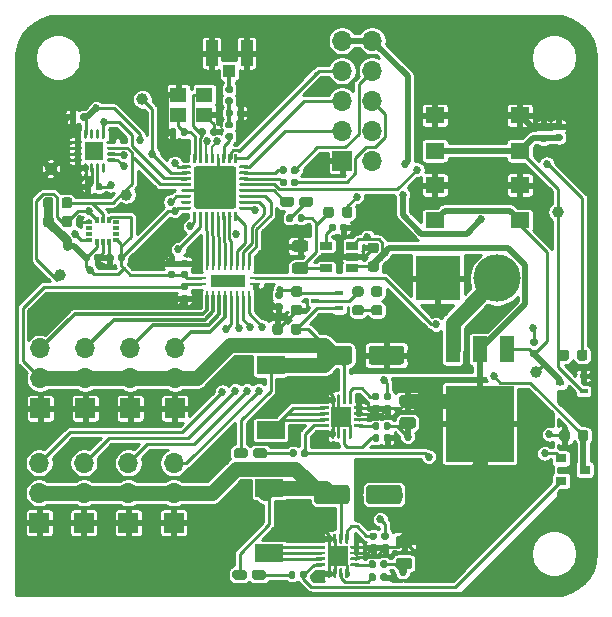
<source format=gtl>
G04 #@! TF.GenerationSoftware,KiCad,Pcbnew,5.1.6*
G04 #@! TF.CreationDate,2020-08-22T22:17:50-04:00*
G04 #@! TF.ProjectId,ball-spider,62616c6c-2d73-4706-9964-65722e6b6963,rev?*
G04 #@! TF.SameCoordinates,Original*
G04 #@! TF.FileFunction,Copper,L1,Top*
G04 #@! TF.FilePolarity,Positive*
%FSLAX46Y46*%
G04 Gerber Fmt 4.6, Leading zero omitted, Abs format (unit mm)*
G04 Created by KiCad (PCBNEW 5.1.6) date 2020-08-22 22:17:50*
%MOMM*%
%LPD*%
G01*
G04 APERTURE LIST*
G04 #@! TA.AperFunction,ViaPad*
%ADD10C,0.500000*%
G04 #@! TD*
G04 #@! TA.AperFunction,SMDPad,CuDef*
%ADD11R,1.680000X1.680000*%
G04 #@! TD*
G04 #@! TA.AperFunction,SMDPad,CuDef*
%ADD12R,1.060000X0.650000*%
G04 #@! TD*
G04 #@! TA.AperFunction,SMDPad,CuDef*
%ADD13C,1.000000*%
G04 #@! TD*
G04 #@! TA.AperFunction,SMDPad,CuDef*
%ADD14R,1.600000X1.400000*%
G04 #@! TD*
G04 #@! TA.AperFunction,SMDPad,CuDef*
%ADD15R,0.700000X0.450000*%
G04 #@! TD*
G04 #@! TA.AperFunction,SMDPad,CuDef*
%ADD16R,5.800000X6.400000*%
G04 #@! TD*
G04 #@! TA.AperFunction,SMDPad,CuDef*
%ADD17R,1.200000X2.200000*%
G04 #@! TD*
G04 #@! TA.AperFunction,SMDPad,CuDef*
%ADD18R,2.400000X1.500000*%
G04 #@! TD*
G04 #@! TA.AperFunction,ComponentPad*
%ADD19O,1.700000X1.700000*%
G04 #@! TD*
G04 #@! TA.AperFunction,ComponentPad*
%ADD20R,1.700000X1.700000*%
G04 #@! TD*
G04 #@! TA.AperFunction,ComponentPad*
%ADD21C,4.000000*%
G04 #@! TD*
G04 #@! TA.AperFunction,ComponentPad*
%ADD22R,3.800000X3.800000*%
G04 #@! TD*
G04 #@! TA.AperFunction,SMDPad,CuDef*
%ADD23R,2.900000X1.000000*%
G04 #@! TD*
G04 #@! TA.AperFunction,SMDPad,CuDef*
%ADD24R,0.240000X0.900000*%
G04 #@! TD*
G04 #@! TA.AperFunction,SMDPad,CuDef*
%ADD25R,0.900000X0.240000*%
G04 #@! TD*
G04 #@! TA.AperFunction,SMDPad,CuDef*
%ADD26R,0.900000X0.800000*%
G04 #@! TD*
G04 #@! TA.AperFunction,SMDPad,CuDef*
%ADD27R,0.300000X0.575000*%
G04 #@! TD*
G04 #@! TA.AperFunction,SMDPad,CuDef*
%ADD28R,0.575000X0.300000*%
G04 #@! TD*
G04 #@! TA.AperFunction,SMDPad,CuDef*
%ADD29R,1.400000X1.200000*%
G04 #@! TD*
G04 #@! TA.AperFunction,SMDPad,CuDef*
%ADD30R,1.650000X1.650000*%
G04 #@! TD*
G04 #@! TA.AperFunction,SMDPad,CuDef*
%ADD31R,1.050000X2.200000*%
G04 #@! TD*
G04 #@! TA.AperFunction,SMDPad,CuDef*
%ADD32R,1.000000X1.050000*%
G04 #@! TD*
G04 #@! TA.AperFunction,ViaPad*
%ADD33C,0.685800*%
G04 #@! TD*
G04 #@! TA.AperFunction,Conductor*
%ADD34C,0.254000*%
G04 #@! TD*
G04 #@! TA.AperFunction,Conductor*
%ADD35C,0.152400*%
G04 #@! TD*
G04 #@! TA.AperFunction,Conductor*
%ADD36C,0.330200*%
G04 #@! TD*
G04 #@! TA.AperFunction,Conductor*
%ADD37C,0.250000*%
G04 #@! TD*
G04 #@! TA.AperFunction,Conductor*
%ADD38C,0.500000*%
G04 #@! TD*
G04 #@! TA.AperFunction,Conductor*
%ADD39C,1.250000*%
G04 #@! TD*
G04 #@! TA.AperFunction,Conductor*
%ADD40C,0.762000*%
G04 #@! TD*
G04 #@! TA.AperFunction,Conductor*
%ADD41C,0.508000*%
G04 #@! TD*
G04 #@! TA.AperFunction,Conductor*
%ADD42C,0.300000*%
G04 #@! TD*
G04 APERTURE END LIST*
D10*
X59290000Y-132790000D03*
X58110000Y-132790000D03*
X59290000Y-131610000D03*
X58110000Y-131610000D03*
D11*
X58700000Y-132200000D03*
G04 #@! TA.AperFunction,SMDPad,CuDef*
G36*
G01*
X57825000Y-131087500D02*
X57825000Y-130387500D01*
G75*
G02*
X57887500Y-130325000I62500J0D01*
G01*
X58012500Y-130325000D01*
G75*
G02*
X58075000Y-130387500I0J-62500D01*
G01*
X58075000Y-131087500D01*
G75*
G02*
X58012500Y-131150000I-62500J0D01*
G01*
X57887500Y-131150000D01*
G75*
G02*
X57825000Y-131087500I0J62500D01*
G01*
G37*
G04 #@! TD.AperFunction*
G04 #@! TA.AperFunction,SMDPad,CuDef*
G36*
G01*
X58325000Y-131087500D02*
X58325000Y-130387500D01*
G75*
G02*
X58387500Y-130325000I62500J0D01*
G01*
X58512500Y-130325000D01*
G75*
G02*
X58575000Y-130387500I0J-62500D01*
G01*
X58575000Y-131087500D01*
G75*
G02*
X58512500Y-131150000I-62500J0D01*
G01*
X58387500Y-131150000D01*
G75*
G02*
X58325000Y-131087500I0J62500D01*
G01*
G37*
G04 #@! TD.AperFunction*
G04 #@! TA.AperFunction,SMDPad,CuDef*
G36*
G01*
X58825000Y-131087500D02*
X58825000Y-130387500D01*
G75*
G02*
X58887500Y-130325000I62500J0D01*
G01*
X59012500Y-130325000D01*
G75*
G02*
X59075000Y-130387500I0J-62500D01*
G01*
X59075000Y-131087500D01*
G75*
G02*
X59012500Y-131150000I-62500J0D01*
G01*
X58887500Y-131150000D01*
G75*
G02*
X58825000Y-131087500I0J62500D01*
G01*
G37*
G04 #@! TD.AperFunction*
G04 #@! TA.AperFunction,SMDPad,CuDef*
G36*
G01*
X59325000Y-131087500D02*
X59325000Y-130387500D01*
G75*
G02*
X59387500Y-130325000I62500J0D01*
G01*
X59512500Y-130325000D01*
G75*
G02*
X59575000Y-130387500I0J-62500D01*
G01*
X59575000Y-131087500D01*
G75*
G02*
X59512500Y-131150000I-62500J0D01*
G01*
X59387500Y-131150000D01*
G75*
G02*
X59325000Y-131087500I0J62500D01*
G01*
G37*
G04 #@! TD.AperFunction*
G04 #@! TA.AperFunction,SMDPad,CuDef*
G36*
G01*
X59750000Y-131512500D02*
X59750000Y-131387500D01*
G75*
G02*
X59812500Y-131325000I62500J0D01*
G01*
X60512500Y-131325000D01*
G75*
G02*
X60575000Y-131387500I0J-62500D01*
G01*
X60575000Y-131512500D01*
G75*
G02*
X60512500Y-131575000I-62500J0D01*
G01*
X59812500Y-131575000D01*
G75*
G02*
X59750000Y-131512500I0J62500D01*
G01*
G37*
G04 #@! TD.AperFunction*
G04 #@! TA.AperFunction,SMDPad,CuDef*
G36*
G01*
X59750000Y-132012500D02*
X59750000Y-131887500D01*
G75*
G02*
X59812500Y-131825000I62500J0D01*
G01*
X60512500Y-131825000D01*
G75*
G02*
X60575000Y-131887500I0J-62500D01*
G01*
X60575000Y-132012500D01*
G75*
G02*
X60512500Y-132075000I-62500J0D01*
G01*
X59812500Y-132075000D01*
G75*
G02*
X59750000Y-132012500I0J62500D01*
G01*
G37*
G04 #@! TD.AperFunction*
G04 #@! TA.AperFunction,SMDPad,CuDef*
G36*
G01*
X59750000Y-132512500D02*
X59750000Y-132387500D01*
G75*
G02*
X59812500Y-132325000I62500J0D01*
G01*
X60512500Y-132325000D01*
G75*
G02*
X60575000Y-132387500I0J-62500D01*
G01*
X60575000Y-132512500D01*
G75*
G02*
X60512500Y-132575000I-62500J0D01*
G01*
X59812500Y-132575000D01*
G75*
G02*
X59750000Y-132512500I0J62500D01*
G01*
G37*
G04 #@! TD.AperFunction*
G04 #@! TA.AperFunction,SMDPad,CuDef*
G36*
G01*
X59750000Y-133012500D02*
X59750000Y-132887500D01*
G75*
G02*
X59812500Y-132825000I62500J0D01*
G01*
X60512500Y-132825000D01*
G75*
G02*
X60575000Y-132887500I0J-62500D01*
G01*
X60575000Y-133012500D01*
G75*
G02*
X60512500Y-133075000I-62500J0D01*
G01*
X59812500Y-133075000D01*
G75*
G02*
X59750000Y-133012500I0J62500D01*
G01*
G37*
G04 #@! TD.AperFunction*
G04 #@! TA.AperFunction,SMDPad,CuDef*
G36*
G01*
X59325000Y-134012500D02*
X59325000Y-133312500D01*
G75*
G02*
X59387500Y-133250000I62500J0D01*
G01*
X59512500Y-133250000D01*
G75*
G02*
X59575000Y-133312500I0J-62500D01*
G01*
X59575000Y-134012500D01*
G75*
G02*
X59512500Y-134075000I-62500J0D01*
G01*
X59387500Y-134075000D01*
G75*
G02*
X59325000Y-134012500I0J62500D01*
G01*
G37*
G04 #@! TD.AperFunction*
G04 #@! TA.AperFunction,SMDPad,CuDef*
G36*
G01*
X58825000Y-134012500D02*
X58825000Y-133312500D01*
G75*
G02*
X58887500Y-133250000I62500J0D01*
G01*
X59012500Y-133250000D01*
G75*
G02*
X59075000Y-133312500I0J-62500D01*
G01*
X59075000Y-134012500D01*
G75*
G02*
X59012500Y-134075000I-62500J0D01*
G01*
X58887500Y-134075000D01*
G75*
G02*
X58825000Y-134012500I0J62500D01*
G01*
G37*
G04 #@! TD.AperFunction*
G04 #@! TA.AperFunction,SMDPad,CuDef*
G36*
G01*
X58325000Y-134012500D02*
X58325000Y-133312500D01*
G75*
G02*
X58387500Y-133250000I62500J0D01*
G01*
X58512500Y-133250000D01*
G75*
G02*
X58575000Y-133312500I0J-62500D01*
G01*
X58575000Y-134012500D01*
G75*
G02*
X58512500Y-134075000I-62500J0D01*
G01*
X58387500Y-134075000D01*
G75*
G02*
X58325000Y-134012500I0J62500D01*
G01*
G37*
G04 #@! TD.AperFunction*
G04 #@! TA.AperFunction,SMDPad,CuDef*
G36*
G01*
X57825000Y-134012500D02*
X57825000Y-133312500D01*
G75*
G02*
X57887500Y-133250000I62500J0D01*
G01*
X58012500Y-133250000D01*
G75*
G02*
X58075000Y-133312500I0J-62500D01*
G01*
X58075000Y-134012500D01*
G75*
G02*
X58012500Y-134075000I-62500J0D01*
G01*
X57887500Y-134075000D01*
G75*
G02*
X57825000Y-134012500I0J62500D01*
G01*
G37*
G04 #@! TD.AperFunction*
G04 #@! TA.AperFunction,SMDPad,CuDef*
G36*
G01*
X56825000Y-133012500D02*
X56825000Y-132887500D01*
G75*
G02*
X56887500Y-132825000I62500J0D01*
G01*
X57587500Y-132825000D01*
G75*
G02*
X57650000Y-132887500I0J-62500D01*
G01*
X57650000Y-133012500D01*
G75*
G02*
X57587500Y-133075000I-62500J0D01*
G01*
X56887500Y-133075000D01*
G75*
G02*
X56825000Y-133012500I0J62500D01*
G01*
G37*
G04 #@! TD.AperFunction*
G04 #@! TA.AperFunction,SMDPad,CuDef*
G36*
G01*
X56825000Y-132512500D02*
X56825000Y-132387500D01*
G75*
G02*
X56887500Y-132325000I62500J0D01*
G01*
X57587500Y-132325000D01*
G75*
G02*
X57650000Y-132387500I0J-62500D01*
G01*
X57650000Y-132512500D01*
G75*
G02*
X57587500Y-132575000I-62500J0D01*
G01*
X56887500Y-132575000D01*
G75*
G02*
X56825000Y-132512500I0J62500D01*
G01*
G37*
G04 #@! TD.AperFunction*
G04 #@! TA.AperFunction,SMDPad,CuDef*
G36*
G01*
X56825000Y-132012500D02*
X56825000Y-131887500D01*
G75*
G02*
X56887500Y-131825000I62500J0D01*
G01*
X57587500Y-131825000D01*
G75*
G02*
X57650000Y-131887500I0J-62500D01*
G01*
X57650000Y-132012500D01*
G75*
G02*
X57587500Y-132075000I-62500J0D01*
G01*
X56887500Y-132075000D01*
G75*
G02*
X56825000Y-132012500I0J62500D01*
G01*
G37*
G04 #@! TD.AperFunction*
G04 #@! TA.AperFunction,SMDPad,CuDef*
G36*
G01*
X56825000Y-131512500D02*
X56825000Y-131387500D01*
G75*
G02*
X56887500Y-131325000I62500J0D01*
G01*
X57587500Y-131325000D01*
G75*
G02*
X57650000Y-131387500I0J-62500D01*
G01*
X57650000Y-131512500D01*
G75*
G02*
X57587500Y-131575000I-62500J0D01*
G01*
X56887500Y-131575000D01*
G75*
G02*
X56825000Y-131512500I0J62500D01*
G01*
G37*
G04 #@! TD.AperFunction*
D10*
X59590000Y-120990000D03*
X58410000Y-120990000D03*
X59590000Y-119810000D03*
X58410000Y-119810000D03*
D11*
X59000000Y-120400000D03*
G04 #@! TA.AperFunction,SMDPad,CuDef*
G36*
G01*
X58125000Y-119287500D02*
X58125000Y-118587500D01*
G75*
G02*
X58187500Y-118525000I62500J0D01*
G01*
X58312500Y-118525000D01*
G75*
G02*
X58375000Y-118587500I0J-62500D01*
G01*
X58375000Y-119287500D01*
G75*
G02*
X58312500Y-119350000I-62500J0D01*
G01*
X58187500Y-119350000D01*
G75*
G02*
X58125000Y-119287500I0J62500D01*
G01*
G37*
G04 #@! TD.AperFunction*
G04 #@! TA.AperFunction,SMDPad,CuDef*
G36*
G01*
X58625000Y-119287500D02*
X58625000Y-118587500D01*
G75*
G02*
X58687500Y-118525000I62500J0D01*
G01*
X58812500Y-118525000D01*
G75*
G02*
X58875000Y-118587500I0J-62500D01*
G01*
X58875000Y-119287500D01*
G75*
G02*
X58812500Y-119350000I-62500J0D01*
G01*
X58687500Y-119350000D01*
G75*
G02*
X58625000Y-119287500I0J62500D01*
G01*
G37*
G04 #@! TD.AperFunction*
G04 #@! TA.AperFunction,SMDPad,CuDef*
G36*
G01*
X59125000Y-119287500D02*
X59125000Y-118587500D01*
G75*
G02*
X59187500Y-118525000I62500J0D01*
G01*
X59312500Y-118525000D01*
G75*
G02*
X59375000Y-118587500I0J-62500D01*
G01*
X59375000Y-119287500D01*
G75*
G02*
X59312500Y-119350000I-62500J0D01*
G01*
X59187500Y-119350000D01*
G75*
G02*
X59125000Y-119287500I0J62500D01*
G01*
G37*
G04 #@! TD.AperFunction*
G04 #@! TA.AperFunction,SMDPad,CuDef*
G36*
G01*
X59625000Y-119287500D02*
X59625000Y-118587500D01*
G75*
G02*
X59687500Y-118525000I62500J0D01*
G01*
X59812500Y-118525000D01*
G75*
G02*
X59875000Y-118587500I0J-62500D01*
G01*
X59875000Y-119287500D01*
G75*
G02*
X59812500Y-119350000I-62500J0D01*
G01*
X59687500Y-119350000D01*
G75*
G02*
X59625000Y-119287500I0J62500D01*
G01*
G37*
G04 #@! TD.AperFunction*
G04 #@! TA.AperFunction,SMDPad,CuDef*
G36*
G01*
X60050000Y-119712500D02*
X60050000Y-119587500D01*
G75*
G02*
X60112500Y-119525000I62500J0D01*
G01*
X60812500Y-119525000D01*
G75*
G02*
X60875000Y-119587500I0J-62500D01*
G01*
X60875000Y-119712500D01*
G75*
G02*
X60812500Y-119775000I-62500J0D01*
G01*
X60112500Y-119775000D01*
G75*
G02*
X60050000Y-119712500I0J62500D01*
G01*
G37*
G04 #@! TD.AperFunction*
G04 #@! TA.AperFunction,SMDPad,CuDef*
G36*
G01*
X60050000Y-120212500D02*
X60050000Y-120087500D01*
G75*
G02*
X60112500Y-120025000I62500J0D01*
G01*
X60812500Y-120025000D01*
G75*
G02*
X60875000Y-120087500I0J-62500D01*
G01*
X60875000Y-120212500D01*
G75*
G02*
X60812500Y-120275000I-62500J0D01*
G01*
X60112500Y-120275000D01*
G75*
G02*
X60050000Y-120212500I0J62500D01*
G01*
G37*
G04 #@! TD.AperFunction*
G04 #@! TA.AperFunction,SMDPad,CuDef*
G36*
G01*
X60050000Y-120712500D02*
X60050000Y-120587500D01*
G75*
G02*
X60112500Y-120525000I62500J0D01*
G01*
X60812500Y-120525000D01*
G75*
G02*
X60875000Y-120587500I0J-62500D01*
G01*
X60875000Y-120712500D01*
G75*
G02*
X60812500Y-120775000I-62500J0D01*
G01*
X60112500Y-120775000D01*
G75*
G02*
X60050000Y-120712500I0J62500D01*
G01*
G37*
G04 #@! TD.AperFunction*
G04 #@! TA.AperFunction,SMDPad,CuDef*
G36*
G01*
X60050000Y-121212500D02*
X60050000Y-121087500D01*
G75*
G02*
X60112500Y-121025000I62500J0D01*
G01*
X60812500Y-121025000D01*
G75*
G02*
X60875000Y-121087500I0J-62500D01*
G01*
X60875000Y-121212500D01*
G75*
G02*
X60812500Y-121275000I-62500J0D01*
G01*
X60112500Y-121275000D01*
G75*
G02*
X60050000Y-121212500I0J62500D01*
G01*
G37*
G04 #@! TD.AperFunction*
G04 #@! TA.AperFunction,SMDPad,CuDef*
G36*
G01*
X59625000Y-122212500D02*
X59625000Y-121512500D01*
G75*
G02*
X59687500Y-121450000I62500J0D01*
G01*
X59812500Y-121450000D01*
G75*
G02*
X59875000Y-121512500I0J-62500D01*
G01*
X59875000Y-122212500D01*
G75*
G02*
X59812500Y-122275000I-62500J0D01*
G01*
X59687500Y-122275000D01*
G75*
G02*
X59625000Y-122212500I0J62500D01*
G01*
G37*
G04 #@! TD.AperFunction*
G04 #@! TA.AperFunction,SMDPad,CuDef*
G36*
G01*
X59125000Y-122212500D02*
X59125000Y-121512500D01*
G75*
G02*
X59187500Y-121450000I62500J0D01*
G01*
X59312500Y-121450000D01*
G75*
G02*
X59375000Y-121512500I0J-62500D01*
G01*
X59375000Y-122212500D01*
G75*
G02*
X59312500Y-122275000I-62500J0D01*
G01*
X59187500Y-122275000D01*
G75*
G02*
X59125000Y-122212500I0J62500D01*
G01*
G37*
G04 #@! TD.AperFunction*
G04 #@! TA.AperFunction,SMDPad,CuDef*
G36*
G01*
X58625000Y-122212500D02*
X58625000Y-121512500D01*
G75*
G02*
X58687500Y-121450000I62500J0D01*
G01*
X58812500Y-121450000D01*
G75*
G02*
X58875000Y-121512500I0J-62500D01*
G01*
X58875000Y-122212500D01*
G75*
G02*
X58812500Y-122275000I-62500J0D01*
G01*
X58687500Y-122275000D01*
G75*
G02*
X58625000Y-122212500I0J62500D01*
G01*
G37*
G04 #@! TD.AperFunction*
G04 #@! TA.AperFunction,SMDPad,CuDef*
G36*
G01*
X58125000Y-122212500D02*
X58125000Y-121512500D01*
G75*
G02*
X58187500Y-121450000I62500J0D01*
G01*
X58312500Y-121450000D01*
G75*
G02*
X58375000Y-121512500I0J-62500D01*
G01*
X58375000Y-122212500D01*
G75*
G02*
X58312500Y-122275000I-62500J0D01*
G01*
X58187500Y-122275000D01*
G75*
G02*
X58125000Y-122212500I0J62500D01*
G01*
G37*
G04 #@! TD.AperFunction*
G04 #@! TA.AperFunction,SMDPad,CuDef*
G36*
G01*
X57125000Y-121212500D02*
X57125000Y-121087500D01*
G75*
G02*
X57187500Y-121025000I62500J0D01*
G01*
X57887500Y-121025000D01*
G75*
G02*
X57950000Y-121087500I0J-62500D01*
G01*
X57950000Y-121212500D01*
G75*
G02*
X57887500Y-121275000I-62500J0D01*
G01*
X57187500Y-121275000D01*
G75*
G02*
X57125000Y-121212500I0J62500D01*
G01*
G37*
G04 #@! TD.AperFunction*
G04 #@! TA.AperFunction,SMDPad,CuDef*
G36*
G01*
X57125000Y-120712500D02*
X57125000Y-120587500D01*
G75*
G02*
X57187500Y-120525000I62500J0D01*
G01*
X57887500Y-120525000D01*
G75*
G02*
X57950000Y-120587500I0J-62500D01*
G01*
X57950000Y-120712500D01*
G75*
G02*
X57887500Y-120775000I-62500J0D01*
G01*
X57187500Y-120775000D01*
G75*
G02*
X57125000Y-120712500I0J62500D01*
G01*
G37*
G04 #@! TD.AperFunction*
G04 #@! TA.AperFunction,SMDPad,CuDef*
G36*
G01*
X57125000Y-120212500D02*
X57125000Y-120087500D01*
G75*
G02*
X57187500Y-120025000I62500J0D01*
G01*
X57887500Y-120025000D01*
G75*
G02*
X57950000Y-120087500I0J-62500D01*
G01*
X57950000Y-120212500D01*
G75*
G02*
X57887500Y-120275000I-62500J0D01*
G01*
X57187500Y-120275000D01*
G75*
G02*
X57125000Y-120212500I0J62500D01*
G01*
G37*
G04 #@! TD.AperFunction*
G04 #@! TA.AperFunction,SMDPad,CuDef*
G36*
G01*
X57125000Y-119712500D02*
X57125000Y-119587500D01*
G75*
G02*
X57187500Y-119525000I62500J0D01*
G01*
X57887500Y-119525000D01*
G75*
G02*
X57950000Y-119587500I0J-62500D01*
G01*
X57950000Y-119712500D01*
G75*
G02*
X57887500Y-119775000I-62500J0D01*
G01*
X57187500Y-119775000D01*
G75*
G02*
X57125000Y-119712500I0J62500D01*
G01*
G37*
G04 #@! TD.AperFunction*
D12*
X57690000Y-107830000D03*
X57690000Y-105930000D03*
X59890000Y-105930000D03*
X59890000Y-106880000D03*
X59890000Y-107830000D03*
D13*
X34400000Y-99400000D03*
X75500000Y-116600000D03*
X77300000Y-103100000D03*
D14*
X74100000Y-100800000D03*
X66900000Y-100800000D03*
X74100000Y-103800000D03*
X66900000Y-103800000D03*
X74100000Y-94900000D03*
X66900000Y-94900000D03*
X74100000Y-97900000D03*
X66900000Y-97900000D03*
G04 #@! TA.AperFunction,SMDPad,CuDef*
G36*
G01*
X54037500Y-112743750D02*
X54037500Y-113256250D01*
G75*
G02*
X53818750Y-113475000I-218750J0D01*
G01*
X53381250Y-113475000D01*
G75*
G02*
X53162500Y-113256250I0J218750D01*
G01*
X53162500Y-112743750D01*
G75*
G02*
X53381250Y-112525000I218750J0D01*
G01*
X53818750Y-112525000D01*
G75*
G02*
X54037500Y-112743750I0J-218750D01*
G01*
G37*
G04 #@! TD.AperFunction*
G04 #@! TA.AperFunction,SMDPad,CuDef*
G36*
G01*
X55612500Y-112743750D02*
X55612500Y-113256250D01*
G75*
G02*
X55393750Y-113475000I-218750J0D01*
G01*
X54956250Y-113475000D01*
G75*
G02*
X54737500Y-113256250I0J218750D01*
G01*
X54737500Y-112743750D01*
G75*
G02*
X54956250Y-112525000I218750J0D01*
G01*
X55393750Y-112525000D01*
G75*
G02*
X55612500Y-112743750I0J-218750D01*
G01*
G37*
G04 #@! TD.AperFunction*
G04 #@! TA.AperFunction,SMDPad,CuDef*
G36*
G01*
X54943750Y-110950000D02*
X55456250Y-110950000D01*
G75*
G02*
X55675000Y-111168750I0J-218750D01*
G01*
X55675000Y-111606250D01*
G75*
G02*
X55456250Y-111825000I-218750J0D01*
G01*
X54943750Y-111825000D01*
G75*
G02*
X54725000Y-111606250I0J218750D01*
G01*
X54725000Y-111168750D01*
G75*
G02*
X54943750Y-110950000I218750J0D01*
G01*
G37*
G04 #@! TD.AperFunction*
G04 #@! TA.AperFunction,SMDPad,CuDef*
G36*
G01*
X54943750Y-109375000D02*
X55456250Y-109375000D01*
G75*
G02*
X55675000Y-109593750I0J-218750D01*
G01*
X55675000Y-110031250D01*
G75*
G02*
X55456250Y-110250000I-218750J0D01*
G01*
X54943750Y-110250000D01*
G75*
G02*
X54725000Y-110031250I0J218750D01*
G01*
X54725000Y-109593750D01*
G75*
G02*
X54943750Y-109375000I218750J0D01*
G01*
G37*
G04 #@! TD.AperFunction*
G04 #@! TA.AperFunction,SMDPad,CuDef*
G36*
G01*
X60656250Y-110250000D02*
X60143750Y-110250000D01*
G75*
G02*
X59925000Y-110031250I0J218750D01*
G01*
X59925000Y-109593750D01*
G75*
G02*
X60143750Y-109375000I218750J0D01*
G01*
X60656250Y-109375000D01*
G75*
G02*
X60875000Y-109593750I0J-218750D01*
G01*
X60875000Y-110031250D01*
G75*
G02*
X60656250Y-110250000I-218750J0D01*
G01*
G37*
G04 #@! TD.AperFunction*
G04 #@! TA.AperFunction,SMDPad,CuDef*
G36*
G01*
X60656250Y-111825000D02*
X60143750Y-111825000D01*
G75*
G02*
X59925000Y-111606250I0J218750D01*
G01*
X59925000Y-111168750D01*
G75*
G02*
X60143750Y-110950000I218750J0D01*
G01*
X60656250Y-110950000D01*
G75*
G02*
X60875000Y-111168750I0J-218750D01*
G01*
X60875000Y-111606250D01*
G75*
G02*
X60656250Y-111825000I-218750J0D01*
G01*
G37*
G04 #@! TD.AperFunction*
G04 #@! TA.AperFunction,SMDPad,CuDef*
G36*
G01*
X55490000Y-133972500D02*
X55490000Y-133627500D01*
G75*
G02*
X55637500Y-133480000I147500J0D01*
G01*
X55932500Y-133480000D01*
G75*
G02*
X56080000Y-133627500I0J-147500D01*
G01*
X56080000Y-133972500D01*
G75*
G02*
X55932500Y-134120000I-147500J0D01*
G01*
X55637500Y-134120000D01*
G75*
G02*
X55490000Y-133972500I0J147500D01*
G01*
G37*
G04 #@! TD.AperFunction*
G04 #@! TA.AperFunction,SMDPad,CuDef*
G36*
G01*
X54520000Y-133972500D02*
X54520000Y-133627500D01*
G75*
G02*
X54667500Y-133480000I147500J0D01*
G01*
X54962500Y-133480000D01*
G75*
G02*
X55110000Y-133627500I0J-147500D01*
G01*
X55110000Y-133972500D01*
G75*
G02*
X54962500Y-134120000I-147500J0D01*
G01*
X54667500Y-134120000D01*
G75*
G02*
X54520000Y-133972500I0J147500D01*
G01*
G37*
G04 #@! TD.AperFunction*
G04 #@! TA.AperFunction,SMDPad,CuDef*
G36*
G01*
X61910000Y-133827500D02*
X61910000Y-134172500D01*
G75*
G02*
X61762500Y-134320000I-147500J0D01*
G01*
X61467500Y-134320000D01*
G75*
G02*
X61320000Y-134172500I0J147500D01*
G01*
X61320000Y-133827500D01*
G75*
G02*
X61467500Y-133680000I147500J0D01*
G01*
X61762500Y-133680000D01*
G75*
G02*
X61910000Y-133827500I0J-147500D01*
G01*
G37*
G04 #@! TD.AperFunction*
G04 #@! TA.AperFunction,SMDPad,CuDef*
G36*
G01*
X62880000Y-133827500D02*
X62880000Y-134172500D01*
G75*
G02*
X62732500Y-134320000I-147500J0D01*
G01*
X62437500Y-134320000D01*
G75*
G02*
X62290000Y-134172500I0J147500D01*
G01*
X62290000Y-133827500D01*
G75*
G02*
X62437500Y-133680000I147500J0D01*
G01*
X62732500Y-133680000D01*
G75*
G02*
X62880000Y-133827500I0J-147500D01*
G01*
G37*
G04 #@! TD.AperFunction*
G04 #@! TA.AperFunction,SMDPad,CuDef*
G36*
G01*
X61872500Y-130810000D02*
X61527500Y-130810000D01*
G75*
G02*
X61380000Y-130662500I0J147500D01*
G01*
X61380000Y-130367500D01*
G75*
G02*
X61527500Y-130220000I147500J0D01*
G01*
X61872500Y-130220000D01*
G75*
G02*
X62020000Y-130367500I0J-147500D01*
G01*
X62020000Y-130662500D01*
G75*
G02*
X61872500Y-130810000I-147500J0D01*
G01*
G37*
G04 #@! TD.AperFunction*
G04 #@! TA.AperFunction,SMDPad,CuDef*
G36*
G01*
X61872500Y-131780000D02*
X61527500Y-131780000D01*
G75*
G02*
X61380000Y-131632500I0J147500D01*
G01*
X61380000Y-131337500D01*
G75*
G02*
X61527500Y-131190000I147500J0D01*
G01*
X61872500Y-131190000D01*
G75*
G02*
X62020000Y-131337500I0J-147500D01*
G01*
X62020000Y-131632500D01*
G75*
G02*
X61872500Y-131780000I-147500J0D01*
G01*
G37*
G04 #@! TD.AperFunction*
G04 #@! TA.AperFunction,SMDPad,CuDef*
G36*
G01*
X55290000Y-103772500D02*
X55290000Y-103427500D01*
G75*
G02*
X55437500Y-103280000I147500J0D01*
G01*
X55732500Y-103280000D01*
G75*
G02*
X55880000Y-103427500I0J-147500D01*
G01*
X55880000Y-103772500D01*
G75*
G02*
X55732500Y-103920000I-147500J0D01*
G01*
X55437500Y-103920000D01*
G75*
G02*
X55290000Y-103772500I0J147500D01*
G01*
G37*
G04 #@! TD.AperFunction*
G04 #@! TA.AperFunction,SMDPad,CuDef*
G36*
G01*
X54320000Y-103772500D02*
X54320000Y-103427500D01*
G75*
G02*
X54467500Y-103280000I147500J0D01*
G01*
X54762500Y-103280000D01*
G75*
G02*
X54910000Y-103427500I0J-147500D01*
G01*
X54910000Y-103772500D01*
G75*
G02*
X54762500Y-103920000I-147500J0D01*
G01*
X54467500Y-103920000D01*
G75*
G02*
X54320000Y-103772500I0J147500D01*
G01*
G37*
G04 #@! TD.AperFunction*
G04 #@! TA.AperFunction,SMDPad,CuDef*
G36*
G01*
X55590000Y-123672500D02*
X55590000Y-123327500D01*
G75*
G02*
X55737500Y-123180000I147500J0D01*
G01*
X56032500Y-123180000D01*
G75*
G02*
X56180000Y-123327500I0J-147500D01*
G01*
X56180000Y-123672500D01*
G75*
G02*
X56032500Y-123820000I-147500J0D01*
G01*
X55737500Y-123820000D01*
G75*
G02*
X55590000Y-123672500I0J147500D01*
G01*
G37*
G04 #@! TD.AperFunction*
G04 #@! TA.AperFunction,SMDPad,CuDef*
G36*
G01*
X54620000Y-123672500D02*
X54620000Y-123327500D01*
G75*
G02*
X54767500Y-123180000I147500J0D01*
G01*
X55062500Y-123180000D01*
G75*
G02*
X55210000Y-123327500I0J-147500D01*
G01*
X55210000Y-123672500D01*
G75*
G02*
X55062500Y-123820000I-147500J0D01*
G01*
X54767500Y-123820000D01*
G75*
G02*
X54620000Y-123672500I0J147500D01*
G01*
G37*
G04 #@! TD.AperFunction*
G04 #@! TA.AperFunction,SMDPad,CuDef*
G36*
G01*
X61743750Y-110950000D02*
X62256250Y-110950000D01*
G75*
G02*
X62475000Y-111168750I0J-218750D01*
G01*
X62475000Y-111606250D01*
G75*
G02*
X62256250Y-111825000I-218750J0D01*
G01*
X61743750Y-111825000D01*
G75*
G02*
X61525000Y-111606250I0J218750D01*
G01*
X61525000Y-111168750D01*
G75*
G02*
X61743750Y-110950000I218750J0D01*
G01*
G37*
G04 #@! TD.AperFunction*
G04 #@! TA.AperFunction,SMDPad,CuDef*
G36*
G01*
X61743750Y-109375000D02*
X62256250Y-109375000D01*
G75*
G02*
X62475000Y-109593750I0J-218750D01*
G01*
X62475000Y-110031250D01*
G75*
G02*
X62256250Y-110250000I-218750J0D01*
G01*
X61743750Y-110250000D01*
G75*
G02*
X61525000Y-110031250I0J218750D01*
G01*
X61525000Y-109593750D01*
G75*
G02*
X61743750Y-109375000I218750J0D01*
G01*
G37*
G04 #@! TD.AperFunction*
G04 #@! TA.AperFunction,SMDPad,CuDef*
G36*
G01*
X62210000Y-122027500D02*
X62210000Y-122372500D01*
G75*
G02*
X62062500Y-122520000I-147500J0D01*
G01*
X61767500Y-122520000D01*
G75*
G02*
X61620000Y-122372500I0J147500D01*
G01*
X61620000Y-122027500D01*
G75*
G02*
X61767500Y-121880000I147500J0D01*
G01*
X62062500Y-121880000D01*
G75*
G02*
X62210000Y-122027500I0J-147500D01*
G01*
G37*
G04 #@! TD.AperFunction*
G04 #@! TA.AperFunction,SMDPad,CuDef*
G36*
G01*
X63180000Y-122027500D02*
X63180000Y-122372500D01*
G75*
G02*
X63032500Y-122520000I-147500J0D01*
G01*
X62737500Y-122520000D01*
G75*
G02*
X62590000Y-122372500I0J147500D01*
G01*
X62590000Y-122027500D01*
G75*
G02*
X62737500Y-121880000I147500J0D01*
G01*
X63032500Y-121880000D01*
G75*
G02*
X63180000Y-122027500I0J-147500D01*
G01*
G37*
G04 #@! TD.AperFunction*
G04 #@! TA.AperFunction,SMDPad,CuDef*
G36*
G01*
X62072500Y-119010000D02*
X61727500Y-119010000D01*
G75*
G02*
X61580000Y-118862500I0J147500D01*
G01*
X61580000Y-118567500D01*
G75*
G02*
X61727500Y-118420000I147500J0D01*
G01*
X62072500Y-118420000D01*
G75*
G02*
X62220000Y-118567500I0J-147500D01*
G01*
X62220000Y-118862500D01*
G75*
G02*
X62072500Y-119010000I-147500J0D01*
G01*
G37*
G04 #@! TD.AperFunction*
G04 #@! TA.AperFunction,SMDPad,CuDef*
G36*
G01*
X62072500Y-119980000D02*
X61727500Y-119980000D01*
G75*
G02*
X61580000Y-119832500I0J147500D01*
G01*
X61580000Y-119537500D01*
G75*
G02*
X61727500Y-119390000I147500J0D01*
G01*
X62072500Y-119390000D01*
G75*
G02*
X62220000Y-119537500I0J-147500D01*
G01*
X62220000Y-119832500D01*
G75*
G02*
X62072500Y-119980000I-147500J0D01*
G01*
G37*
G04 #@! TD.AperFunction*
G04 #@! TA.AperFunction,SMDPad,CuDef*
G36*
G01*
X76272500Y-96210000D02*
X75927500Y-96210000D01*
G75*
G02*
X75780000Y-96062500I0J147500D01*
G01*
X75780000Y-95767500D01*
G75*
G02*
X75927500Y-95620000I147500J0D01*
G01*
X76272500Y-95620000D01*
G75*
G02*
X76420000Y-95767500I0J-147500D01*
G01*
X76420000Y-96062500D01*
G75*
G02*
X76272500Y-96210000I-147500J0D01*
G01*
G37*
G04 #@! TD.AperFunction*
G04 #@! TA.AperFunction,SMDPad,CuDef*
G36*
G01*
X76272500Y-97180000D02*
X75927500Y-97180000D01*
G75*
G02*
X75780000Y-97032500I0J147500D01*
G01*
X75780000Y-96737500D01*
G75*
G02*
X75927500Y-96590000I147500J0D01*
G01*
X76272500Y-96590000D01*
G75*
G02*
X76420000Y-96737500I0J-147500D01*
G01*
X76420000Y-97032500D01*
G75*
G02*
X76272500Y-97180000I-147500J0D01*
G01*
G37*
G04 #@! TD.AperFunction*
G04 #@! TA.AperFunction,SMDPad,CuDef*
G36*
G01*
X75127500Y-114790000D02*
X75472500Y-114790000D01*
G75*
G02*
X75620000Y-114937500I0J-147500D01*
G01*
X75620000Y-115232500D01*
G75*
G02*
X75472500Y-115380000I-147500J0D01*
G01*
X75127500Y-115380000D01*
G75*
G02*
X74980000Y-115232500I0J147500D01*
G01*
X74980000Y-114937500D01*
G75*
G02*
X75127500Y-114790000I147500J0D01*
G01*
G37*
G04 #@! TD.AperFunction*
G04 #@! TA.AperFunction,SMDPad,CuDef*
G36*
G01*
X75127500Y-113820000D02*
X75472500Y-113820000D01*
G75*
G02*
X75620000Y-113967500I0J-147500D01*
G01*
X75620000Y-114262500D01*
G75*
G02*
X75472500Y-114410000I-147500J0D01*
G01*
X75127500Y-114410000D01*
G75*
G02*
X74980000Y-114262500I0J147500D01*
G01*
X74980000Y-113967500D01*
G75*
G02*
X75127500Y-113820000I147500J0D01*
G01*
G37*
G04 #@! TD.AperFunction*
G04 #@! TA.AperFunction,SMDPad,CuDef*
G36*
G01*
X78250000Y-114943750D02*
X78250000Y-115456250D01*
G75*
G02*
X78031250Y-115675000I-218750J0D01*
G01*
X77593750Y-115675000D01*
G75*
G02*
X77375000Y-115456250I0J218750D01*
G01*
X77375000Y-114943750D01*
G75*
G02*
X77593750Y-114725000I218750J0D01*
G01*
X78031250Y-114725000D01*
G75*
G02*
X78250000Y-114943750I0J-218750D01*
G01*
G37*
G04 #@! TD.AperFunction*
G04 #@! TA.AperFunction,SMDPad,CuDef*
G36*
G01*
X79825000Y-114943750D02*
X79825000Y-115456250D01*
G75*
G02*
X79606250Y-115675000I-218750J0D01*
G01*
X79168750Y-115675000D01*
G75*
G02*
X78950000Y-115456250I0J218750D01*
G01*
X78950000Y-114943750D01*
G75*
G02*
X79168750Y-114725000I218750J0D01*
G01*
X79606250Y-114725000D01*
G75*
G02*
X79825000Y-114943750I0J-218750D01*
G01*
G37*
G04 #@! TD.AperFunction*
D15*
X56800000Y-110600000D03*
X58800000Y-109950000D03*
X58800000Y-111250000D03*
D16*
X70700000Y-121000000D03*
D17*
X68420000Y-114700000D03*
X70700000Y-114700000D03*
X72980000Y-114700000D03*
D15*
X77500000Y-117600000D03*
X79500000Y-116950000D03*
X79500000Y-118250000D03*
D18*
X52900000Y-126450000D03*
X52900000Y-131950000D03*
X53000000Y-116050000D03*
X53000000Y-121550000D03*
D19*
X37200000Y-124320000D03*
X37200000Y-126860000D03*
D20*
X37200000Y-129400000D03*
D19*
X33400000Y-124320000D03*
X33400000Y-126860000D03*
D20*
X33400000Y-129400000D03*
D19*
X44800000Y-124320000D03*
X44800000Y-126860000D03*
D20*
X44800000Y-129400000D03*
D19*
X40960000Y-124320000D03*
X40960000Y-126860000D03*
D20*
X40960000Y-129400000D03*
D19*
X41100000Y-114620000D03*
X41100000Y-117160000D03*
D20*
X41100000Y-119700000D03*
D19*
X37300000Y-114620000D03*
X37300000Y-117160000D03*
D20*
X37300000Y-119700000D03*
D19*
X44900000Y-114620000D03*
X44900000Y-117160000D03*
D20*
X44900000Y-119700000D03*
D19*
X33500000Y-114620000D03*
X33500000Y-117160000D03*
D20*
X33500000Y-119700000D03*
D21*
X72160000Y-108710000D03*
D22*
X67160000Y-108710000D03*
G04 #@! TA.AperFunction,SMDPad,CuDef*
G36*
G01*
X51000000Y-133587500D02*
X51000000Y-134012500D01*
G75*
G02*
X50787500Y-134225000I-212500J0D01*
G01*
X49987500Y-134225000D01*
G75*
G02*
X49775000Y-134012500I0J212500D01*
G01*
X49775000Y-133587500D01*
G75*
G02*
X49987500Y-133375000I212500J0D01*
G01*
X50787500Y-133375000D01*
G75*
G02*
X51000000Y-133587500I0J-212500D01*
G01*
G37*
G04 #@! TD.AperFunction*
G04 #@! TA.AperFunction,SMDPad,CuDef*
G36*
G01*
X52625000Y-133587500D02*
X52625000Y-134012500D01*
G75*
G02*
X52412500Y-134225000I-212500J0D01*
G01*
X51612500Y-134225000D01*
G75*
G02*
X51400000Y-134012500I0J212500D01*
G01*
X51400000Y-133587500D01*
G75*
G02*
X51612500Y-133375000I212500J0D01*
G01*
X52412500Y-133375000D01*
G75*
G02*
X52625000Y-133587500I0J-212500D01*
G01*
G37*
G04 #@! TD.AperFunction*
G04 #@! TA.AperFunction,SMDPad,CuDef*
G36*
G01*
X55400000Y-102412500D02*
X55400000Y-101987500D01*
G75*
G02*
X55612500Y-101775000I212500J0D01*
G01*
X56412500Y-101775000D01*
G75*
G02*
X56625000Y-101987500I0J-212500D01*
G01*
X56625000Y-102412500D01*
G75*
G02*
X56412500Y-102625000I-212500J0D01*
G01*
X55612500Y-102625000D01*
G75*
G02*
X55400000Y-102412500I0J212500D01*
G01*
G37*
G04 #@! TD.AperFunction*
G04 #@! TA.AperFunction,SMDPad,CuDef*
G36*
G01*
X53775000Y-102412500D02*
X53775000Y-101987500D01*
G75*
G02*
X53987500Y-101775000I212500J0D01*
G01*
X54787500Y-101775000D01*
G75*
G02*
X55000000Y-101987500I0J-212500D01*
G01*
X55000000Y-102412500D01*
G75*
G02*
X54787500Y-102625000I-212500J0D01*
G01*
X53987500Y-102625000D01*
G75*
G02*
X53775000Y-102412500I0J212500D01*
G01*
G37*
G04 #@! TD.AperFunction*
G04 #@! TA.AperFunction,SMDPad,CuDef*
G36*
G01*
X51100000Y-123287500D02*
X51100000Y-123712500D01*
G75*
G02*
X50887500Y-123925000I-212500J0D01*
G01*
X50087500Y-123925000D01*
G75*
G02*
X49875000Y-123712500I0J212500D01*
G01*
X49875000Y-123287500D01*
G75*
G02*
X50087500Y-123075000I212500J0D01*
G01*
X50887500Y-123075000D01*
G75*
G02*
X51100000Y-123287500I0J-212500D01*
G01*
G37*
G04 #@! TD.AperFunction*
G04 #@! TA.AperFunction,SMDPad,CuDef*
G36*
G01*
X52725000Y-123287500D02*
X52725000Y-123712500D01*
G75*
G02*
X52512500Y-123925000I-212500J0D01*
G01*
X51712500Y-123925000D01*
G75*
G02*
X51500000Y-123712500I0J212500D01*
G01*
X51500000Y-123287500D01*
G75*
G02*
X51712500Y-123075000I212500J0D01*
G01*
X52512500Y-123075000D01*
G75*
G02*
X52725000Y-123287500I0J-212500D01*
G01*
G37*
G04 #@! TD.AperFunction*
G04 #@! TA.AperFunction,SMDPad,CuDef*
G36*
G01*
X53527500Y-110790000D02*
X53872500Y-110790000D01*
G75*
G02*
X54020000Y-110937500I0J-147500D01*
G01*
X54020000Y-111232500D01*
G75*
G02*
X53872500Y-111380000I-147500J0D01*
G01*
X53527500Y-111380000D01*
G75*
G02*
X53380000Y-111232500I0J147500D01*
G01*
X53380000Y-110937500D01*
G75*
G02*
X53527500Y-110790000I147500J0D01*
G01*
G37*
G04 #@! TD.AperFunction*
G04 #@! TA.AperFunction,SMDPad,CuDef*
G36*
G01*
X53527500Y-109820000D02*
X53872500Y-109820000D01*
G75*
G02*
X54020000Y-109967500I0J-147500D01*
G01*
X54020000Y-110262500D01*
G75*
G02*
X53872500Y-110410000I-147500J0D01*
G01*
X53527500Y-110410000D01*
G75*
G02*
X53380000Y-110262500I0J147500D01*
G01*
X53380000Y-109967500D01*
G75*
G02*
X53527500Y-109820000I147500J0D01*
G01*
G37*
G04 #@! TD.AperFunction*
G04 #@! TA.AperFunction,SMDPad,CuDef*
G36*
G01*
X61100000Y-127550000D02*
X61100000Y-126450000D01*
G75*
G02*
X61350000Y-126200000I250000J0D01*
G01*
X63850000Y-126200000D01*
G75*
G02*
X64100000Y-126450000I0J-250000D01*
G01*
X64100000Y-127550000D01*
G75*
G02*
X63850000Y-127800000I-250000J0D01*
G01*
X61350000Y-127800000D01*
G75*
G02*
X61100000Y-127550000I0J250000D01*
G01*
G37*
G04 #@! TD.AperFunction*
G04 #@! TA.AperFunction,SMDPad,CuDef*
G36*
G01*
X56700000Y-127550000D02*
X56700000Y-126450000D01*
G75*
G02*
X56950000Y-126200000I250000J0D01*
G01*
X59450000Y-126200000D01*
G75*
G02*
X59700000Y-126450000I0J-250000D01*
G01*
X59700000Y-127550000D01*
G75*
G02*
X59450000Y-127800000I-250000J0D01*
G01*
X56950000Y-127800000D01*
G75*
G02*
X56700000Y-127550000I0J250000D01*
G01*
G37*
G04 #@! TD.AperFunction*
G04 #@! TA.AperFunction,SMDPad,CuDef*
G36*
G01*
X63843750Y-132350000D02*
X64756250Y-132350000D01*
G75*
G02*
X65000000Y-132593750I0J-243750D01*
G01*
X65000000Y-133081250D01*
G75*
G02*
X64756250Y-133325000I-243750J0D01*
G01*
X63843750Y-133325000D01*
G75*
G02*
X63600000Y-133081250I0J243750D01*
G01*
X63600000Y-132593750D01*
G75*
G02*
X63843750Y-132350000I243750J0D01*
G01*
G37*
G04 #@! TD.AperFunction*
G04 #@! TA.AperFunction,SMDPad,CuDef*
G36*
G01*
X63843750Y-130475000D02*
X64756250Y-130475000D01*
G75*
G02*
X65000000Y-130718750I0J-243750D01*
G01*
X65000000Y-131206250D01*
G75*
G02*
X64756250Y-131450000I-243750J0D01*
G01*
X63843750Y-131450000D01*
G75*
G02*
X63600000Y-131206250I0J243750D01*
G01*
X63600000Y-130718750D01*
G75*
G02*
X63843750Y-130475000I243750J0D01*
G01*
G37*
G04 #@! TD.AperFunction*
G04 #@! TA.AperFunction,SMDPad,CuDef*
G36*
G01*
X62872500Y-130810000D02*
X62527500Y-130810000D01*
G75*
G02*
X62380000Y-130662500I0J147500D01*
G01*
X62380000Y-130367500D01*
G75*
G02*
X62527500Y-130220000I147500J0D01*
G01*
X62872500Y-130220000D01*
G75*
G02*
X63020000Y-130367500I0J-147500D01*
G01*
X63020000Y-130662500D01*
G75*
G02*
X62872500Y-130810000I-147500J0D01*
G01*
G37*
G04 #@! TD.AperFunction*
G04 #@! TA.AperFunction,SMDPad,CuDef*
G36*
G01*
X62872500Y-131780000D02*
X62527500Y-131780000D01*
G75*
G02*
X62380000Y-131632500I0J147500D01*
G01*
X62380000Y-131337500D01*
G75*
G02*
X62527500Y-131190000I147500J0D01*
G01*
X62872500Y-131190000D01*
G75*
G02*
X63020000Y-131337500I0J-147500D01*
G01*
X63020000Y-131632500D01*
G75*
G02*
X62872500Y-131780000I-147500J0D01*
G01*
G37*
G04 #@! TD.AperFunction*
G04 #@! TA.AperFunction,SMDPad,CuDef*
G36*
G01*
X62290000Y-133072500D02*
X62290000Y-132727500D01*
G75*
G02*
X62437500Y-132580000I147500J0D01*
G01*
X62732500Y-132580000D01*
G75*
G02*
X62880000Y-132727500I0J-147500D01*
G01*
X62880000Y-133072500D01*
G75*
G02*
X62732500Y-133220000I-147500J0D01*
G01*
X62437500Y-133220000D01*
G75*
G02*
X62290000Y-133072500I0J147500D01*
G01*
G37*
G04 #@! TD.AperFunction*
G04 #@! TA.AperFunction,SMDPad,CuDef*
G36*
G01*
X61320000Y-133072500D02*
X61320000Y-132727500D01*
G75*
G02*
X61467500Y-132580000I147500J0D01*
G01*
X61762500Y-132580000D01*
G75*
G02*
X61910000Y-132727500I0J-147500D01*
G01*
X61910000Y-133072500D01*
G75*
G02*
X61762500Y-133220000I-147500J0D01*
G01*
X61467500Y-133220000D01*
G75*
G02*
X61320000Y-133072500I0J147500D01*
G01*
G37*
G04 #@! TD.AperFunction*
G04 #@! TA.AperFunction,SMDPad,CuDef*
G36*
G01*
X61300000Y-115750000D02*
X61300000Y-114650000D01*
G75*
G02*
X61550000Y-114400000I250000J0D01*
G01*
X64050000Y-114400000D01*
G75*
G02*
X64300000Y-114650000I0J-250000D01*
G01*
X64300000Y-115750000D01*
G75*
G02*
X64050000Y-116000000I-250000J0D01*
G01*
X61550000Y-116000000D01*
G75*
G02*
X61300000Y-115750000I0J250000D01*
G01*
G37*
G04 #@! TD.AperFunction*
G04 #@! TA.AperFunction,SMDPad,CuDef*
G36*
G01*
X56900000Y-115750000D02*
X56900000Y-114650000D01*
G75*
G02*
X57150000Y-114400000I250000J0D01*
G01*
X59650000Y-114400000D01*
G75*
G02*
X59900000Y-114650000I0J-250000D01*
G01*
X59900000Y-115750000D01*
G75*
G02*
X59650000Y-116000000I-250000J0D01*
G01*
X57150000Y-116000000D01*
G75*
G02*
X56900000Y-115750000I0J250000D01*
G01*
G37*
G04 #@! TD.AperFunction*
G04 #@! TA.AperFunction,SMDPad,CuDef*
G36*
G01*
X64143750Y-120450000D02*
X65056250Y-120450000D01*
G75*
G02*
X65300000Y-120693750I0J-243750D01*
G01*
X65300000Y-121181250D01*
G75*
G02*
X65056250Y-121425000I-243750J0D01*
G01*
X64143750Y-121425000D01*
G75*
G02*
X63900000Y-121181250I0J243750D01*
G01*
X63900000Y-120693750D01*
G75*
G02*
X64143750Y-120450000I243750J0D01*
G01*
G37*
G04 #@! TD.AperFunction*
G04 #@! TA.AperFunction,SMDPad,CuDef*
G36*
G01*
X64143750Y-118575000D02*
X65056250Y-118575000D01*
G75*
G02*
X65300000Y-118818750I0J-243750D01*
G01*
X65300000Y-119306250D01*
G75*
G02*
X65056250Y-119550000I-243750J0D01*
G01*
X64143750Y-119550000D01*
G75*
G02*
X63900000Y-119306250I0J243750D01*
G01*
X63900000Y-118818750D01*
G75*
G02*
X64143750Y-118575000I243750J0D01*
G01*
G37*
G04 #@! TD.AperFunction*
G04 #@! TA.AperFunction,SMDPad,CuDef*
G36*
G01*
X45872500Y-107710000D02*
X45527500Y-107710000D01*
G75*
G02*
X45380000Y-107562500I0J147500D01*
G01*
X45380000Y-107267500D01*
G75*
G02*
X45527500Y-107120000I147500J0D01*
G01*
X45872500Y-107120000D01*
G75*
G02*
X46020000Y-107267500I0J-147500D01*
G01*
X46020000Y-107562500D01*
G75*
G02*
X45872500Y-107710000I-147500J0D01*
G01*
G37*
G04 #@! TD.AperFunction*
G04 #@! TA.AperFunction,SMDPad,CuDef*
G36*
G01*
X45872500Y-108680000D02*
X45527500Y-108680000D01*
G75*
G02*
X45380000Y-108532500I0J147500D01*
G01*
X45380000Y-108237500D01*
G75*
G02*
X45527500Y-108090000I147500J0D01*
G01*
X45872500Y-108090000D01*
G75*
G02*
X46020000Y-108237500I0J-147500D01*
G01*
X46020000Y-108532500D01*
G75*
G02*
X45872500Y-108680000I-147500J0D01*
G01*
G37*
G04 #@! TD.AperFunction*
G04 #@! TA.AperFunction,SMDPad,CuDef*
G36*
G01*
X63072500Y-119010000D02*
X62727500Y-119010000D01*
G75*
G02*
X62580000Y-118862500I0J147500D01*
G01*
X62580000Y-118567500D01*
G75*
G02*
X62727500Y-118420000I147500J0D01*
G01*
X63072500Y-118420000D01*
G75*
G02*
X63220000Y-118567500I0J-147500D01*
G01*
X63220000Y-118862500D01*
G75*
G02*
X63072500Y-119010000I-147500J0D01*
G01*
G37*
G04 #@! TD.AperFunction*
G04 #@! TA.AperFunction,SMDPad,CuDef*
G36*
G01*
X63072500Y-119980000D02*
X62727500Y-119980000D01*
G75*
G02*
X62580000Y-119832500I0J147500D01*
G01*
X62580000Y-119537500D01*
G75*
G02*
X62727500Y-119390000I147500J0D01*
G01*
X63072500Y-119390000D01*
G75*
G02*
X63220000Y-119537500I0J-147500D01*
G01*
X63220000Y-119832500D01*
G75*
G02*
X63072500Y-119980000I-147500J0D01*
G01*
G37*
G04 #@! TD.AperFunction*
G04 #@! TA.AperFunction,SMDPad,CuDef*
G36*
G01*
X62590000Y-121372500D02*
X62590000Y-121027500D01*
G75*
G02*
X62737500Y-120880000I147500J0D01*
G01*
X63032500Y-120880000D01*
G75*
G02*
X63180000Y-121027500I0J-147500D01*
G01*
X63180000Y-121372500D01*
G75*
G02*
X63032500Y-121520000I-147500J0D01*
G01*
X62737500Y-121520000D01*
G75*
G02*
X62590000Y-121372500I0J147500D01*
G01*
G37*
G04 #@! TD.AperFunction*
G04 #@! TA.AperFunction,SMDPad,CuDef*
G36*
G01*
X61620000Y-121372500D02*
X61620000Y-121027500D01*
G75*
G02*
X61767500Y-120880000I147500J0D01*
G01*
X62062500Y-120880000D01*
G75*
G02*
X62210000Y-121027500I0J-147500D01*
G01*
X62210000Y-121372500D01*
G75*
G02*
X62062500Y-121520000I-147500J0D01*
G01*
X61767500Y-121520000D01*
G75*
G02*
X61620000Y-121372500I0J147500D01*
G01*
G37*
G04 #@! TD.AperFunction*
G04 #@! TA.AperFunction,SMDPad,CuDef*
G36*
G01*
X55956250Y-106450000D02*
X55043750Y-106450000D01*
G75*
G02*
X54800000Y-106206250I0J243750D01*
G01*
X54800000Y-105718750D01*
G75*
G02*
X55043750Y-105475000I243750J0D01*
G01*
X55956250Y-105475000D01*
G75*
G02*
X56200000Y-105718750I0J-243750D01*
G01*
X56200000Y-106206250D01*
G75*
G02*
X55956250Y-106450000I-243750J0D01*
G01*
G37*
G04 #@! TD.AperFunction*
G04 #@! TA.AperFunction,SMDPad,CuDef*
G36*
G01*
X55956250Y-108325000D02*
X55043750Y-108325000D01*
G75*
G02*
X54800000Y-108081250I0J243750D01*
G01*
X54800000Y-107593750D01*
G75*
G02*
X55043750Y-107350000I243750J0D01*
G01*
X55956250Y-107350000D01*
G75*
G02*
X56200000Y-107593750I0J-243750D01*
G01*
X56200000Y-108081250D01*
G75*
G02*
X55956250Y-108325000I-243750J0D01*
G01*
G37*
G04 #@! TD.AperFunction*
G04 #@! TA.AperFunction,SMDPad,CuDef*
G36*
G01*
X45872500Y-109710000D02*
X45527500Y-109710000D01*
G75*
G02*
X45380000Y-109562500I0J147500D01*
G01*
X45380000Y-109267500D01*
G75*
G02*
X45527500Y-109120000I147500J0D01*
G01*
X45872500Y-109120000D01*
G75*
G02*
X46020000Y-109267500I0J-147500D01*
G01*
X46020000Y-109562500D01*
G75*
G02*
X45872500Y-109710000I-147500J0D01*
G01*
G37*
G04 #@! TD.AperFunction*
G04 #@! TA.AperFunction,SMDPad,CuDef*
G36*
G01*
X45872500Y-110680000D02*
X45527500Y-110680000D01*
G75*
G02*
X45380000Y-110532500I0J147500D01*
G01*
X45380000Y-110237500D01*
G75*
G02*
X45527500Y-110090000I147500J0D01*
G01*
X45872500Y-110090000D01*
G75*
G02*
X46020000Y-110237500I0J-147500D01*
G01*
X46020000Y-110532500D01*
G75*
G02*
X45872500Y-110680000I-147500J0D01*
G01*
G37*
G04 #@! TD.AperFunction*
G04 #@! TA.AperFunction,SMDPad,CuDef*
G36*
G01*
X58890000Y-104572500D02*
X58890000Y-104227500D01*
G75*
G02*
X59037500Y-104080000I147500J0D01*
G01*
X59332500Y-104080000D01*
G75*
G02*
X59480000Y-104227500I0J-147500D01*
G01*
X59480000Y-104572500D01*
G75*
G02*
X59332500Y-104720000I-147500J0D01*
G01*
X59037500Y-104720000D01*
G75*
G02*
X58890000Y-104572500I0J147500D01*
G01*
G37*
G04 #@! TD.AperFunction*
G04 #@! TA.AperFunction,SMDPad,CuDef*
G36*
G01*
X57920000Y-104572500D02*
X57920000Y-104227500D01*
G75*
G02*
X58067500Y-104080000I147500J0D01*
G01*
X58362500Y-104080000D01*
G75*
G02*
X58510000Y-104227500I0J-147500D01*
G01*
X58510000Y-104572500D01*
G75*
G02*
X58362500Y-104720000I-147500J0D01*
G01*
X58067500Y-104720000D01*
G75*
G02*
X57920000Y-104572500I0J147500D01*
G01*
G37*
G04 #@! TD.AperFunction*
G04 #@! TA.AperFunction,SMDPad,CuDef*
G36*
G01*
X61956250Y-106550000D02*
X61443750Y-106550000D01*
G75*
G02*
X61225000Y-106331250I0J218750D01*
G01*
X61225000Y-105893750D01*
G75*
G02*
X61443750Y-105675000I218750J0D01*
G01*
X61956250Y-105675000D01*
G75*
G02*
X62175000Y-105893750I0J-218750D01*
G01*
X62175000Y-106331250D01*
G75*
G02*
X61956250Y-106550000I-218750J0D01*
G01*
G37*
G04 #@! TD.AperFunction*
G04 #@! TA.AperFunction,SMDPad,CuDef*
G36*
G01*
X61956250Y-108125000D02*
X61443750Y-108125000D01*
G75*
G02*
X61225000Y-107906250I0J218750D01*
G01*
X61225000Y-107468750D01*
G75*
G02*
X61443750Y-107250000I218750J0D01*
G01*
X61956250Y-107250000D01*
G75*
G02*
X62175000Y-107468750I0J-218750D01*
G01*
X62175000Y-107906250D01*
G75*
G02*
X61956250Y-108125000I-218750J0D01*
G01*
G37*
G04 #@! TD.AperFunction*
G04 #@! TA.AperFunction,SMDPad,CuDef*
G36*
G01*
X77572500Y-96110000D02*
X77227500Y-96110000D01*
G75*
G02*
X77080000Y-95962500I0J147500D01*
G01*
X77080000Y-95667500D01*
G75*
G02*
X77227500Y-95520000I147500J0D01*
G01*
X77572500Y-95520000D01*
G75*
G02*
X77720000Y-95667500I0J-147500D01*
G01*
X77720000Y-95962500D01*
G75*
G02*
X77572500Y-96110000I-147500J0D01*
G01*
G37*
G04 #@! TD.AperFunction*
G04 #@! TA.AperFunction,SMDPad,CuDef*
G36*
G01*
X77572500Y-97080000D02*
X77227500Y-97080000D01*
G75*
G02*
X77080000Y-96932500I0J147500D01*
G01*
X77080000Y-96637500D01*
G75*
G02*
X77227500Y-96490000I147500J0D01*
G01*
X77572500Y-96490000D01*
G75*
G02*
X77720000Y-96637500I0J-147500D01*
G01*
X77720000Y-96932500D01*
G75*
G02*
X77572500Y-97080000I-147500J0D01*
G01*
G37*
G04 #@! TD.AperFunction*
D23*
X49400000Y-108900000D03*
D24*
X51150000Y-107600000D03*
X50650000Y-107600000D03*
X50150000Y-107600000D03*
X49650000Y-107600000D03*
X49150000Y-107600000D03*
X48650000Y-107600000D03*
X48150000Y-107600000D03*
X47650000Y-107600000D03*
X51150000Y-110200000D03*
X50650000Y-110200000D03*
X50150000Y-110200000D03*
X49650000Y-110200000D03*
X49150000Y-110200000D03*
X48650000Y-110200000D03*
X48150000Y-110200000D03*
X47650000Y-110200000D03*
D25*
X51700000Y-108650000D03*
X51700000Y-109150000D03*
X47100000Y-108650000D03*
X47100000Y-109150000D03*
G04 #@! TA.AperFunction,SMDPad,CuDef*
G36*
G01*
X78337500Y-121743750D02*
X78337500Y-122256250D01*
G75*
G02*
X78118750Y-122475000I-218750J0D01*
G01*
X77681250Y-122475000D01*
G75*
G02*
X77462500Y-122256250I0J218750D01*
G01*
X77462500Y-121743750D01*
G75*
G02*
X77681250Y-121525000I218750J0D01*
G01*
X78118750Y-121525000D01*
G75*
G02*
X78337500Y-121743750I0J-218750D01*
G01*
G37*
G04 #@! TD.AperFunction*
G04 #@! TA.AperFunction,SMDPad,CuDef*
G36*
G01*
X79912500Y-121743750D02*
X79912500Y-122256250D01*
G75*
G02*
X79693750Y-122475000I-218750J0D01*
G01*
X79256250Y-122475000D01*
G75*
G02*
X79037500Y-122256250I0J218750D01*
G01*
X79037500Y-121743750D01*
G75*
G02*
X79256250Y-121525000I218750J0D01*
G01*
X79693750Y-121525000D01*
G75*
G02*
X79912500Y-121743750I0J-218750D01*
G01*
G37*
G04 #@! TD.AperFunction*
D26*
X79600000Y-124900000D03*
X77600000Y-125850000D03*
X77600000Y-123950000D03*
G04 #@! TA.AperFunction,SMDPad,CuDef*
G36*
G01*
X44772500Y-108680000D02*
X44427500Y-108680000D01*
G75*
G02*
X44280000Y-108532500I0J147500D01*
G01*
X44280000Y-108237500D01*
G75*
G02*
X44427500Y-108090000I147500J0D01*
G01*
X44772500Y-108090000D01*
G75*
G02*
X44920000Y-108237500I0J-147500D01*
G01*
X44920000Y-108532500D01*
G75*
G02*
X44772500Y-108680000I-147500J0D01*
G01*
G37*
G04 #@! TD.AperFunction*
G04 #@! TA.AperFunction,SMDPad,CuDef*
G36*
G01*
X44772500Y-107710000D02*
X44427500Y-107710000D01*
G75*
G02*
X44280000Y-107562500I0J147500D01*
G01*
X44280000Y-107267500D01*
G75*
G02*
X44427500Y-107120000I147500J0D01*
G01*
X44772500Y-107120000D01*
G75*
G02*
X44920000Y-107267500I0J-147500D01*
G01*
X44920000Y-107562500D01*
G75*
G02*
X44772500Y-107710000I-147500J0D01*
G01*
G37*
G04 #@! TD.AperFunction*
D13*
X40800000Y-101600000D03*
X42150000Y-93550000D03*
X35150000Y-108430000D03*
D27*
X38290000Y-103767500D03*
X38790000Y-103767500D03*
X39290000Y-103767500D03*
D28*
X39952500Y-103930000D03*
X39952500Y-104430000D03*
X39952500Y-104930000D03*
X39952500Y-105430000D03*
D27*
X39290000Y-105592500D03*
X38790000Y-105592500D03*
X38290000Y-105592500D03*
D28*
X37627500Y-105430000D03*
X37627500Y-104930000D03*
X37627500Y-104430000D03*
X37627500Y-103930000D03*
D29*
X45200000Y-93150000D03*
X47400000Y-93150000D03*
X47400000Y-94850000D03*
X45200000Y-94850000D03*
G04 #@! TA.AperFunction,SMDPad,CuDef*
G36*
G01*
X46187500Y-102875000D02*
X45512500Y-102875000D01*
G75*
G02*
X45450000Y-102812500I0J62500D01*
G01*
X45450000Y-102687500D01*
G75*
G02*
X45512500Y-102625000I62500J0D01*
G01*
X46187500Y-102625000D01*
G75*
G02*
X46250000Y-102687500I0J-62500D01*
G01*
X46250000Y-102812500D01*
G75*
G02*
X46187500Y-102875000I-62500J0D01*
G01*
G37*
G04 #@! TD.AperFunction*
G04 #@! TA.AperFunction,SMDPad,CuDef*
G36*
G01*
X46187500Y-102375000D02*
X45512500Y-102375000D01*
G75*
G02*
X45450000Y-102312500I0J62500D01*
G01*
X45450000Y-102187500D01*
G75*
G02*
X45512500Y-102125000I62500J0D01*
G01*
X46187500Y-102125000D01*
G75*
G02*
X46250000Y-102187500I0J-62500D01*
G01*
X46250000Y-102312500D01*
G75*
G02*
X46187500Y-102375000I-62500J0D01*
G01*
G37*
G04 #@! TD.AperFunction*
G04 #@! TA.AperFunction,SMDPad,CuDef*
G36*
G01*
X46187500Y-101875000D02*
X45512500Y-101875000D01*
G75*
G02*
X45450000Y-101812500I0J62500D01*
G01*
X45450000Y-101687500D01*
G75*
G02*
X45512500Y-101625000I62500J0D01*
G01*
X46187500Y-101625000D01*
G75*
G02*
X46250000Y-101687500I0J-62500D01*
G01*
X46250000Y-101812500D01*
G75*
G02*
X46187500Y-101875000I-62500J0D01*
G01*
G37*
G04 #@! TD.AperFunction*
G04 #@! TA.AperFunction,SMDPad,CuDef*
G36*
G01*
X46187500Y-101375000D02*
X45512500Y-101375000D01*
G75*
G02*
X45450000Y-101312500I0J62500D01*
G01*
X45450000Y-101187500D01*
G75*
G02*
X45512500Y-101125000I62500J0D01*
G01*
X46187500Y-101125000D01*
G75*
G02*
X46250000Y-101187500I0J-62500D01*
G01*
X46250000Y-101312500D01*
G75*
G02*
X46187500Y-101375000I-62500J0D01*
G01*
G37*
G04 #@! TD.AperFunction*
G04 #@! TA.AperFunction,SMDPad,CuDef*
G36*
G01*
X46187500Y-100875000D02*
X45512500Y-100875000D01*
G75*
G02*
X45450000Y-100812500I0J62500D01*
G01*
X45450000Y-100687500D01*
G75*
G02*
X45512500Y-100625000I62500J0D01*
G01*
X46187500Y-100625000D01*
G75*
G02*
X46250000Y-100687500I0J-62500D01*
G01*
X46250000Y-100812500D01*
G75*
G02*
X46187500Y-100875000I-62500J0D01*
G01*
G37*
G04 #@! TD.AperFunction*
G04 #@! TA.AperFunction,SMDPad,CuDef*
G36*
G01*
X46187500Y-100375000D02*
X45512500Y-100375000D01*
G75*
G02*
X45450000Y-100312500I0J62500D01*
G01*
X45450000Y-100187500D01*
G75*
G02*
X45512500Y-100125000I62500J0D01*
G01*
X46187500Y-100125000D01*
G75*
G02*
X46250000Y-100187500I0J-62500D01*
G01*
X46250000Y-100312500D01*
G75*
G02*
X46187500Y-100375000I-62500J0D01*
G01*
G37*
G04 #@! TD.AperFunction*
G04 #@! TA.AperFunction,SMDPad,CuDef*
G36*
G01*
X46187500Y-99875000D02*
X45512500Y-99875000D01*
G75*
G02*
X45450000Y-99812500I0J62500D01*
G01*
X45450000Y-99687500D01*
G75*
G02*
X45512500Y-99625000I62500J0D01*
G01*
X46187500Y-99625000D01*
G75*
G02*
X46250000Y-99687500I0J-62500D01*
G01*
X46250000Y-99812500D01*
G75*
G02*
X46187500Y-99875000I-62500J0D01*
G01*
G37*
G04 #@! TD.AperFunction*
G04 #@! TA.AperFunction,SMDPad,CuDef*
G36*
G01*
X46187500Y-99375000D02*
X45512500Y-99375000D01*
G75*
G02*
X45450000Y-99312500I0J62500D01*
G01*
X45450000Y-99187500D01*
G75*
G02*
X45512500Y-99125000I62500J0D01*
G01*
X46187500Y-99125000D01*
G75*
G02*
X46250000Y-99187500I0J-62500D01*
G01*
X46250000Y-99312500D01*
G75*
G02*
X46187500Y-99375000I-62500J0D01*
G01*
G37*
G04 #@! TD.AperFunction*
G04 #@! TA.AperFunction,SMDPad,CuDef*
G36*
G01*
X46612500Y-98950000D02*
X46487500Y-98950000D01*
G75*
G02*
X46425000Y-98887500I0J62500D01*
G01*
X46425000Y-98212500D01*
G75*
G02*
X46487500Y-98150000I62500J0D01*
G01*
X46612500Y-98150000D01*
G75*
G02*
X46675000Y-98212500I0J-62500D01*
G01*
X46675000Y-98887500D01*
G75*
G02*
X46612500Y-98950000I-62500J0D01*
G01*
G37*
G04 #@! TD.AperFunction*
G04 #@! TA.AperFunction,SMDPad,CuDef*
G36*
G01*
X47112500Y-98950000D02*
X46987500Y-98950000D01*
G75*
G02*
X46925000Y-98887500I0J62500D01*
G01*
X46925000Y-98212500D01*
G75*
G02*
X46987500Y-98150000I62500J0D01*
G01*
X47112500Y-98150000D01*
G75*
G02*
X47175000Y-98212500I0J-62500D01*
G01*
X47175000Y-98887500D01*
G75*
G02*
X47112500Y-98950000I-62500J0D01*
G01*
G37*
G04 #@! TD.AperFunction*
G04 #@! TA.AperFunction,SMDPad,CuDef*
G36*
G01*
X47612500Y-98950000D02*
X47487500Y-98950000D01*
G75*
G02*
X47425000Y-98887500I0J62500D01*
G01*
X47425000Y-98212500D01*
G75*
G02*
X47487500Y-98150000I62500J0D01*
G01*
X47612500Y-98150000D01*
G75*
G02*
X47675000Y-98212500I0J-62500D01*
G01*
X47675000Y-98887500D01*
G75*
G02*
X47612500Y-98950000I-62500J0D01*
G01*
G37*
G04 #@! TD.AperFunction*
G04 #@! TA.AperFunction,SMDPad,CuDef*
G36*
G01*
X48112500Y-98950000D02*
X47987500Y-98950000D01*
G75*
G02*
X47925000Y-98887500I0J62500D01*
G01*
X47925000Y-98212500D01*
G75*
G02*
X47987500Y-98150000I62500J0D01*
G01*
X48112500Y-98150000D01*
G75*
G02*
X48175000Y-98212500I0J-62500D01*
G01*
X48175000Y-98887500D01*
G75*
G02*
X48112500Y-98950000I-62500J0D01*
G01*
G37*
G04 #@! TD.AperFunction*
G04 #@! TA.AperFunction,SMDPad,CuDef*
G36*
G01*
X48612500Y-98950000D02*
X48487500Y-98950000D01*
G75*
G02*
X48425000Y-98887500I0J62500D01*
G01*
X48425000Y-98212500D01*
G75*
G02*
X48487500Y-98150000I62500J0D01*
G01*
X48612500Y-98150000D01*
G75*
G02*
X48675000Y-98212500I0J-62500D01*
G01*
X48675000Y-98887500D01*
G75*
G02*
X48612500Y-98950000I-62500J0D01*
G01*
G37*
G04 #@! TD.AperFunction*
G04 #@! TA.AperFunction,SMDPad,CuDef*
G36*
G01*
X49112500Y-98950000D02*
X48987500Y-98950000D01*
G75*
G02*
X48925000Y-98887500I0J62500D01*
G01*
X48925000Y-98212500D01*
G75*
G02*
X48987500Y-98150000I62500J0D01*
G01*
X49112500Y-98150000D01*
G75*
G02*
X49175000Y-98212500I0J-62500D01*
G01*
X49175000Y-98887500D01*
G75*
G02*
X49112500Y-98950000I-62500J0D01*
G01*
G37*
G04 #@! TD.AperFunction*
G04 #@! TA.AperFunction,SMDPad,CuDef*
G36*
G01*
X49612500Y-98950000D02*
X49487500Y-98950000D01*
G75*
G02*
X49425000Y-98887500I0J62500D01*
G01*
X49425000Y-98212500D01*
G75*
G02*
X49487500Y-98150000I62500J0D01*
G01*
X49612500Y-98150000D01*
G75*
G02*
X49675000Y-98212500I0J-62500D01*
G01*
X49675000Y-98887500D01*
G75*
G02*
X49612500Y-98950000I-62500J0D01*
G01*
G37*
G04 #@! TD.AperFunction*
G04 #@! TA.AperFunction,SMDPad,CuDef*
G36*
G01*
X50112500Y-98950000D02*
X49987500Y-98950000D01*
G75*
G02*
X49925000Y-98887500I0J62500D01*
G01*
X49925000Y-98212500D01*
G75*
G02*
X49987500Y-98150000I62500J0D01*
G01*
X50112500Y-98150000D01*
G75*
G02*
X50175000Y-98212500I0J-62500D01*
G01*
X50175000Y-98887500D01*
G75*
G02*
X50112500Y-98950000I-62500J0D01*
G01*
G37*
G04 #@! TD.AperFunction*
G04 #@! TA.AperFunction,SMDPad,CuDef*
G36*
G01*
X51087500Y-99375000D02*
X50412500Y-99375000D01*
G75*
G02*
X50350000Y-99312500I0J62500D01*
G01*
X50350000Y-99187500D01*
G75*
G02*
X50412500Y-99125000I62500J0D01*
G01*
X51087500Y-99125000D01*
G75*
G02*
X51150000Y-99187500I0J-62500D01*
G01*
X51150000Y-99312500D01*
G75*
G02*
X51087500Y-99375000I-62500J0D01*
G01*
G37*
G04 #@! TD.AperFunction*
G04 #@! TA.AperFunction,SMDPad,CuDef*
G36*
G01*
X51087500Y-99875000D02*
X50412500Y-99875000D01*
G75*
G02*
X50350000Y-99812500I0J62500D01*
G01*
X50350000Y-99687500D01*
G75*
G02*
X50412500Y-99625000I62500J0D01*
G01*
X51087500Y-99625000D01*
G75*
G02*
X51150000Y-99687500I0J-62500D01*
G01*
X51150000Y-99812500D01*
G75*
G02*
X51087500Y-99875000I-62500J0D01*
G01*
G37*
G04 #@! TD.AperFunction*
G04 #@! TA.AperFunction,SMDPad,CuDef*
G36*
G01*
X51087500Y-100375000D02*
X50412500Y-100375000D01*
G75*
G02*
X50350000Y-100312500I0J62500D01*
G01*
X50350000Y-100187500D01*
G75*
G02*
X50412500Y-100125000I62500J0D01*
G01*
X51087500Y-100125000D01*
G75*
G02*
X51150000Y-100187500I0J-62500D01*
G01*
X51150000Y-100312500D01*
G75*
G02*
X51087500Y-100375000I-62500J0D01*
G01*
G37*
G04 #@! TD.AperFunction*
G04 #@! TA.AperFunction,SMDPad,CuDef*
G36*
G01*
X51087500Y-100875000D02*
X50412500Y-100875000D01*
G75*
G02*
X50350000Y-100812500I0J62500D01*
G01*
X50350000Y-100687500D01*
G75*
G02*
X50412500Y-100625000I62500J0D01*
G01*
X51087500Y-100625000D01*
G75*
G02*
X51150000Y-100687500I0J-62500D01*
G01*
X51150000Y-100812500D01*
G75*
G02*
X51087500Y-100875000I-62500J0D01*
G01*
G37*
G04 #@! TD.AperFunction*
G04 #@! TA.AperFunction,SMDPad,CuDef*
G36*
G01*
X51087500Y-101375000D02*
X50412500Y-101375000D01*
G75*
G02*
X50350000Y-101312500I0J62500D01*
G01*
X50350000Y-101187500D01*
G75*
G02*
X50412500Y-101125000I62500J0D01*
G01*
X51087500Y-101125000D01*
G75*
G02*
X51150000Y-101187500I0J-62500D01*
G01*
X51150000Y-101312500D01*
G75*
G02*
X51087500Y-101375000I-62500J0D01*
G01*
G37*
G04 #@! TD.AperFunction*
G04 #@! TA.AperFunction,SMDPad,CuDef*
G36*
G01*
X51087500Y-101875000D02*
X50412500Y-101875000D01*
G75*
G02*
X50350000Y-101812500I0J62500D01*
G01*
X50350000Y-101687500D01*
G75*
G02*
X50412500Y-101625000I62500J0D01*
G01*
X51087500Y-101625000D01*
G75*
G02*
X51150000Y-101687500I0J-62500D01*
G01*
X51150000Y-101812500D01*
G75*
G02*
X51087500Y-101875000I-62500J0D01*
G01*
G37*
G04 #@! TD.AperFunction*
G04 #@! TA.AperFunction,SMDPad,CuDef*
G36*
G01*
X51087500Y-102375000D02*
X50412500Y-102375000D01*
G75*
G02*
X50350000Y-102312500I0J62500D01*
G01*
X50350000Y-102187500D01*
G75*
G02*
X50412500Y-102125000I62500J0D01*
G01*
X51087500Y-102125000D01*
G75*
G02*
X51150000Y-102187500I0J-62500D01*
G01*
X51150000Y-102312500D01*
G75*
G02*
X51087500Y-102375000I-62500J0D01*
G01*
G37*
G04 #@! TD.AperFunction*
G04 #@! TA.AperFunction,SMDPad,CuDef*
G36*
G01*
X51087500Y-102875000D02*
X50412500Y-102875000D01*
G75*
G02*
X50350000Y-102812500I0J62500D01*
G01*
X50350000Y-102687500D01*
G75*
G02*
X50412500Y-102625000I62500J0D01*
G01*
X51087500Y-102625000D01*
G75*
G02*
X51150000Y-102687500I0J-62500D01*
G01*
X51150000Y-102812500D01*
G75*
G02*
X51087500Y-102875000I-62500J0D01*
G01*
G37*
G04 #@! TD.AperFunction*
G04 #@! TA.AperFunction,SMDPad,CuDef*
G36*
G01*
X50112500Y-103850000D02*
X49987500Y-103850000D01*
G75*
G02*
X49925000Y-103787500I0J62500D01*
G01*
X49925000Y-103112500D01*
G75*
G02*
X49987500Y-103050000I62500J0D01*
G01*
X50112500Y-103050000D01*
G75*
G02*
X50175000Y-103112500I0J-62500D01*
G01*
X50175000Y-103787500D01*
G75*
G02*
X50112500Y-103850000I-62500J0D01*
G01*
G37*
G04 #@! TD.AperFunction*
G04 #@! TA.AperFunction,SMDPad,CuDef*
G36*
G01*
X49612500Y-103850000D02*
X49487500Y-103850000D01*
G75*
G02*
X49425000Y-103787500I0J62500D01*
G01*
X49425000Y-103112500D01*
G75*
G02*
X49487500Y-103050000I62500J0D01*
G01*
X49612500Y-103050000D01*
G75*
G02*
X49675000Y-103112500I0J-62500D01*
G01*
X49675000Y-103787500D01*
G75*
G02*
X49612500Y-103850000I-62500J0D01*
G01*
G37*
G04 #@! TD.AperFunction*
G04 #@! TA.AperFunction,SMDPad,CuDef*
G36*
G01*
X49112500Y-103850000D02*
X48987500Y-103850000D01*
G75*
G02*
X48925000Y-103787500I0J62500D01*
G01*
X48925000Y-103112500D01*
G75*
G02*
X48987500Y-103050000I62500J0D01*
G01*
X49112500Y-103050000D01*
G75*
G02*
X49175000Y-103112500I0J-62500D01*
G01*
X49175000Y-103787500D01*
G75*
G02*
X49112500Y-103850000I-62500J0D01*
G01*
G37*
G04 #@! TD.AperFunction*
G04 #@! TA.AperFunction,SMDPad,CuDef*
G36*
G01*
X48612500Y-103850000D02*
X48487500Y-103850000D01*
G75*
G02*
X48425000Y-103787500I0J62500D01*
G01*
X48425000Y-103112500D01*
G75*
G02*
X48487500Y-103050000I62500J0D01*
G01*
X48612500Y-103050000D01*
G75*
G02*
X48675000Y-103112500I0J-62500D01*
G01*
X48675000Y-103787500D01*
G75*
G02*
X48612500Y-103850000I-62500J0D01*
G01*
G37*
G04 #@! TD.AperFunction*
G04 #@! TA.AperFunction,SMDPad,CuDef*
G36*
G01*
X48112500Y-103850000D02*
X47987500Y-103850000D01*
G75*
G02*
X47925000Y-103787500I0J62500D01*
G01*
X47925000Y-103112500D01*
G75*
G02*
X47987500Y-103050000I62500J0D01*
G01*
X48112500Y-103050000D01*
G75*
G02*
X48175000Y-103112500I0J-62500D01*
G01*
X48175000Y-103787500D01*
G75*
G02*
X48112500Y-103850000I-62500J0D01*
G01*
G37*
G04 #@! TD.AperFunction*
G04 #@! TA.AperFunction,SMDPad,CuDef*
G36*
G01*
X47612500Y-103850000D02*
X47487500Y-103850000D01*
G75*
G02*
X47425000Y-103787500I0J62500D01*
G01*
X47425000Y-103112500D01*
G75*
G02*
X47487500Y-103050000I62500J0D01*
G01*
X47612500Y-103050000D01*
G75*
G02*
X47675000Y-103112500I0J-62500D01*
G01*
X47675000Y-103787500D01*
G75*
G02*
X47612500Y-103850000I-62500J0D01*
G01*
G37*
G04 #@! TD.AperFunction*
G04 #@! TA.AperFunction,SMDPad,CuDef*
G36*
G01*
X47112500Y-103850000D02*
X46987500Y-103850000D01*
G75*
G02*
X46925000Y-103787500I0J62500D01*
G01*
X46925000Y-103112500D01*
G75*
G02*
X46987500Y-103050000I62500J0D01*
G01*
X47112500Y-103050000D01*
G75*
G02*
X47175000Y-103112500I0J-62500D01*
G01*
X47175000Y-103787500D01*
G75*
G02*
X47112500Y-103850000I-62500J0D01*
G01*
G37*
G04 #@! TD.AperFunction*
G04 #@! TA.AperFunction,SMDPad,CuDef*
G36*
G01*
X46612500Y-103850000D02*
X46487500Y-103850000D01*
G75*
G02*
X46425000Y-103787500I0J62500D01*
G01*
X46425000Y-103112500D01*
G75*
G02*
X46487500Y-103050000I62500J0D01*
G01*
X46612500Y-103050000D01*
G75*
G02*
X46675000Y-103112500I0J-62500D01*
G01*
X46675000Y-103787500D01*
G75*
G02*
X46612500Y-103850000I-62500J0D01*
G01*
G37*
G04 #@! TD.AperFunction*
G04 #@! TA.AperFunction,SMDPad,CuDef*
G36*
G01*
X49850002Y-102800000D02*
X46749998Y-102800000D01*
G75*
G02*
X46500000Y-102550002I0J249998D01*
G01*
X46500000Y-99449998D01*
G75*
G02*
X46749998Y-99200000I249998J0D01*
G01*
X49850002Y-99200000D01*
G75*
G02*
X50100000Y-99449998I0J-249998D01*
G01*
X50100000Y-102550002D01*
G75*
G02*
X49850002Y-102800000I-249998J0D01*
G01*
G37*
G04 #@! TD.AperFunction*
D30*
X38090000Y-97930000D03*
G04 #@! TA.AperFunction,SMDPad,CuDef*
G36*
G01*
X38840000Y-99780000D02*
X38840000Y-99780000D01*
G75*
G02*
X38695000Y-99635000I0J145000D01*
G01*
X38695000Y-99075000D01*
G75*
G02*
X38840000Y-98930000I145000J0D01*
G01*
X38840000Y-98930000D01*
G75*
G02*
X38985000Y-99075000I0J-145000D01*
G01*
X38985000Y-99635000D01*
G75*
G02*
X38840000Y-99780000I-145000J0D01*
G01*
G37*
G04 #@! TD.AperFunction*
G04 #@! TA.AperFunction,SMDPad,CuDef*
G36*
G01*
X38340000Y-99780000D02*
X38340000Y-99780000D01*
G75*
G02*
X38195000Y-99635000I0J145000D01*
G01*
X38195000Y-99075000D01*
G75*
G02*
X38340000Y-98930000I145000J0D01*
G01*
X38340000Y-98930000D01*
G75*
G02*
X38485000Y-99075000I0J-145000D01*
G01*
X38485000Y-99635000D01*
G75*
G02*
X38340000Y-99780000I-145000J0D01*
G01*
G37*
G04 #@! TD.AperFunction*
G04 #@! TA.AperFunction,SMDPad,CuDef*
G36*
G01*
X37840000Y-99780000D02*
X37840000Y-99780000D01*
G75*
G02*
X37695000Y-99635000I0J145000D01*
G01*
X37695000Y-99075000D01*
G75*
G02*
X37840000Y-98930000I145000J0D01*
G01*
X37840000Y-98930000D01*
G75*
G02*
X37985000Y-99075000I0J-145000D01*
G01*
X37985000Y-99635000D01*
G75*
G02*
X37840000Y-99780000I-145000J0D01*
G01*
G37*
G04 #@! TD.AperFunction*
G04 #@! TA.AperFunction,SMDPad,CuDef*
G36*
G01*
X37340000Y-99780000D02*
X37340000Y-99780000D01*
G75*
G02*
X37195000Y-99635000I0J145000D01*
G01*
X37195000Y-99075000D01*
G75*
G02*
X37340000Y-98930000I145000J0D01*
G01*
X37340000Y-98930000D01*
G75*
G02*
X37485000Y-99075000I0J-145000D01*
G01*
X37485000Y-99635000D01*
G75*
G02*
X37340000Y-99780000I-145000J0D01*
G01*
G37*
G04 #@! TD.AperFunction*
G04 #@! TA.AperFunction,SMDPad,CuDef*
G36*
G01*
X36945000Y-98825000D02*
X36385000Y-98825000D01*
G75*
G02*
X36240000Y-98680000I0J145000D01*
G01*
X36240000Y-98680000D01*
G75*
G02*
X36385000Y-98535000I145000J0D01*
G01*
X36945000Y-98535000D01*
G75*
G02*
X37090000Y-98680000I0J-145000D01*
G01*
X37090000Y-98680000D01*
G75*
G02*
X36945000Y-98825000I-145000J0D01*
G01*
G37*
G04 #@! TD.AperFunction*
G04 #@! TA.AperFunction,SMDPad,CuDef*
G36*
G01*
X36945000Y-98325000D02*
X36385000Y-98325000D01*
G75*
G02*
X36240000Y-98180000I0J145000D01*
G01*
X36240000Y-98180000D01*
G75*
G02*
X36385000Y-98035000I145000J0D01*
G01*
X36945000Y-98035000D01*
G75*
G02*
X37090000Y-98180000I0J-145000D01*
G01*
X37090000Y-98180000D01*
G75*
G02*
X36945000Y-98325000I-145000J0D01*
G01*
G37*
G04 #@! TD.AperFunction*
G04 #@! TA.AperFunction,SMDPad,CuDef*
G36*
G01*
X36945000Y-97825000D02*
X36385000Y-97825000D01*
G75*
G02*
X36240000Y-97680000I0J145000D01*
G01*
X36240000Y-97680000D01*
G75*
G02*
X36385000Y-97535000I145000J0D01*
G01*
X36945000Y-97535000D01*
G75*
G02*
X37090000Y-97680000I0J-145000D01*
G01*
X37090000Y-97680000D01*
G75*
G02*
X36945000Y-97825000I-145000J0D01*
G01*
G37*
G04 #@! TD.AperFunction*
G04 #@! TA.AperFunction,SMDPad,CuDef*
G36*
G01*
X36945000Y-97325000D02*
X36385000Y-97325000D01*
G75*
G02*
X36240000Y-97180000I0J145000D01*
G01*
X36240000Y-97180000D01*
G75*
G02*
X36385000Y-97035000I145000J0D01*
G01*
X36945000Y-97035000D01*
G75*
G02*
X37090000Y-97180000I0J-145000D01*
G01*
X37090000Y-97180000D01*
G75*
G02*
X36945000Y-97325000I-145000J0D01*
G01*
G37*
G04 #@! TD.AperFunction*
G04 #@! TA.AperFunction,SMDPad,CuDef*
G36*
G01*
X37340000Y-96930000D02*
X37340000Y-96930000D01*
G75*
G02*
X37195000Y-96785000I0J145000D01*
G01*
X37195000Y-96225000D01*
G75*
G02*
X37340000Y-96080000I145000J0D01*
G01*
X37340000Y-96080000D01*
G75*
G02*
X37485000Y-96225000I0J-145000D01*
G01*
X37485000Y-96785000D01*
G75*
G02*
X37340000Y-96930000I-145000J0D01*
G01*
G37*
G04 #@! TD.AperFunction*
G04 #@! TA.AperFunction,SMDPad,CuDef*
G36*
G01*
X37840000Y-96930000D02*
X37840000Y-96930000D01*
G75*
G02*
X37695000Y-96785000I0J145000D01*
G01*
X37695000Y-96225000D01*
G75*
G02*
X37840000Y-96080000I145000J0D01*
G01*
X37840000Y-96080000D01*
G75*
G02*
X37985000Y-96225000I0J-145000D01*
G01*
X37985000Y-96785000D01*
G75*
G02*
X37840000Y-96930000I-145000J0D01*
G01*
G37*
G04 #@! TD.AperFunction*
G04 #@! TA.AperFunction,SMDPad,CuDef*
G36*
G01*
X38340000Y-96930000D02*
X38340000Y-96930000D01*
G75*
G02*
X38195000Y-96785000I0J145000D01*
G01*
X38195000Y-96225000D01*
G75*
G02*
X38340000Y-96080000I145000J0D01*
G01*
X38340000Y-96080000D01*
G75*
G02*
X38485000Y-96225000I0J-145000D01*
G01*
X38485000Y-96785000D01*
G75*
G02*
X38340000Y-96930000I-145000J0D01*
G01*
G37*
G04 #@! TD.AperFunction*
G04 #@! TA.AperFunction,SMDPad,CuDef*
G36*
G01*
X38840000Y-96930000D02*
X38840000Y-96930000D01*
G75*
G02*
X38695000Y-96785000I0J145000D01*
G01*
X38695000Y-96225000D01*
G75*
G02*
X38840000Y-96080000I145000J0D01*
G01*
X38840000Y-96080000D01*
G75*
G02*
X38985000Y-96225000I0J-145000D01*
G01*
X38985000Y-96785000D01*
G75*
G02*
X38840000Y-96930000I-145000J0D01*
G01*
G37*
G04 #@! TD.AperFunction*
G04 #@! TA.AperFunction,SMDPad,CuDef*
G36*
G01*
X39795000Y-97325000D02*
X39235000Y-97325000D01*
G75*
G02*
X39090000Y-97180000I0J145000D01*
G01*
X39090000Y-97180000D01*
G75*
G02*
X39235000Y-97035000I145000J0D01*
G01*
X39795000Y-97035000D01*
G75*
G02*
X39940000Y-97180000I0J-145000D01*
G01*
X39940000Y-97180000D01*
G75*
G02*
X39795000Y-97325000I-145000J0D01*
G01*
G37*
G04 #@! TD.AperFunction*
G04 #@! TA.AperFunction,SMDPad,CuDef*
G36*
G01*
X39795000Y-97825000D02*
X39235000Y-97825000D01*
G75*
G02*
X39090000Y-97680000I0J145000D01*
G01*
X39090000Y-97680000D01*
G75*
G02*
X39235000Y-97535000I145000J0D01*
G01*
X39795000Y-97535000D01*
G75*
G02*
X39940000Y-97680000I0J-145000D01*
G01*
X39940000Y-97680000D01*
G75*
G02*
X39795000Y-97825000I-145000J0D01*
G01*
G37*
G04 #@! TD.AperFunction*
G04 #@! TA.AperFunction,SMDPad,CuDef*
G36*
G01*
X39795000Y-98325000D02*
X39235000Y-98325000D01*
G75*
G02*
X39090000Y-98180000I0J145000D01*
G01*
X39090000Y-98180000D01*
G75*
G02*
X39235000Y-98035000I145000J0D01*
G01*
X39795000Y-98035000D01*
G75*
G02*
X39940000Y-98180000I0J-145000D01*
G01*
X39940000Y-98180000D01*
G75*
G02*
X39795000Y-98325000I-145000J0D01*
G01*
G37*
G04 #@! TD.AperFunction*
G04 #@! TA.AperFunction,SMDPad,CuDef*
G36*
G01*
X39795000Y-98825000D02*
X39235000Y-98825000D01*
G75*
G02*
X39090000Y-98680000I0J145000D01*
G01*
X39090000Y-98680000D01*
G75*
G02*
X39235000Y-98535000I145000J0D01*
G01*
X39795000Y-98535000D01*
G75*
G02*
X39940000Y-98680000I0J-145000D01*
G01*
X39940000Y-98680000D01*
G75*
G02*
X39795000Y-98825000I-145000J0D01*
G01*
G37*
G04 #@! TD.AperFunction*
G04 #@! TA.AperFunction,SMDPad,CuDef*
G36*
G01*
X54360000Y-99367500D02*
X54360000Y-99712500D01*
G75*
G02*
X54212500Y-99860000I-147500J0D01*
G01*
X53917500Y-99860000D01*
G75*
G02*
X53770000Y-99712500I0J147500D01*
G01*
X53770000Y-99367500D01*
G75*
G02*
X53917500Y-99220000I147500J0D01*
G01*
X54212500Y-99220000D01*
G75*
G02*
X54360000Y-99367500I0J-147500D01*
G01*
G37*
G04 #@! TD.AperFunction*
G04 #@! TA.AperFunction,SMDPad,CuDef*
G36*
G01*
X55330000Y-99367500D02*
X55330000Y-99712500D01*
G75*
G02*
X55182500Y-99860000I-147500J0D01*
G01*
X54887500Y-99860000D01*
G75*
G02*
X54740000Y-99712500I0J147500D01*
G01*
X54740000Y-99367500D01*
G75*
G02*
X54887500Y-99220000I147500J0D01*
G01*
X55182500Y-99220000D01*
G75*
G02*
X55330000Y-99367500I0J-147500D01*
G01*
G37*
G04 #@! TD.AperFunction*
G04 #@! TA.AperFunction,SMDPad,CuDef*
G36*
G01*
X54365000Y-100397500D02*
X54365000Y-100742500D01*
G75*
G02*
X54217500Y-100890000I-147500J0D01*
G01*
X53922500Y-100890000D01*
G75*
G02*
X53775000Y-100742500I0J147500D01*
G01*
X53775000Y-100397500D01*
G75*
G02*
X53922500Y-100250000I147500J0D01*
G01*
X54217500Y-100250000D01*
G75*
G02*
X54365000Y-100397500I0J-147500D01*
G01*
G37*
G04 #@! TD.AperFunction*
G04 #@! TA.AperFunction,SMDPad,CuDef*
G36*
G01*
X55335000Y-100397500D02*
X55335000Y-100742500D01*
G75*
G02*
X55187500Y-100890000I-147500J0D01*
G01*
X54892500Y-100890000D01*
G75*
G02*
X54745000Y-100742500I0J147500D01*
G01*
X54745000Y-100397500D01*
G75*
G02*
X54892500Y-100250000I147500J0D01*
G01*
X55187500Y-100250000D01*
G75*
G02*
X55335000Y-100397500I0J-147500D01*
G01*
G37*
G04 #@! TD.AperFunction*
G04 #@! TA.AperFunction,SMDPad,CuDef*
G36*
G01*
X35320000Y-102556250D02*
X35320000Y-102043750D01*
G75*
G02*
X35538750Y-101825000I218750J0D01*
G01*
X35976250Y-101825000D01*
G75*
G02*
X36195000Y-102043750I0J-218750D01*
G01*
X36195000Y-102556250D01*
G75*
G02*
X35976250Y-102775000I-218750J0D01*
G01*
X35538750Y-102775000D01*
G75*
G02*
X35320000Y-102556250I0J218750D01*
G01*
G37*
G04 #@! TD.AperFunction*
G04 #@! TA.AperFunction,SMDPad,CuDef*
G36*
G01*
X33745000Y-102556250D02*
X33745000Y-102043750D01*
G75*
G02*
X33963750Y-101825000I218750J0D01*
G01*
X34401250Y-101825000D01*
G75*
G02*
X34620000Y-102043750I0J-218750D01*
G01*
X34620000Y-102556250D01*
G75*
G02*
X34401250Y-102775000I-218750J0D01*
G01*
X33963750Y-102775000D01*
G75*
G02*
X33745000Y-102556250I0J218750D01*
G01*
G37*
G04 #@! TD.AperFunction*
G04 #@! TA.AperFunction,SMDPad,CuDef*
G36*
G01*
X35330000Y-104156250D02*
X35330000Y-103643750D01*
G75*
G02*
X35548750Y-103425000I218750J0D01*
G01*
X35986250Y-103425000D01*
G75*
G02*
X36205000Y-103643750I0J-218750D01*
G01*
X36205000Y-104156250D01*
G75*
G02*
X35986250Y-104375000I-218750J0D01*
G01*
X35548750Y-104375000D01*
G75*
G02*
X35330000Y-104156250I0J218750D01*
G01*
G37*
G04 #@! TD.AperFunction*
G04 #@! TA.AperFunction,SMDPad,CuDef*
G36*
G01*
X33755000Y-104156250D02*
X33755000Y-103643750D01*
G75*
G02*
X33973750Y-103425000I218750J0D01*
G01*
X34411250Y-103425000D01*
G75*
G02*
X34630000Y-103643750I0J-218750D01*
G01*
X34630000Y-104156250D01*
G75*
G02*
X34411250Y-104375000I-218750J0D01*
G01*
X33973750Y-104375000D01*
G75*
G02*
X33755000Y-104156250I0J218750D01*
G01*
G37*
G04 #@! TD.AperFunction*
G04 #@! TA.AperFunction,SMDPad,CuDef*
G36*
G01*
X59050000Y-103356250D02*
X59050000Y-102843750D01*
G75*
G02*
X59268750Y-102625000I218750J0D01*
G01*
X59706250Y-102625000D01*
G75*
G02*
X59925000Y-102843750I0J-218750D01*
G01*
X59925000Y-103356250D01*
G75*
G02*
X59706250Y-103575000I-218750J0D01*
G01*
X59268750Y-103575000D01*
G75*
G02*
X59050000Y-103356250I0J218750D01*
G01*
G37*
G04 #@! TD.AperFunction*
G04 #@! TA.AperFunction,SMDPad,CuDef*
G36*
G01*
X57475000Y-103356250D02*
X57475000Y-102843750D01*
G75*
G02*
X57693750Y-102625000I218750J0D01*
G01*
X58131250Y-102625000D01*
G75*
G02*
X58350000Y-102843750I0J-218750D01*
G01*
X58350000Y-103356250D01*
G75*
G02*
X58131250Y-103575000I-218750J0D01*
G01*
X57693750Y-103575000D01*
G75*
G02*
X57475000Y-103356250I0J218750D01*
G01*
G37*
G04 #@! TD.AperFunction*
G04 #@! TA.AperFunction,SMDPad,CuDef*
G36*
G01*
X49327500Y-96390000D02*
X49672500Y-96390000D01*
G75*
G02*
X49820000Y-96537500I0J-147500D01*
G01*
X49820000Y-96832500D01*
G75*
G02*
X49672500Y-96980000I-147500J0D01*
G01*
X49327500Y-96980000D01*
G75*
G02*
X49180000Y-96832500I0J147500D01*
G01*
X49180000Y-96537500D01*
G75*
G02*
X49327500Y-96390000I147500J0D01*
G01*
G37*
G04 #@! TD.AperFunction*
G04 #@! TA.AperFunction,SMDPad,CuDef*
G36*
G01*
X49327500Y-95420000D02*
X49672500Y-95420000D01*
G75*
G02*
X49820000Y-95567500I0J-147500D01*
G01*
X49820000Y-95862500D01*
G75*
G02*
X49672500Y-96010000I-147500J0D01*
G01*
X49327500Y-96010000D01*
G75*
G02*
X49180000Y-95862500I0J147500D01*
G01*
X49180000Y-95567500D01*
G75*
G02*
X49327500Y-95420000I147500J0D01*
G01*
G37*
G04 #@! TD.AperFunction*
G04 #@! TA.AperFunction,SMDPad,CuDef*
G36*
G01*
X49327500Y-93375000D02*
X49672500Y-93375000D01*
G75*
G02*
X49820000Y-93522500I0J-147500D01*
G01*
X49820000Y-93817500D01*
G75*
G02*
X49672500Y-93965000I-147500J0D01*
G01*
X49327500Y-93965000D01*
G75*
G02*
X49180000Y-93817500I0J147500D01*
G01*
X49180000Y-93522500D01*
G75*
G02*
X49327500Y-93375000I147500J0D01*
G01*
G37*
G04 #@! TD.AperFunction*
G04 #@! TA.AperFunction,SMDPad,CuDef*
G36*
G01*
X49327500Y-92405000D02*
X49672500Y-92405000D01*
G75*
G02*
X49820000Y-92552500I0J-147500D01*
G01*
X49820000Y-92847500D01*
G75*
G02*
X49672500Y-92995000I-147500J0D01*
G01*
X49327500Y-92995000D01*
G75*
G02*
X49180000Y-92847500I0J147500D01*
G01*
X49180000Y-92552500D01*
G75*
G02*
X49327500Y-92405000I147500J0D01*
G01*
G37*
G04 #@! TD.AperFunction*
D19*
X61600000Y-88580000D03*
X59060000Y-88580000D03*
X61600000Y-91120000D03*
X59060000Y-91120000D03*
X61600000Y-93660000D03*
X59060000Y-93660000D03*
X61600000Y-96200000D03*
X59060000Y-96200000D03*
X61600000Y-98740000D03*
D20*
X59060000Y-98740000D03*
D31*
X48025000Y-89625000D03*
D32*
X49500000Y-91150000D03*
D31*
X50975000Y-89625000D03*
G04 #@! TA.AperFunction,SMDPad,CuDef*
G36*
G01*
X38070000Y-107112500D02*
X38070000Y-106767500D01*
G75*
G02*
X38217500Y-106620000I147500J0D01*
G01*
X38512500Y-106620000D01*
G75*
G02*
X38660000Y-106767500I0J-147500D01*
G01*
X38660000Y-107112500D01*
G75*
G02*
X38512500Y-107260000I-147500J0D01*
G01*
X38217500Y-107260000D01*
G75*
G02*
X38070000Y-107112500I0J147500D01*
G01*
G37*
G04 #@! TD.AperFunction*
G04 #@! TA.AperFunction,SMDPad,CuDef*
G36*
G01*
X37100000Y-107112500D02*
X37100000Y-106767500D01*
G75*
G02*
X37247500Y-106620000I147500J0D01*
G01*
X37542500Y-106620000D01*
G75*
G02*
X37690000Y-106767500I0J-147500D01*
G01*
X37690000Y-107112500D01*
G75*
G02*
X37542500Y-107260000I-147500J0D01*
G01*
X37247500Y-107260000D01*
G75*
G02*
X37100000Y-107112500I0J147500D01*
G01*
G37*
G04 #@! TD.AperFunction*
G04 #@! TA.AperFunction,SMDPad,CuDef*
G36*
G01*
X39690000Y-106767500D02*
X39690000Y-107112500D01*
G75*
G02*
X39542500Y-107260000I-147500J0D01*
G01*
X39247500Y-107260000D01*
G75*
G02*
X39100000Y-107112500I0J147500D01*
G01*
X39100000Y-106767500D01*
G75*
G02*
X39247500Y-106620000I147500J0D01*
G01*
X39542500Y-106620000D01*
G75*
G02*
X39690000Y-106767500I0J-147500D01*
G01*
G37*
G04 #@! TD.AperFunction*
G04 #@! TA.AperFunction,SMDPad,CuDef*
G36*
G01*
X40660000Y-106767500D02*
X40660000Y-107112500D01*
G75*
G02*
X40512500Y-107260000I-147500J0D01*
G01*
X40217500Y-107260000D01*
G75*
G02*
X40070000Y-107112500I0J147500D01*
G01*
X40070000Y-106767500D01*
G75*
G02*
X40217500Y-106620000I147500J0D01*
G01*
X40512500Y-106620000D01*
G75*
G02*
X40660000Y-106767500I0J-147500D01*
G01*
G37*
G04 #@! TD.AperFunction*
G04 #@! TA.AperFunction,SMDPad,CuDef*
G36*
G01*
X36500000Y-94857500D02*
X36500000Y-95202500D01*
G75*
G02*
X36352500Y-95350000I-147500J0D01*
G01*
X36057500Y-95350000D01*
G75*
G02*
X35910000Y-95202500I0J147500D01*
G01*
X35910000Y-94857500D01*
G75*
G02*
X36057500Y-94710000I147500J0D01*
G01*
X36352500Y-94710000D01*
G75*
G02*
X36500000Y-94857500I0J-147500D01*
G01*
G37*
G04 #@! TD.AperFunction*
G04 #@! TA.AperFunction,SMDPad,CuDef*
G36*
G01*
X37470000Y-94857500D02*
X37470000Y-95202500D01*
G75*
G02*
X37322500Y-95350000I-147500J0D01*
G01*
X37027500Y-95350000D01*
G75*
G02*
X36880000Y-95202500I0J147500D01*
G01*
X36880000Y-94857500D01*
G75*
G02*
X37027500Y-94710000I147500J0D01*
G01*
X37322500Y-94710000D01*
G75*
G02*
X37470000Y-94857500I0J-147500D01*
G01*
G37*
G04 #@! TD.AperFunction*
G04 #@! TA.AperFunction,SMDPad,CuDef*
G36*
G01*
X45010000Y-96127500D02*
X45010000Y-96472500D01*
G75*
G02*
X44862500Y-96620000I-147500J0D01*
G01*
X44567500Y-96620000D01*
G75*
G02*
X44420000Y-96472500I0J147500D01*
G01*
X44420000Y-96127500D01*
G75*
G02*
X44567500Y-95980000I147500J0D01*
G01*
X44862500Y-95980000D01*
G75*
G02*
X45010000Y-96127500I0J-147500D01*
G01*
G37*
G04 #@! TD.AperFunction*
G04 #@! TA.AperFunction,SMDPad,CuDef*
G36*
G01*
X45980000Y-96127500D02*
X45980000Y-96472500D01*
G75*
G02*
X45832500Y-96620000I-147500J0D01*
G01*
X45537500Y-96620000D01*
G75*
G02*
X45390000Y-96472500I0J147500D01*
G01*
X45390000Y-96127500D01*
G75*
G02*
X45537500Y-95980000I147500J0D01*
G01*
X45832500Y-95980000D01*
G75*
G02*
X45980000Y-96127500I0J-147500D01*
G01*
G37*
G04 #@! TD.AperFunction*
G04 #@! TA.AperFunction,SMDPad,CuDef*
G36*
G01*
X47890000Y-96472500D02*
X47890000Y-96127500D01*
G75*
G02*
X48037500Y-95980000I147500J0D01*
G01*
X48332500Y-95980000D01*
G75*
G02*
X48480000Y-96127500I0J-147500D01*
G01*
X48480000Y-96472500D01*
G75*
G02*
X48332500Y-96620000I-147500J0D01*
G01*
X48037500Y-96620000D01*
G75*
G02*
X47890000Y-96472500I0J147500D01*
G01*
G37*
G04 #@! TD.AperFunction*
G04 #@! TA.AperFunction,SMDPad,CuDef*
G36*
G01*
X46920000Y-96472500D02*
X46920000Y-96127500D01*
G75*
G02*
X47067500Y-95980000I147500J0D01*
G01*
X47362500Y-95980000D01*
G75*
G02*
X47510000Y-96127500I0J-147500D01*
G01*
X47510000Y-96472500D01*
G75*
G02*
X47362500Y-96620000I-147500J0D01*
G01*
X47067500Y-96620000D01*
G75*
G02*
X46920000Y-96472500I0J147500D01*
G01*
G37*
G04 #@! TD.AperFunction*
G04 #@! TA.AperFunction,SMDPad,CuDef*
G36*
G01*
X50160000Y-94872500D02*
X50160000Y-94527500D01*
G75*
G02*
X50307500Y-94380000I147500J0D01*
G01*
X50602500Y-94380000D01*
G75*
G02*
X50750000Y-94527500I0J-147500D01*
G01*
X50750000Y-94872500D01*
G75*
G02*
X50602500Y-95020000I-147500J0D01*
G01*
X50307500Y-95020000D01*
G75*
G02*
X50160000Y-94872500I0J147500D01*
G01*
G37*
G04 #@! TD.AperFunction*
G04 #@! TA.AperFunction,SMDPad,CuDef*
G36*
G01*
X49190000Y-94872500D02*
X49190000Y-94527500D01*
G75*
G02*
X49337500Y-94380000I147500J0D01*
G01*
X49632500Y-94380000D01*
G75*
G02*
X49780000Y-94527500I0J-147500D01*
G01*
X49780000Y-94872500D01*
G75*
G02*
X49632500Y-95020000I-147500J0D01*
G01*
X49337500Y-95020000D01*
G75*
G02*
X49190000Y-94872500I0J147500D01*
G01*
G37*
G04 #@! TD.AperFunction*
G04 #@! TA.AperFunction,SMDPad,CuDef*
G36*
G01*
X37800000Y-100757500D02*
X37800000Y-101102500D01*
G75*
G02*
X37652500Y-101250000I-147500J0D01*
G01*
X37357500Y-101250000D01*
G75*
G02*
X37210000Y-101102500I0J147500D01*
G01*
X37210000Y-100757500D01*
G75*
G02*
X37357500Y-100610000I147500J0D01*
G01*
X37652500Y-100610000D01*
G75*
G02*
X37800000Y-100757500I0J-147500D01*
G01*
G37*
G04 #@! TD.AperFunction*
G04 #@! TA.AperFunction,SMDPad,CuDef*
G36*
G01*
X38770000Y-100757500D02*
X38770000Y-101102500D01*
G75*
G02*
X38622500Y-101250000I-147500J0D01*
G01*
X38327500Y-101250000D01*
G75*
G02*
X38180000Y-101102500I0J147500D01*
G01*
X38180000Y-100757500D01*
G75*
G02*
X38327500Y-100610000I147500J0D01*
G01*
X38622500Y-100610000D01*
G75*
G02*
X38770000Y-100757500I0J-147500D01*
G01*
G37*
G04 #@! TD.AperFunction*
D33*
X48800000Y-100500000D03*
X48800000Y-102300000D03*
X48800000Y-99600000D03*
X48800000Y-101400000D03*
X48000000Y-100500000D03*
X48000000Y-102300000D03*
X48000000Y-99600000D03*
X48000000Y-101400000D03*
X49700000Y-100500000D03*
X49700000Y-102300000D03*
X49700000Y-99600000D03*
X49700000Y-101400000D03*
X47100000Y-99600000D03*
X47100000Y-100500000D03*
X45200000Y-93150000D03*
X47400000Y-94850000D03*
X43970000Y-97020000D03*
X51360000Y-94770000D03*
X51020000Y-89660000D03*
X48020000Y-89660000D03*
X47100000Y-101400000D03*
X47100000Y-102300000D03*
X36870000Y-103700008D03*
X35650000Y-98260000D03*
X36580000Y-100930000D03*
X39170000Y-101600000D03*
X50500000Y-96800000D03*
X38770000Y-107679690D03*
X58864698Y-106200000D03*
X55000000Y-104800000D03*
X64600000Y-122100000D03*
X62100000Y-115200000D03*
X63700000Y-115200000D03*
X62600000Y-117300000D03*
X62300000Y-129100000D03*
X64200000Y-133579690D03*
X61700000Y-127000000D03*
X63500000Y-127000000D03*
X57000000Y-129500000D03*
X57200000Y-117600000D03*
X76600000Y-121900000D03*
X52300000Y-109900000D03*
X70500000Y-100800000D03*
X70700000Y-94900000D03*
X80200000Y-117000000D03*
X40371374Y-96648626D03*
X46700000Y-107100000D03*
X43800000Y-106300000D03*
X43500000Y-102100000D03*
X42800000Y-103400000D03*
X52820310Y-104982710D03*
X45500000Y-111054690D03*
X51700000Y-102900000D03*
X44870000Y-98940000D03*
X37670000Y-108000000D03*
X44887692Y-102983384D03*
X39463031Y-100814677D03*
X34182500Y-102300000D03*
X55500000Y-107837500D03*
X41920310Y-96964373D03*
X40629631Y-98281634D03*
X38229991Y-94292757D03*
X50078386Y-104979690D03*
X44553799Y-102214544D03*
X47652750Y-97110240D03*
X48490860Y-97097811D03*
X46194954Y-104297690D03*
X62000000Y-109800000D03*
X61700000Y-107687500D03*
X61200000Y-105200000D03*
X66400000Y-123800000D03*
X76200000Y-123500000D03*
X60296188Y-101787720D03*
X49200000Y-113000000D03*
X48900000Y-118300000D03*
X50000000Y-118200000D03*
X50300000Y-112900000D03*
X51300000Y-112800000D03*
X51000000Y-118200000D03*
X52000000Y-118200000D03*
X52300000Y-112800000D03*
X76400000Y-99000000D03*
X65400000Y-99500000D03*
X37619310Y-103000000D03*
X38927332Y-95449920D03*
X43000000Y-98200000D03*
X40569254Y-99219254D03*
X53800000Y-109700000D03*
X45192112Y-106238507D03*
X75200000Y-112900000D03*
X64400000Y-99000000D03*
X64200000Y-101600000D03*
X70800000Y-103700000D03*
X36470000Y-104910000D03*
X67000000Y-112600000D03*
X71900000Y-117000000D03*
D34*
X48185000Y-95635000D02*
X47400000Y-94850000D01*
X48185000Y-96300000D02*
X48185000Y-95635000D01*
X44220599Y-93175401D02*
X44246000Y-93150000D01*
X44246000Y-93150000D02*
X45200000Y-93150000D01*
X44420000Y-96300000D02*
X44220599Y-96100599D01*
X44220599Y-96100599D02*
X44220599Y-93175401D01*
X44715000Y-96300000D02*
X44420000Y-96300000D01*
X48550000Y-100750000D02*
X48300000Y-101000000D01*
X48550000Y-98550000D02*
X48550000Y-100750000D01*
D35*
X44715000Y-96300000D02*
X44690000Y-96300000D01*
X44690000Y-96300000D02*
X43970000Y-97020000D01*
X50975000Y-89625000D02*
X50985000Y-89625000D01*
X50985000Y-89625000D02*
X51020000Y-89660000D01*
X48025000Y-89625000D02*
X48025000Y-89655000D01*
X48025000Y-89655000D02*
X48020000Y-89660000D01*
D36*
X51290000Y-94700000D02*
X51360000Y-94770000D01*
X50455000Y-94700000D02*
X51290000Y-94700000D01*
D34*
X46950000Y-101250000D02*
X47100000Y-101400000D01*
X45850000Y-101250000D02*
X46950000Y-101250000D01*
X38365000Y-106940000D02*
X39395000Y-106940000D01*
X38780000Y-106525000D02*
X38365000Y-106940000D01*
X38780000Y-105552500D02*
X38780000Y-106525000D01*
X39280000Y-106825000D02*
X39395000Y-106940000D01*
X39280000Y-105552500D02*
X39280000Y-106825000D01*
X37617500Y-103890000D02*
X37059992Y-103890000D01*
X37059992Y-103890000D02*
X36870000Y-103700008D01*
X37340000Y-100765000D02*
X37505000Y-100930000D01*
X37340000Y-99355000D02*
X37340000Y-100765000D01*
X37840000Y-100595000D02*
X37505000Y-100930000D01*
X37840000Y-99355000D02*
X37840000Y-100595000D01*
X35910000Y-95030000D02*
X36205000Y-95030000D01*
X35650000Y-95290000D02*
X35910000Y-95030000D01*
X35990000Y-98680000D02*
X35650000Y-98340000D01*
X36665000Y-98680000D02*
X35990000Y-98680000D01*
X36665000Y-98180000D02*
X35810000Y-98180000D01*
X35910000Y-97680000D02*
X35650000Y-97940000D01*
X36665000Y-97680000D02*
X35910000Y-97680000D01*
X35650000Y-98340000D02*
X35650000Y-97940000D01*
X35650000Y-97940000D02*
X35650000Y-97720000D01*
X35650000Y-97720000D02*
X35650000Y-97470000D01*
X35650000Y-97720000D02*
X35650000Y-95290000D01*
X35940000Y-97180000D02*
X36665000Y-97180000D01*
X35650000Y-97470000D02*
X35940000Y-97180000D01*
X35650000Y-98340000D02*
X35650000Y-98260000D01*
X35810000Y-98180000D02*
X35650000Y-98260000D01*
X37505000Y-100930000D02*
X36580000Y-100930000D01*
X48354000Y-94850000D02*
X48820000Y-94384000D01*
X47400000Y-94850000D02*
X48354000Y-94850000D01*
X48720599Y-94284599D02*
X48720599Y-92120599D01*
X48820000Y-94384000D02*
X48720599Y-94284599D01*
X48025000Y-91425000D02*
X48025000Y-89625000D01*
X48720599Y-92120599D02*
X48025000Y-91425000D01*
D37*
X36580000Y-100930000D02*
X37350000Y-101700000D01*
X39070000Y-101700000D02*
X39170000Y-101600000D01*
X37350000Y-101700000D02*
X39070000Y-101700000D01*
X51360000Y-95940000D02*
X50500000Y-96800000D01*
X51360000Y-94770000D02*
X51360000Y-95940000D01*
D34*
X38365000Y-106940000D02*
X38365000Y-107274690D01*
X38365000Y-107274690D02*
X38770000Y-107679690D01*
D37*
X59110000Y-106880000D02*
X59890000Y-106880000D01*
X59082599Y-106852599D02*
X59110000Y-106880000D01*
X59185000Y-104400000D02*
X59082599Y-104502401D01*
X59082599Y-105982099D02*
X59082599Y-105782599D01*
X58864698Y-106200000D02*
X59082599Y-105982099D01*
X59082599Y-105782599D02*
X59082599Y-106852599D01*
X59082599Y-104502401D02*
X59082599Y-105782599D01*
X60932500Y-106880000D02*
X61700000Y-106112500D01*
X59890000Y-106880000D02*
X60932500Y-106880000D01*
X55500000Y-105300000D02*
X55000000Y-104800000D01*
X55500000Y-105962500D02*
X55500000Y-105300000D01*
D38*
X64600000Y-120937500D02*
X64600000Y-122100000D01*
D39*
X62800000Y-115200000D02*
X62100000Y-115200000D01*
X62800000Y-115200000D02*
X63700000Y-115200000D01*
D37*
X62900000Y-117600000D02*
X62600000Y-117300000D01*
X62900000Y-118715000D02*
X62900000Y-117600000D01*
X64337500Y-121200000D02*
X64600000Y-120937500D01*
X59750000Y-121150000D02*
X59590000Y-120990000D01*
X59750000Y-121862500D02*
X59750000Y-121150000D01*
X58750000Y-120150000D02*
X59000000Y-120400000D01*
X58750000Y-118937500D02*
X58750000Y-120150000D01*
X58250000Y-119650000D02*
X59000000Y-120400000D01*
X58250000Y-118937500D02*
X58250000Y-119650000D01*
X58250000Y-121150000D02*
X59000000Y-120400000D01*
X58250000Y-121862500D02*
X58250000Y-121150000D01*
X58750000Y-120650000D02*
X59000000Y-120400000D01*
X58750000Y-121862500D02*
X58750000Y-120650000D01*
X62700000Y-129500000D02*
X62300000Y-129100000D01*
X62700000Y-130515000D02*
X62700000Y-129500000D01*
X63700000Y-121200000D02*
X64600000Y-122100000D01*
X62885000Y-121200000D02*
X63700000Y-121200000D01*
D38*
X64300000Y-132837500D02*
X64300000Y-133479690D01*
X64300000Y-133479690D02*
X64200000Y-133579690D01*
D37*
X62585000Y-132900000D02*
X63520310Y-132900000D01*
X63520310Y-132900000D02*
X64200000Y-133579690D01*
X59450000Y-132950000D02*
X58700000Y-132200000D01*
X59450000Y-133662500D02*
X59450000Y-132950000D01*
X58450000Y-132450000D02*
X58700000Y-132200000D01*
X58450000Y-133662500D02*
X58450000Y-132450000D01*
X57950000Y-132950000D02*
X58700000Y-132200000D01*
X57950000Y-133662500D02*
X57950000Y-132950000D01*
X57950000Y-131450000D02*
X58700000Y-132200000D01*
X57950000Y-130737500D02*
X57950000Y-131450000D01*
X58450000Y-131950000D02*
X58700000Y-132200000D01*
X58450000Y-130737500D02*
X58450000Y-131950000D01*
D39*
X62600000Y-127000000D02*
X61700000Y-127000000D01*
X62600000Y-127000000D02*
X63500000Y-127000000D01*
D37*
X57950000Y-130450000D02*
X57000000Y-129500000D01*
X57950000Y-130737500D02*
X57950000Y-130450000D01*
X58250000Y-118650000D02*
X57200000Y-117600000D01*
X58250000Y-118937500D02*
X58250000Y-118650000D01*
X34510000Y-99400000D02*
X35650000Y-98260000D01*
X34400000Y-99400000D02*
X34510000Y-99400000D01*
X76700000Y-122000000D02*
X76600000Y-121900000D01*
X77900000Y-122000000D02*
X76700000Y-122000000D01*
X51700000Y-109300000D02*
X52300000Y-109900000D01*
X51700000Y-109150000D02*
X51700000Y-109300000D01*
X53700000Y-112900000D02*
X53600000Y-113000000D01*
X53700000Y-111085000D02*
X53700000Y-112900000D01*
X55200000Y-111400000D02*
X53600000Y-113000000D01*
X55200000Y-111387500D02*
X55200000Y-111400000D01*
X53485000Y-111085000D02*
X52300000Y-109900000D01*
X53700000Y-111085000D02*
X53485000Y-111085000D01*
D38*
X70800000Y-100800000D02*
X70500000Y-100800000D01*
X66900000Y-100800000D02*
X70500000Y-100800000D01*
X70800000Y-100800000D02*
X74100000Y-100800000D01*
X75015000Y-95815000D02*
X74100000Y-94900000D01*
X77400000Y-95815000D02*
X75015000Y-95815000D01*
X71000000Y-94900000D02*
X70700000Y-94900000D01*
X70700000Y-94900000D02*
X66900000Y-94900000D01*
X74100000Y-94900000D02*
X71000000Y-94900000D01*
D37*
X79500000Y-116950000D02*
X80550000Y-116950000D01*
D34*
X39515000Y-97180000D02*
X40046374Y-96648626D01*
X40046374Y-96648626D02*
X40371374Y-96648626D01*
D37*
X44600000Y-107415000D02*
X45700000Y-107415000D01*
X46385000Y-107415000D02*
X46700000Y-107100000D01*
X45700000Y-107415000D02*
X46385000Y-107415000D01*
X43800000Y-106615000D02*
X44600000Y-107415000D01*
X43800000Y-106300000D02*
X43800000Y-106615000D01*
X43500000Y-102700000D02*
X42800000Y-103400000D01*
X43500000Y-102100000D02*
X43500000Y-102700000D01*
X53003020Y-104800000D02*
X52820310Y-104982710D01*
X55000000Y-104800000D02*
X53003020Y-104800000D01*
X45700000Y-110854690D02*
X45500000Y-111054690D01*
X45700000Y-110385000D02*
X45700000Y-110854690D01*
D34*
X51550000Y-102750000D02*
X51700000Y-102900000D01*
X50750000Y-102750000D02*
X51550000Y-102750000D01*
X45180000Y-99250000D02*
X44870000Y-98940000D01*
X45850000Y-99250000D02*
X45180000Y-99250000D01*
X38340000Y-100795000D02*
X38475000Y-100930000D01*
X38340000Y-99355000D02*
X38340000Y-100795000D01*
X37340000Y-95195000D02*
X37175000Y-95030000D01*
X37340000Y-96505000D02*
X37340000Y-95195000D01*
X40365000Y-106205000D02*
X40370000Y-106200000D01*
X40370000Y-105817500D02*
X39942500Y-105390000D01*
X38280000Y-106055000D02*
X37395000Y-106940000D01*
X38280000Y-105552500D02*
X38280000Y-106055000D01*
X40365000Y-106940000D02*
X40365000Y-106205000D01*
X40370000Y-106200000D02*
X40370000Y-106000000D01*
X40370000Y-106000000D02*
X40370000Y-105817500D01*
X37395000Y-107725000D02*
X37670000Y-108000000D01*
X37395000Y-106940000D02*
X37395000Y-107725000D01*
D40*
X34182500Y-103890000D02*
X34192500Y-103900000D01*
X34182500Y-102300000D02*
X34182500Y-103890000D01*
X35767500Y-105475000D02*
X34192500Y-103900000D01*
X35767500Y-105940000D02*
X35767500Y-105475000D01*
D41*
X36395000Y-105940000D02*
X37395000Y-106940000D01*
X35767500Y-105940000D02*
X36395000Y-105940000D01*
D34*
X45850000Y-102750000D02*
X45121076Y-102750000D01*
X45121076Y-102750000D02*
X44887692Y-102983384D01*
X39507500Y-103500000D02*
X39280000Y-103727500D01*
X40370000Y-106000000D02*
X41170000Y-105200000D01*
X39347708Y-100930000D02*
X39463031Y-100814677D01*
X38475000Y-100930000D02*
X39347708Y-100930000D01*
X41170000Y-103500000D02*
X39507500Y-103500000D01*
X41170000Y-105200000D02*
X41170000Y-103500000D01*
D37*
X38012899Y-108342899D02*
X40049849Y-108342899D01*
D34*
X40365000Y-107655062D02*
X40551343Y-107841405D01*
D37*
X37670000Y-108000000D02*
X38012899Y-108342899D01*
D34*
X40365000Y-106940000D02*
X40365000Y-107655062D01*
D37*
X40049849Y-108342899D02*
X40551343Y-107841405D01*
X57682500Y-107837500D02*
X57690000Y-107830000D01*
X55500000Y-107837500D02*
X57682500Y-107837500D01*
X56500000Y-103600000D02*
X56956250Y-104056250D01*
X55585000Y-103600000D02*
X56500000Y-103600000D01*
X56956250Y-104056250D02*
X56882599Y-104129901D01*
X57912500Y-103100000D02*
X56956250Y-104056250D01*
X56882599Y-106454901D02*
X56882599Y-105882599D01*
X55500000Y-107837500D02*
X56882599Y-106454901D01*
X56882599Y-104129901D02*
X56882599Y-105882599D01*
D34*
X39515000Y-98180000D02*
X40527997Y-98180000D01*
X40527997Y-98180000D02*
X40629631Y-98281634D01*
D37*
X41920310Y-96479440D02*
X39733627Y-94292757D01*
X39733627Y-94292757D02*
X38229991Y-94292757D01*
X41920310Y-96964373D02*
X41920310Y-96479440D01*
D41*
X37175000Y-95030000D02*
X37492748Y-95030000D01*
X37492748Y-95030000D02*
X38229991Y-94292757D01*
D37*
X41094938Y-108385000D02*
X45700000Y-108385000D01*
X40551343Y-107841405D02*
X41094938Y-108385000D01*
X45965000Y-108650000D02*
X45700000Y-108385000D01*
X47100000Y-108650000D02*
X45965000Y-108650000D01*
X44321616Y-102983384D02*
X40365000Y-106940000D01*
X44887692Y-102983384D02*
X44321616Y-102983384D01*
D36*
X49500000Y-93670000D02*
X49500000Y-95715000D01*
D34*
X46920000Y-96300000D02*
X47215000Y-96300000D01*
X46420599Y-93175401D02*
X46420599Y-95800599D01*
X46420599Y-95800599D02*
X46920000Y-96300000D01*
X46446000Y-93150000D02*
X46420599Y-93175401D01*
X47400000Y-93150000D02*
X46446000Y-93150000D01*
X47050000Y-97265000D02*
X47050000Y-98550000D01*
X47215000Y-96300000D02*
X47050000Y-96465000D01*
X47029976Y-96805024D02*
X47029976Y-97265000D01*
X47215000Y-96300000D02*
X47215000Y-96620000D01*
X47215000Y-96620000D02*
X47029976Y-96805024D01*
X45200000Y-95815000D02*
X45685000Y-96300000D01*
X45200000Y-94850000D02*
X45200000Y-95815000D01*
X46560000Y-96660000D02*
X46560000Y-98634750D01*
X45685000Y-96300000D02*
X46200000Y-96300000D01*
X46200000Y-96300000D02*
X46560000Y-96660000D01*
X45850000Y-101750000D02*
X45018343Y-101750000D01*
X45018343Y-101750000D02*
X44553799Y-102214544D01*
D35*
X47550000Y-98550000D02*
X47550000Y-97212990D01*
X47550000Y-97212990D02*
X47652750Y-97110240D01*
X48490860Y-97117952D02*
X48490860Y-97097811D01*
X48050000Y-98550000D02*
X48050000Y-97558812D01*
X48050000Y-97558812D02*
X48490860Y-97117952D01*
D34*
X46550000Y-103942644D02*
X46194954Y-104297690D01*
X46550000Y-103450000D02*
X46550000Y-103942644D01*
D37*
X79375000Y-118250000D02*
X77300000Y-116175000D01*
X79500000Y-118250000D02*
X79375000Y-118250000D01*
X77300000Y-101100000D02*
X74100000Y-97900000D01*
X77400000Y-115200000D02*
X77300000Y-115100000D01*
X77812500Y-115200000D02*
X77400000Y-115200000D01*
X77300000Y-115100000D02*
X77300000Y-101100000D01*
X77300000Y-116175000D02*
X77300000Y-115100000D01*
D38*
X66900000Y-97900000D02*
X74100000Y-97900000D01*
X75215000Y-96785000D02*
X74100000Y-97900000D01*
X77400000Y-96785000D02*
X75215000Y-96785000D01*
D37*
X60032500Y-107687500D02*
X59890000Y-107830000D01*
X61700000Y-107687500D02*
X60032500Y-107687500D01*
X62452410Y-106935090D02*
X61700000Y-107687500D01*
X62161768Y-105397590D02*
X62452410Y-105688232D01*
X62452410Y-105688232D02*
X62452410Y-106935090D01*
X59890000Y-105930000D02*
X60422410Y-105397590D01*
X61700000Y-107687500D02*
X62854901Y-106532599D01*
D38*
X74562401Y-107556847D02*
X73105554Y-106100000D01*
X74562401Y-110837599D02*
X74562401Y-107556847D01*
X70700000Y-114700000D02*
X74562401Y-110837599D01*
X61700000Y-107465956D02*
X61700000Y-107687500D01*
X63065956Y-106100000D02*
X61700000Y-107465956D01*
X73105554Y-106100000D02*
X63065956Y-106100000D01*
X70700000Y-114700000D02*
X70700000Y-121000000D01*
D37*
X61435000Y-120150000D02*
X61900000Y-119685000D01*
X60462500Y-120150000D02*
X61435000Y-120150000D01*
X61865000Y-119650000D02*
X61900000Y-119685000D01*
X60462500Y-119650000D02*
X61865000Y-119650000D01*
X60462500Y-120650000D02*
X60512500Y-120600000D01*
X60512500Y-120600000D02*
X61985000Y-120600000D01*
X62435000Y-120150000D02*
X62542500Y-120042500D01*
X61435000Y-120150000D02*
X62435000Y-120150000D01*
X62542500Y-120042500D02*
X62900000Y-119685000D01*
X61985000Y-120600000D02*
X62542500Y-120042500D01*
X61900000Y-119685000D02*
X62900000Y-119685000D01*
X63977500Y-119685000D02*
X64600000Y-119062500D01*
X62900000Y-119685000D02*
X63977500Y-119685000D01*
X62885000Y-122200000D02*
X63500000Y-122200000D01*
X63500000Y-122200000D02*
X64100000Y-122800000D01*
X64100000Y-122800000D02*
X65400000Y-122800000D01*
X65400000Y-122800000D02*
X66000000Y-122200000D01*
X66000000Y-120462500D02*
X64600000Y-119062500D01*
X66000000Y-122200000D02*
X66000000Y-120462500D01*
X61665000Y-131450000D02*
X61700000Y-131485000D01*
X60162500Y-131450000D02*
X61665000Y-131450000D01*
X61235000Y-131950000D02*
X61700000Y-131485000D01*
X60162500Y-131950000D02*
X61235000Y-131950000D01*
X60162500Y-132450000D02*
X60312500Y-132300000D01*
X61885000Y-132300000D02*
X62700000Y-131485000D01*
X60312500Y-132300000D02*
X61885000Y-132300000D01*
X61700000Y-131485000D02*
X62700000Y-131485000D01*
X63777500Y-131485000D02*
X64300000Y-130962500D01*
X62700000Y-131485000D02*
X63777500Y-131485000D01*
X62585000Y-134000000D02*
X63000000Y-134000000D01*
X63000000Y-134000000D02*
X63200000Y-134200000D01*
X63200000Y-134200000D02*
X65000000Y-134200000D01*
X65277410Y-131939910D02*
X64300000Y-130962500D01*
X65277410Y-133922590D02*
X65277410Y-131939910D01*
X65000000Y-134200000D02*
X65277410Y-133922590D01*
X62000000Y-109812500D02*
X62000000Y-109800000D01*
X61102410Y-105397590D02*
X60597590Y-105397590D01*
X61300000Y-105200000D02*
X61102410Y-105397590D01*
X60597590Y-105397590D02*
X62161768Y-105397590D01*
X60422410Y-105397590D02*
X60597590Y-105397590D01*
D39*
X70700000Y-124562500D02*
X70700000Y-121000000D01*
X64300000Y-130962500D02*
X70700000Y-124562500D01*
X68762500Y-119062500D02*
X70700000Y-121000000D01*
X64600000Y-119062500D02*
X68762500Y-119062500D01*
D37*
X57690000Y-104925000D02*
X58215000Y-104400000D01*
X57690000Y-105930000D02*
X57690000Y-104925000D01*
X60512500Y-121200000D02*
X60462500Y-121150000D01*
X61915000Y-121200000D02*
X60512500Y-121200000D01*
D39*
X57550000Y-116050000D02*
X58400000Y-115200000D01*
X53000000Y-116050000D02*
X57550000Y-116050000D01*
D37*
X59250000Y-116050000D02*
X58400000Y-115200000D01*
X59250000Y-118937500D02*
X59250000Y-116050000D01*
X53000000Y-116050000D02*
X53000000Y-118200000D01*
X50487500Y-120712500D02*
X50487500Y-123500000D01*
X53000000Y-118200000D02*
X50487500Y-120712500D01*
X56925000Y-111250000D02*
X55175000Y-113000000D01*
X58800000Y-111250000D02*
X56925000Y-111250000D01*
X56200000Y-113000000D02*
X58400000Y-115200000D01*
X55175000Y-113000000D02*
X56200000Y-113000000D01*
X45965000Y-109150000D02*
X45700000Y-109415000D01*
X47100000Y-109150000D02*
X45965000Y-109150000D01*
X45700000Y-109415000D02*
X33785000Y-109415000D01*
X33785000Y-109415000D02*
X32000000Y-111200000D01*
X32000000Y-115660000D02*
X33500000Y-117160000D01*
X32000000Y-111200000D02*
X32000000Y-115660000D01*
D39*
X49600000Y-114300000D02*
X57500000Y-114300000D01*
X57500000Y-114300000D02*
X58400000Y-115200000D01*
X46740000Y-117160000D02*
X49600000Y-114300000D01*
X33500000Y-117160000D02*
X46740000Y-117160000D01*
D37*
X61565000Y-132950000D02*
X61615000Y-132900000D01*
X60162500Y-132950000D02*
X61565000Y-132950000D01*
D39*
X57650000Y-126450000D02*
X58200000Y-127000000D01*
D37*
X52900000Y-129500678D02*
X52900000Y-126450000D01*
X50387500Y-132013178D02*
X52900000Y-129500678D01*
X50387500Y-133800000D02*
X50387500Y-132013178D01*
X58950000Y-127750000D02*
X58200000Y-127000000D01*
X58950000Y-130737500D02*
X58950000Y-127750000D01*
D39*
X52490000Y-126860000D02*
X52900000Y-126450000D01*
X56450000Y-126450000D02*
X56450000Y-126150000D01*
X52900000Y-126450000D02*
X56450000Y-126450000D01*
X56450000Y-126450000D02*
X57650000Y-126450000D01*
X56450000Y-126150000D02*
X55100000Y-124800000D01*
X55100000Y-124800000D02*
X50100000Y-124800000D01*
X48040000Y-126860000D02*
X44800000Y-126860000D01*
X50100000Y-124800000D02*
X48040000Y-126860000D01*
X44800000Y-126860000D02*
X33400000Y-126860000D01*
D37*
X56635000Y-132950000D02*
X55785000Y-133800000D01*
X57237500Y-132950000D02*
X56635000Y-132950000D01*
X55785000Y-134120000D02*
X56465000Y-134800000D01*
X55785000Y-133800000D02*
X55785000Y-134120000D01*
X68650000Y-134800000D02*
X77600000Y-125850000D01*
X56465000Y-134800000D02*
X68650000Y-134800000D01*
X55885000Y-123500000D02*
X55885000Y-121915000D01*
X56650000Y-121150000D02*
X57537500Y-121150000D01*
X55885000Y-121915000D02*
X56650000Y-121150000D01*
X66100000Y-123500000D02*
X66400000Y-123800000D01*
X55885000Y-123500000D02*
X66100000Y-123500000D01*
X77150000Y-123500000D02*
X77600000Y-123950000D01*
X76200000Y-123500000D02*
X77150000Y-123500000D01*
X52112500Y-123500000D02*
X54915000Y-123500000D01*
D34*
X50750000Y-101250000D02*
X52340000Y-101250000D01*
D37*
X54209989Y-102200000D02*
X54387500Y-102200000D01*
X53259989Y-101250000D02*
X54209989Y-102200000D01*
X52340000Y-101250000D02*
X53259989Y-101250000D01*
X52012500Y-133800000D02*
X54815000Y-133800000D01*
D36*
X49500000Y-92700000D02*
X49500000Y-91150000D01*
D34*
X55035000Y-99540000D02*
X55330000Y-99540000D01*
D37*
X60472599Y-92247401D02*
X61600000Y-91120000D01*
X60472599Y-96455955D02*
X60472599Y-92247401D01*
X56962401Y-97612599D02*
X59315955Y-97612599D01*
X59315955Y-97612599D02*
X60472599Y-96455955D01*
X55035000Y-99540000D02*
X56962401Y-97612599D01*
D34*
X50254124Y-97870590D02*
X50286767Y-97903233D01*
X49845876Y-97870590D02*
X50254124Y-97870590D01*
X49645590Y-98070876D02*
X49845876Y-97870590D01*
X49643590Y-98381660D02*
X49645590Y-98379660D01*
X49640000Y-98550000D02*
X49643590Y-98546410D01*
X49550000Y-98550000D02*
X49640000Y-98550000D01*
X49643590Y-98546410D02*
X49643590Y-98381660D01*
X49645590Y-98379660D02*
X49645590Y-98070876D01*
D37*
X57070000Y-91120000D02*
X55895000Y-92295000D01*
X59060000Y-91120000D02*
X57070000Y-91120000D01*
D34*
X55895000Y-92295000D02*
X56888154Y-91301846D01*
X50286767Y-97903233D02*
X55895000Y-92295000D01*
D37*
X59429322Y-100570000D02*
X55040000Y-100570000D01*
X61058847Y-97612599D02*
X60187401Y-98484045D01*
X61855955Y-97612599D02*
X61058847Y-97612599D01*
X62727401Y-96741153D02*
X61855955Y-97612599D01*
X60187401Y-99811921D02*
X59429322Y-100570000D01*
X62727401Y-94787401D02*
X62727401Y-96741153D01*
X61600000Y-93660000D02*
X62727401Y-94787401D01*
X60187401Y-98484045D02*
X60187401Y-99811921D01*
D34*
X50980000Y-98550000D02*
X50050000Y-98550000D01*
D37*
X55870000Y-93660000D02*
X55265000Y-94265000D01*
X59060000Y-93660000D02*
X55870000Y-93660000D01*
D34*
X55265000Y-94265000D02*
X50980000Y-98550000D01*
X50750000Y-99250000D02*
X51150000Y-99250000D01*
D37*
X54200000Y-96200000D02*
X53100000Y-97300000D01*
X59060000Y-96200000D02*
X54200000Y-96200000D01*
D34*
X51150000Y-99250000D02*
X53100000Y-97300000D01*
D37*
X59487500Y-102596408D02*
X60296188Y-101787720D01*
X59487500Y-103100000D02*
X59487500Y-102596408D01*
D42*
X47650000Y-110200000D02*
X47650000Y-111350000D01*
X47650000Y-111350000D02*
X47300000Y-111700000D01*
X36420000Y-111700000D02*
X33500000Y-114620000D01*
X47300000Y-111700000D02*
X36420000Y-111700000D01*
X39724820Y-112195180D02*
X47444624Y-112195180D01*
X47444624Y-112195180D02*
X48150000Y-111489804D01*
X37300000Y-114620000D02*
X39724820Y-112195180D01*
X48150000Y-111489804D02*
X48150000Y-110200000D01*
D37*
X49650000Y-110200000D02*
X49650000Y-112550000D01*
X49650000Y-112550000D02*
X49200000Y-113000000D01*
X48900000Y-118300000D02*
X45500000Y-121700000D01*
X36020000Y-121700000D02*
X33400000Y-124320000D01*
X45500000Y-121700000D02*
X36020000Y-121700000D01*
X37200000Y-124320000D02*
X39320000Y-122200000D01*
X46000000Y-122200000D02*
X50000000Y-118200000D01*
X39320000Y-122200000D02*
X46000000Y-122200000D01*
X50150000Y-112750000D02*
X50150000Y-110200000D01*
X50300000Y-112900000D02*
X50150000Y-112750000D01*
D42*
X48650000Y-110200000D02*
X48650000Y-111750000D01*
X43072409Y-112647591D02*
X41100000Y-114620000D01*
X48650000Y-111750000D02*
X47752409Y-112647591D01*
X47752409Y-112647591D02*
X43072409Y-112647591D01*
X44900000Y-114620000D02*
X46300000Y-113220000D01*
X46300000Y-113220000D02*
X47880000Y-113220000D01*
X49150000Y-111950000D02*
X49150000Y-110200000D01*
X47880000Y-113220000D02*
X49150000Y-111950000D01*
D37*
X50650000Y-112150000D02*
X51300000Y-112800000D01*
X50650000Y-110200000D02*
X50650000Y-112150000D01*
X51000000Y-118200000D02*
X46500000Y-122700000D01*
X42580000Y-122700000D02*
X40960000Y-124320000D01*
X46500000Y-122700000D02*
X42580000Y-122700000D01*
X45880000Y-124320000D02*
X52000000Y-118200000D01*
X44800000Y-124320000D02*
X45880000Y-124320000D01*
X51150000Y-111650000D02*
X51150000Y-110200000D01*
X52300000Y-112800000D02*
X51150000Y-111650000D01*
D34*
X49500000Y-96980000D02*
X49500000Y-96685000D01*
X49500000Y-97040000D02*
X49500000Y-96980000D01*
X49050000Y-98550000D02*
X49050000Y-97490000D01*
X49050000Y-97490000D02*
X49500000Y-97040000D01*
D37*
X53900000Y-120650000D02*
X53000000Y-121550000D01*
X57537500Y-120650000D02*
X53900000Y-120650000D01*
X54400000Y-120150000D02*
X53000000Y-121550000D01*
X57537500Y-120150000D02*
X54400000Y-120150000D01*
X54900000Y-119650000D02*
X53000000Y-121550000D01*
X57537500Y-119650000D02*
X54900000Y-119650000D01*
X53400000Y-131450000D02*
X52900000Y-131950000D01*
X57237500Y-131450000D02*
X53400000Y-131450000D01*
X57237500Y-131950000D02*
X52900000Y-131950000D01*
X53400000Y-132450000D02*
X52900000Y-131950000D01*
X57237500Y-132450000D02*
X53400000Y-132450000D01*
X74100000Y-103800000D02*
X74100000Y-104200000D01*
X74100000Y-104200000D02*
X76400000Y-106500000D01*
X76400000Y-113985000D02*
X75300000Y-115085000D01*
X76400000Y-106500000D02*
X76400000Y-113985000D01*
X74915000Y-114700000D02*
X75300000Y-115085000D01*
X72980000Y-114700000D02*
X74915000Y-114700000D01*
D38*
X73254698Y-102954698D02*
X74100000Y-103800000D01*
X66900000Y-103800000D02*
X67745302Y-102954698D01*
X67745302Y-102954698D02*
X73254698Y-102954698D01*
X77500000Y-117600000D02*
X77500000Y-117285000D01*
D37*
X76107500Y-115992500D02*
X76107500Y-115892500D01*
X75500000Y-116600000D02*
X76107500Y-115992500D01*
D38*
X76107500Y-115892500D02*
X75300000Y-115085000D01*
X77500000Y-117285000D02*
X76107500Y-115892500D01*
D34*
X50750000Y-100750000D02*
X53237633Y-100750000D01*
D37*
X79387500Y-115200000D02*
X79387500Y-101887500D01*
X76500000Y-99000000D02*
X76400000Y-99000000D01*
X79387500Y-101887500D02*
X76500000Y-99000000D01*
X53329083Y-100750000D02*
X53237633Y-100750000D01*
X53746493Y-101167410D02*
X53329083Y-100750000D01*
X63732590Y-101167410D02*
X53746493Y-101167410D01*
X65400000Y-99500000D02*
X63732590Y-101167410D01*
D34*
X38280000Y-103727500D02*
X37619310Y-103066810D01*
X37619310Y-103066810D02*
X37619310Y-103000000D01*
X35767500Y-103900000D02*
X36667500Y-103000000D01*
X36667500Y-103000000D02*
X37134377Y-103000000D01*
X37134377Y-103000000D02*
X37619310Y-103000000D01*
X34899410Y-103469410D02*
X34899410Y-101837404D01*
X33180000Y-102122994D02*
X33180000Y-107070000D01*
X33180000Y-107070000D02*
X34960000Y-108850000D01*
X45450000Y-100250000D02*
X45850000Y-100250000D01*
X34899410Y-101837404D02*
X34607596Y-101545590D01*
X33757404Y-101545590D02*
X33180000Y-102122994D01*
X35767500Y-103900000D02*
X35330000Y-103900000D01*
X45411287Y-100211287D02*
X45450000Y-100250000D01*
X34607596Y-101545590D02*
X33757404Y-101545590D01*
X35330000Y-103900000D02*
X34899410Y-103469410D01*
X44011287Y-100211287D02*
X45411287Y-100211287D01*
D37*
X41300000Y-96600000D02*
X40149920Y-95449920D01*
D34*
X38840000Y-95537252D02*
X38927332Y-95449920D01*
X38840000Y-96505000D02*
X38840000Y-95537252D01*
D37*
X44011287Y-100211287D02*
X41300000Y-97500000D01*
X40149920Y-95449920D02*
X38927332Y-95449920D01*
X41300000Y-97500000D02*
X41300000Y-96600000D01*
D34*
X36195000Y-102300000D02*
X35757500Y-102300000D01*
X37716214Y-102300000D02*
X36195000Y-102300000D01*
X37720000Y-102300000D02*
X37716214Y-102300000D01*
X38780000Y-103727500D02*
X38780000Y-103239684D01*
X37840316Y-102300000D02*
X37716214Y-102300000D01*
X38780000Y-103239684D02*
X37840316Y-102300000D01*
X39551714Y-97643286D02*
X40871364Y-97643286D01*
X40871364Y-97643286D02*
X41267971Y-98039893D01*
X39515000Y-97680000D02*
X39551714Y-97643286D01*
X39647291Y-102300000D02*
X37716214Y-102300000D01*
D37*
X41267971Y-98532029D02*
X41432029Y-98532029D01*
D34*
X41267971Y-98039893D02*
X41267971Y-98532029D01*
X41267971Y-98532029D02*
X41267971Y-100679320D01*
D37*
X43650000Y-100750000D02*
X44950000Y-100750000D01*
X41432029Y-98532029D02*
X43650000Y-100750000D01*
D34*
X44950000Y-100750000D02*
X44701008Y-100750000D01*
X45850000Y-100750000D02*
X44950000Y-100750000D01*
D37*
X40700000Y-101600000D02*
X40523646Y-101423646D01*
X40800000Y-101600000D02*
X40700000Y-101600000D01*
D34*
X40523646Y-101423646D02*
X39647291Y-102300000D01*
X41267971Y-100679320D02*
X40523646Y-101423646D01*
D37*
X61900000Y-118715000D02*
X61415000Y-118715000D01*
X61415000Y-118715000D02*
X60700000Y-118000000D01*
X60700000Y-118000000D02*
X60000000Y-118000000D01*
X59750000Y-118250000D02*
X59750000Y-118937500D01*
X60000000Y-118000000D02*
X59750000Y-118250000D01*
X59250000Y-121862500D02*
X59250000Y-122750000D01*
X59250000Y-122750000D02*
X59500000Y-123000000D01*
X59500000Y-123000000D02*
X60700000Y-123000000D01*
X61500000Y-122200000D02*
X61915000Y-122200000D01*
X60700000Y-123000000D02*
X61500000Y-122200000D01*
X59450000Y-130737500D02*
X59450000Y-130050000D01*
X59450000Y-130050000D02*
X59800000Y-129700000D01*
X59800000Y-129700000D02*
X60300000Y-129700000D01*
X61115000Y-130515000D02*
X61700000Y-130515000D01*
X60300000Y-129700000D02*
X61115000Y-130515000D01*
X58950000Y-134075000D02*
X59272589Y-134397589D01*
X59272589Y-134397589D02*
X61217411Y-134397589D01*
X58950000Y-133662500D02*
X58950000Y-134075000D01*
X61217411Y-134397589D02*
X61615000Y-134000000D01*
D34*
X53750000Y-100250000D02*
X54070000Y-100570000D01*
X50750000Y-100250000D02*
X53750000Y-100250000D01*
X50750000Y-99750000D02*
X53410000Y-99750000D01*
X53620000Y-99540000D02*
X54065000Y-99540000D01*
X53410000Y-99750000D02*
X53620000Y-99540000D01*
X45850000Y-99750000D02*
X44550000Y-99750000D01*
X44550000Y-99750000D02*
X43000000Y-98200000D01*
X43000000Y-95400000D02*
X43000000Y-95200000D01*
X43000000Y-98200000D02*
X43000000Y-95400000D01*
D37*
X43000000Y-94400000D02*
X43000000Y-95400000D01*
X42150000Y-93550000D02*
X43000000Y-94400000D01*
D34*
X40030000Y-98680000D02*
X40569254Y-99219254D01*
X39515000Y-98680000D02*
X40030000Y-98680000D01*
D37*
X55087500Y-109700000D02*
X55200000Y-109812500D01*
X53800000Y-109700000D02*
X55087500Y-109700000D01*
X55337500Y-109950000D02*
X55200000Y-109812500D01*
X58800000Y-109950000D02*
X55337500Y-109950000D01*
X53700000Y-109800000D02*
X53800000Y-109700000D01*
X53700000Y-110115000D02*
X53700000Y-109800000D01*
X47050000Y-104380619D02*
X45192112Y-106238507D01*
X47050000Y-103450000D02*
X47050000Y-104380619D01*
D39*
X68420000Y-112450000D02*
X68420000Y-114700000D01*
X72160000Y-108710000D02*
X68420000Y-112450000D01*
D37*
X75300000Y-113000000D02*
X75200000Y-112900000D01*
X75300000Y-114115000D02*
X75300000Y-113000000D01*
D38*
X59060000Y-88580000D02*
X61600000Y-88580000D01*
X61600000Y-88580000D02*
X64600000Y-91580000D01*
X64600000Y-98800000D02*
X64400000Y-99000000D01*
X64600000Y-91580000D02*
X64600000Y-98800000D01*
X69597599Y-104902401D02*
X70800000Y-103700000D01*
X64200000Y-103324322D02*
X65778079Y-104902401D01*
X65778079Y-104902401D02*
X69597599Y-104902401D01*
X64200000Y-101600000D02*
X64200000Y-103324322D01*
D34*
X37627500Y-105430000D02*
X36990000Y-105430000D01*
X36990000Y-105430000D02*
X36470000Y-104910000D01*
D37*
X59612500Y-110600000D02*
X60400000Y-109812500D01*
X56800000Y-110600000D02*
X59612500Y-110600000D01*
X60400000Y-111387500D02*
X62000000Y-111387500D01*
X51700000Y-108650000D02*
X62650000Y-108650000D01*
X66600000Y-112600000D02*
X67000000Y-112600000D01*
X62650000Y-108650000D02*
X66600000Y-112600000D01*
D38*
X79475000Y-124775000D02*
X79600000Y-124900000D01*
X79475000Y-122000000D02*
X79475000Y-124775000D01*
D37*
X72422599Y-117522599D02*
X71900000Y-117000000D01*
X74997599Y-117522599D02*
X72422599Y-117522599D01*
X79475000Y-122000000D02*
X74997599Y-117522599D01*
D34*
X50750000Y-101750000D02*
X52110000Y-101750000D01*
D37*
X52550000Y-101750000D02*
X52110000Y-101750000D01*
X53000000Y-102200000D02*
X52550000Y-101750000D01*
X53000000Y-103300000D02*
X53000000Y-102200000D01*
X51800000Y-104500000D02*
X53000000Y-103300000D01*
X51800000Y-106000000D02*
X51800000Y-104500000D01*
X51150000Y-106650000D02*
X51800000Y-106000000D01*
X51150000Y-107600000D02*
X51150000Y-106650000D01*
X50650000Y-106450000D02*
X51395589Y-105704411D01*
X50650000Y-107600000D02*
X50650000Y-106450000D01*
D34*
X51395589Y-104332488D02*
X51395589Y-105704411D01*
X52440000Y-103288077D02*
X51395589Y-104332488D01*
X52440000Y-102670000D02*
X52440000Y-103288077D01*
X52020000Y-102250000D02*
X52440000Y-102670000D01*
X50750000Y-102250000D02*
X52020000Y-102250000D01*
X50050000Y-103450000D02*
X50794611Y-104194611D01*
X50794611Y-104194611D02*
X50794611Y-105716475D01*
D37*
X50150000Y-106361086D02*
X50794611Y-105716475D01*
X50150000Y-107600000D02*
X50150000Y-106361086D01*
D34*
X49550000Y-103450000D02*
X49456085Y-103543915D01*
X49456085Y-105368281D02*
X49550000Y-105462196D01*
X49456085Y-103543915D02*
X49456085Y-105368281D01*
D37*
X49650000Y-105562196D02*
X49550000Y-105462196D01*
X49650000Y-107600000D02*
X49650000Y-105562196D01*
D34*
X49050000Y-103450000D02*
X49049674Y-103450326D01*
X49049674Y-105609674D02*
X49050000Y-105610000D01*
X49049674Y-103450326D02*
X49049674Y-105609674D01*
D37*
X49145590Y-105705590D02*
X49049674Y-105609674D01*
X49145590Y-106575801D02*
X49145590Y-105705590D01*
X49150000Y-106580211D02*
X49145590Y-106575801D01*
X49150000Y-107600000D02*
X49150000Y-106580211D01*
D34*
X48550000Y-105100538D02*
X48550000Y-103850000D01*
X48550000Y-103850000D02*
X48550000Y-103450000D01*
D37*
X48645264Y-105195802D02*
X48550000Y-105100538D01*
X48645264Y-105777186D02*
X48645264Y-105195802D01*
X48650000Y-105781922D02*
X48645264Y-105777186D01*
X48650000Y-107600000D02*
X48650000Y-105781922D01*
D34*
X48050000Y-103450000D02*
X48050000Y-105025787D01*
D37*
X48145590Y-105121377D02*
X48050000Y-105025787D01*
X48145590Y-105268050D02*
X48145590Y-105121377D01*
X48150000Y-105272460D02*
X48145590Y-105268050D01*
X48150000Y-107600000D02*
X48150000Y-105272460D01*
D34*
X47550000Y-103850000D02*
X47550000Y-103450000D01*
X47550000Y-104624750D02*
X47550000Y-103850000D01*
D37*
X47645590Y-104720340D02*
X47550000Y-104624750D01*
X47645590Y-105193299D02*
X47645590Y-104720340D01*
X47650000Y-105197709D02*
X47645590Y-105193299D01*
X47650000Y-107600000D02*
X47650000Y-105197709D01*
X56012500Y-102202500D02*
X54615000Y-103600000D01*
X56012500Y-102200000D02*
X56012500Y-102202500D01*
D34*
G36*
X63312997Y-133402621D02*
G01*
X63326099Y-133427134D01*
X63403524Y-133521476D01*
X63480100Y-133584321D01*
X63480100Y-133650594D01*
X63507766Y-133789677D01*
X63562033Y-133920690D01*
X63640817Y-134038599D01*
X63741091Y-134138873D01*
X63859000Y-134217657D01*
X63990013Y-134271924D01*
X64121103Y-134298000D01*
X63258418Y-134298000D01*
X63257000Y-134221250D01*
X63162750Y-134127000D01*
X62712000Y-134127000D01*
X62712000Y-134147000D01*
X62458000Y-134147000D01*
X62458000Y-134127000D01*
X62438000Y-134127000D01*
X62438000Y-133873000D01*
X62458000Y-133873000D01*
X62458000Y-133853000D01*
X62712000Y-133853000D01*
X62712000Y-133873000D01*
X63162750Y-133873000D01*
X63257000Y-133778750D01*
X63258824Y-133680000D01*
X63251545Y-133606095D01*
X63229988Y-133535030D01*
X63194981Y-133469537D01*
X63147869Y-133412131D01*
X63138009Y-133404039D01*
X63139683Y-133402000D01*
X63312376Y-133402000D01*
X63312997Y-133402621D01*
G37*
X63312997Y-133402621D02*
X63326099Y-133427134D01*
X63403524Y-133521476D01*
X63480100Y-133584321D01*
X63480100Y-133650594D01*
X63507766Y-133789677D01*
X63562033Y-133920690D01*
X63640817Y-134038599D01*
X63741091Y-134138873D01*
X63859000Y-134217657D01*
X63990013Y-134271924D01*
X64121103Y-134298000D01*
X63258418Y-134298000D01*
X63257000Y-134221250D01*
X63162750Y-134127000D01*
X62712000Y-134127000D01*
X62712000Y-134147000D01*
X62458000Y-134147000D01*
X62458000Y-134127000D01*
X62438000Y-134127000D01*
X62438000Y-133873000D01*
X62458000Y-133873000D01*
X62458000Y-133853000D01*
X62712000Y-133853000D01*
X62712000Y-133873000D01*
X63162750Y-133873000D01*
X63257000Y-133778750D01*
X63258824Y-133680000D01*
X63251545Y-133606095D01*
X63229988Y-133535030D01*
X63194981Y-133469537D01*
X63147869Y-133412131D01*
X63138009Y-133404039D01*
X63139683Y-133402000D01*
X63312376Y-133402000D01*
X63312997Y-133402621D01*
G36*
X71207766Y-117209987D02*
G01*
X71262033Y-117341000D01*
X71316644Y-117422731D01*
X70921250Y-117423000D01*
X70827000Y-117517250D01*
X70827000Y-120873000D01*
X73882750Y-120873000D01*
X73977000Y-120778750D01*
X73978686Y-118024599D01*
X74789665Y-118024599D01*
X76873000Y-120107935D01*
X76873000Y-121233867D01*
X76809987Y-121207766D01*
X76670904Y-121180100D01*
X76529096Y-121180100D01*
X76390013Y-121207766D01*
X76259000Y-121262033D01*
X76141091Y-121340817D01*
X76040817Y-121441091D01*
X75962033Y-121559000D01*
X75907766Y-121690013D01*
X75880100Y-121829096D01*
X75880100Y-121970904D01*
X75907766Y-122109987D01*
X75962033Y-122241000D01*
X76040817Y-122358909D01*
X76141091Y-122459183D01*
X76259000Y-122537967D01*
X76390013Y-122592234D01*
X76529096Y-122619900D01*
X76670904Y-122619900D01*
X76809987Y-122592234D01*
X76873000Y-122566133D01*
X76873000Y-122998000D01*
X76716092Y-122998000D01*
X76658909Y-122940817D01*
X76541000Y-122862033D01*
X76409987Y-122807766D01*
X76270904Y-122780100D01*
X76129096Y-122780100D01*
X75990013Y-122807766D01*
X75859000Y-122862033D01*
X75741091Y-122940817D01*
X75640817Y-123041091D01*
X75562033Y-123159000D01*
X75507766Y-123290013D01*
X75480100Y-123429096D01*
X75480100Y-123570904D01*
X75507766Y-123709987D01*
X75562033Y-123841000D01*
X75640817Y-123958909D01*
X75741091Y-124059183D01*
X75859000Y-124137967D01*
X75990013Y-124192234D01*
X76129096Y-124219900D01*
X76270904Y-124219900D01*
X76409987Y-124192234D01*
X76541000Y-124137967D01*
X76658909Y-124059183D01*
X76716092Y-124002000D01*
X76771176Y-124002000D01*
X76771176Y-124350000D01*
X76778455Y-124423905D01*
X76800012Y-124494970D01*
X76835019Y-124560463D01*
X76873000Y-124606743D01*
X76873000Y-125193257D01*
X76835019Y-125239537D01*
X76800012Y-125305030D01*
X76778455Y-125376095D01*
X76771176Y-125450000D01*
X76771176Y-125968889D01*
X68442066Y-134298000D01*
X64278897Y-134298000D01*
X64409987Y-134271924D01*
X64541000Y-134217657D01*
X64658909Y-134138873D01*
X64759183Y-134038599D01*
X64837967Y-133920690D01*
X64892234Y-133789677D01*
X64913874Y-133680890D01*
X64994499Y-133656433D01*
X65102134Y-133598901D01*
X65196476Y-133521476D01*
X65273901Y-133427134D01*
X65331433Y-133319499D01*
X65366861Y-133202708D01*
X65378824Y-133081250D01*
X65378824Y-132593750D01*
X65366861Y-132472292D01*
X65331433Y-132355501D01*
X65273901Y-132247866D01*
X65196476Y-132153524D01*
X65102134Y-132076099D01*
X64994499Y-132018567D01*
X64877708Y-131983139D01*
X64756250Y-131971176D01*
X63843750Y-131971176D01*
X63722292Y-131983139D01*
X63605501Y-132018567D01*
X63497866Y-132076099D01*
X63403524Y-132153524D01*
X63326099Y-132247866D01*
X63268567Y-132355501D01*
X63255675Y-132398000D01*
X63139683Y-132398000D01*
X63104667Y-132355333D01*
X63024910Y-132289878D01*
X62933915Y-132241240D01*
X62835181Y-132211289D01*
X62732500Y-132201176D01*
X62437500Y-132201176D01*
X62334819Y-132211289D01*
X62236085Y-132241240D01*
X62145090Y-132289878D01*
X62100000Y-132326882D01*
X62054910Y-132289878D01*
X61963915Y-132241240D01*
X61865181Y-132211289D01*
X61762500Y-132201176D01*
X61467500Y-132201176D01*
X61364819Y-132211289D01*
X61266085Y-132241240D01*
X61175090Y-132289878D01*
X61095333Y-132355333D01*
X61029878Y-132435090D01*
X61022977Y-132448000D01*
X60952000Y-132448000D01*
X60952000Y-132355750D01*
X60953824Y-132325000D01*
X60946545Y-132251095D01*
X60931046Y-132200000D01*
X60946545Y-132148905D01*
X60953824Y-132075000D01*
X60952000Y-132044250D01*
X60857750Y-131950000D01*
X60952000Y-131855750D01*
X60953824Y-131825000D01*
X60949392Y-131780000D01*
X61001176Y-131780000D01*
X61008455Y-131853905D01*
X61030012Y-131924970D01*
X61065019Y-131990463D01*
X61112131Y-132047869D01*
X61169537Y-132094981D01*
X61235030Y-132129988D01*
X61306095Y-132151545D01*
X61380000Y-132158824D01*
X61478750Y-132157000D01*
X61573000Y-132062750D01*
X61573000Y-131612000D01*
X61827000Y-131612000D01*
X61827000Y-132062750D01*
X61921250Y-132157000D01*
X62020000Y-132158824D01*
X62093905Y-132151545D01*
X62164970Y-132129988D01*
X62200000Y-132111264D01*
X62235030Y-132129988D01*
X62306095Y-132151545D01*
X62380000Y-132158824D01*
X62478750Y-132157000D01*
X62573000Y-132062750D01*
X62573000Y-131612000D01*
X61827000Y-131612000D01*
X61573000Y-131612000D01*
X61097250Y-131612000D01*
X61003000Y-131706250D01*
X61001176Y-131780000D01*
X60949392Y-131780000D01*
X60946545Y-131751095D01*
X60931046Y-131700000D01*
X60946545Y-131648905D01*
X60953824Y-131575000D01*
X60952000Y-131544250D01*
X60857750Y-131450000D01*
X60952000Y-131355750D01*
X60953824Y-131325000D01*
X60946545Y-131251095D01*
X60924988Y-131180030D01*
X60889981Y-131114537D01*
X60842869Y-131057131D01*
X60785463Y-131010019D01*
X60719970Y-130975012D01*
X60648905Y-130953455D01*
X60575000Y-130946176D01*
X60383750Y-130948000D01*
X60289500Y-131042250D01*
X60289500Y-132075000D01*
X60127000Y-132075000D01*
X60127000Y-130236934D01*
X60742603Y-130852538D01*
X60758316Y-130871684D01*
X60777462Y-130887397D01*
X60777464Y-130887399D01*
X60815652Y-130918739D01*
X60834755Y-130934417D01*
X60921964Y-130981031D01*
X61016591Y-131009736D01*
X61047263Y-131012757D01*
X61030012Y-131045030D01*
X61008455Y-131116095D01*
X61001176Y-131190000D01*
X61003000Y-131263750D01*
X61097250Y-131358000D01*
X61573000Y-131358000D01*
X61573000Y-131338000D01*
X61827000Y-131338000D01*
X61827000Y-131358000D01*
X62573000Y-131358000D01*
X62573000Y-131338000D01*
X62827000Y-131338000D01*
X62827000Y-131358000D01*
X62847000Y-131358000D01*
X62847000Y-131612000D01*
X62827000Y-131612000D01*
X62827000Y-132062750D01*
X62921250Y-132157000D01*
X63020000Y-132158824D01*
X63093905Y-132151545D01*
X63164970Y-132129988D01*
X63230463Y-132094981D01*
X63287869Y-132047869D01*
X63334981Y-131990463D01*
X63369988Y-131924970D01*
X63391545Y-131853905D01*
X63398824Y-131780000D01*
X63398572Y-131769810D01*
X63455030Y-131799988D01*
X63526095Y-131821545D01*
X63600000Y-131828824D01*
X64078750Y-131827000D01*
X64173000Y-131732750D01*
X64173000Y-131089500D01*
X64427000Y-131089500D01*
X64427000Y-131732750D01*
X64521250Y-131827000D01*
X65000000Y-131828824D01*
X65073905Y-131821545D01*
X65144970Y-131799988D01*
X65210463Y-131764981D01*
X65267869Y-131717869D01*
X65314981Y-131660463D01*
X65349988Y-131594970D01*
X65371545Y-131523905D01*
X65378824Y-131450000D01*
X65377000Y-131183750D01*
X65282750Y-131089500D01*
X64427000Y-131089500D01*
X64173000Y-131089500D01*
X64153000Y-131089500D01*
X64153000Y-130835500D01*
X64173000Y-130835500D01*
X64173000Y-130192250D01*
X64427000Y-130192250D01*
X64427000Y-130835500D01*
X65282750Y-130835500D01*
X65377000Y-130741250D01*
X65378824Y-130475000D01*
X65371545Y-130401095D01*
X65349988Y-130330030D01*
X65314981Y-130264537D01*
X65267869Y-130207131D01*
X65210463Y-130160019D01*
X65144970Y-130125012D01*
X65073905Y-130103455D01*
X65000000Y-130096176D01*
X64521250Y-130098000D01*
X64427000Y-130192250D01*
X64173000Y-130192250D01*
X64078750Y-130098000D01*
X63600000Y-130096176D01*
X63526095Y-130103455D01*
X63455030Y-130125012D01*
X63389537Y-130160019D01*
X63363421Y-130181452D01*
X63358760Y-130166085D01*
X63310122Y-130075090D01*
X63244667Y-129995333D01*
X63202000Y-129960317D01*
X63202000Y-129524642D01*
X63204427Y-129499999D01*
X63202000Y-129475356D01*
X63202000Y-129475347D01*
X63194736Y-129401591D01*
X63166031Y-129306964D01*
X63119417Y-129219755D01*
X63099571Y-129195573D01*
X63072399Y-129162464D01*
X63072397Y-129162462D01*
X63056684Y-129143316D01*
X63037538Y-129127603D01*
X63019900Y-129109965D01*
X63019900Y-129029096D01*
X62992234Y-128890013D01*
X62937967Y-128759000D01*
X62859183Y-128641091D01*
X62758909Y-128540817D01*
X62641000Y-128462033D01*
X62509987Y-128407766D01*
X62370904Y-128380100D01*
X62229096Y-128380100D01*
X62090013Y-128407766D01*
X61959000Y-128462033D01*
X61841091Y-128540817D01*
X61740817Y-128641091D01*
X61662033Y-128759000D01*
X61607766Y-128890013D01*
X61580100Y-129029096D01*
X61580100Y-129170904D01*
X61607766Y-129309987D01*
X61662033Y-129441000D01*
X61740817Y-129558909D01*
X61841091Y-129659183D01*
X61959000Y-129737967D01*
X62090013Y-129792234D01*
X62198001Y-129813715D01*
X62198001Y-129957035D01*
X62164910Y-129929878D01*
X62073915Y-129881240D01*
X61975181Y-129851289D01*
X61872500Y-129841176D01*
X61527500Y-129841176D01*
X61424819Y-129851289D01*
X61326085Y-129881240D01*
X61238168Y-129928233D01*
X60672401Y-129362467D01*
X60656684Y-129343316D01*
X60580245Y-129280583D01*
X60493036Y-129233969D01*
X60398409Y-129205264D01*
X60324653Y-129198000D01*
X60324643Y-129198000D01*
X60300000Y-129195573D01*
X60275357Y-129198000D01*
X60127000Y-129198000D01*
X60127000Y-127000000D01*
X60693152Y-127000000D01*
X60712498Y-127196426D01*
X60721176Y-127225033D01*
X60721176Y-127550000D01*
X60733259Y-127672677D01*
X60769042Y-127790641D01*
X60827152Y-127899356D01*
X60905354Y-127994646D01*
X61000644Y-128072848D01*
X61109359Y-128130958D01*
X61227323Y-128166741D01*
X61350000Y-128178824D01*
X63850000Y-128178824D01*
X63972677Y-128166741D01*
X64090641Y-128130958D01*
X64199356Y-128072848D01*
X64294646Y-127994646D01*
X64372848Y-127899356D01*
X64430958Y-127790641D01*
X64466741Y-127672677D01*
X64478824Y-127550000D01*
X64478824Y-127225033D01*
X64487502Y-127196426D01*
X64506848Y-127000000D01*
X64487502Y-126803574D01*
X64478824Y-126774967D01*
X64478824Y-126450000D01*
X64466741Y-126327323D01*
X64430958Y-126209359D01*
X64372848Y-126100644D01*
X64294646Y-126005354D01*
X64199356Y-125927152D01*
X64090641Y-125869042D01*
X63972677Y-125833259D01*
X63850000Y-125821176D01*
X61350000Y-125821176D01*
X61227323Y-125833259D01*
X61109359Y-125869042D01*
X61000644Y-125927152D01*
X60905354Y-126005354D01*
X60827152Y-126100644D01*
X60769042Y-126209359D01*
X60733259Y-126327323D01*
X60721176Y-126450000D01*
X60721176Y-126774967D01*
X60712498Y-126803574D01*
X60693152Y-127000000D01*
X60127000Y-127000000D01*
X60127000Y-124002000D01*
X65706177Y-124002000D01*
X65707766Y-124009987D01*
X65762033Y-124141000D01*
X65840817Y-124258909D01*
X65941091Y-124359183D01*
X66059000Y-124437967D01*
X66190013Y-124492234D01*
X66329096Y-124519900D01*
X66470904Y-124519900D01*
X66609987Y-124492234D01*
X66741000Y-124437967D01*
X66858909Y-124359183D01*
X66959183Y-124258909D01*
X66998544Y-124200000D01*
X67421176Y-124200000D01*
X67428455Y-124273905D01*
X67450012Y-124344970D01*
X67485019Y-124410463D01*
X67532131Y-124467869D01*
X67589537Y-124514981D01*
X67655030Y-124549988D01*
X67726095Y-124571545D01*
X67800000Y-124578824D01*
X70478750Y-124577000D01*
X70573000Y-124482750D01*
X70573000Y-121127000D01*
X70827000Y-121127000D01*
X70827000Y-124482750D01*
X70921250Y-124577000D01*
X73600000Y-124578824D01*
X73673905Y-124571545D01*
X73744970Y-124549988D01*
X73810463Y-124514981D01*
X73867869Y-124467869D01*
X73914981Y-124410463D01*
X73949988Y-124344970D01*
X73971545Y-124273905D01*
X73978824Y-124200000D01*
X73977000Y-121221250D01*
X73882750Y-121127000D01*
X70827000Y-121127000D01*
X70573000Y-121127000D01*
X67517250Y-121127000D01*
X67423000Y-121221250D01*
X67421176Y-124200000D01*
X66998544Y-124200000D01*
X67037967Y-124141000D01*
X67092234Y-124009987D01*
X67119900Y-123870904D01*
X67119900Y-123729096D01*
X67092234Y-123590013D01*
X67037967Y-123459000D01*
X66959183Y-123341091D01*
X66858909Y-123240817D01*
X66741000Y-123162033D01*
X66609987Y-123107766D01*
X66470904Y-123080100D01*
X66379341Y-123080100D01*
X66293036Y-123033969D01*
X66198409Y-123005264D01*
X66124653Y-122998000D01*
X66124643Y-122998000D01*
X66100000Y-122995573D01*
X66075357Y-122998000D01*
X61411935Y-122998000D01*
X61556369Y-122853567D01*
X61566085Y-122858760D01*
X61664819Y-122888711D01*
X61767500Y-122898824D01*
X62062500Y-122898824D01*
X62165181Y-122888711D01*
X62263915Y-122858760D01*
X62351480Y-122811955D01*
X62379537Y-122834981D01*
X62445030Y-122869988D01*
X62516095Y-122891545D01*
X62590000Y-122898824D01*
X62663750Y-122897000D01*
X62758000Y-122802750D01*
X62758000Y-122327000D01*
X63012000Y-122327000D01*
X63012000Y-122802750D01*
X63106250Y-122897000D01*
X63180000Y-122898824D01*
X63253905Y-122891545D01*
X63324970Y-122869988D01*
X63390463Y-122834981D01*
X63447869Y-122787869D01*
X63494981Y-122730463D01*
X63529988Y-122664970D01*
X63551545Y-122593905D01*
X63558824Y-122520000D01*
X63557000Y-122421250D01*
X63462750Y-122327000D01*
X63012000Y-122327000D01*
X62758000Y-122327000D01*
X62738000Y-122327000D01*
X62738000Y-122073000D01*
X62758000Y-122073000D01*
X62758000Y-122053000D01*
X63012000Y-122053000D01*
X63012000Y-122073000D01*
X63462750Y-122073000D01*
X63557000Y-121978750D01*
X63558824Y-121880000D01*
X63551545Y-121806095D01*
X63532118Y-121742052D01*
X63880100Y-122090035D01*
X63880100Y-122170904D01*
X63907766Y-122309987D01*
X63962033Y-122441000D01*
X64040817Y-122558909D01*
X64141091Y-122659183D01*
X64259000Y-122737967D01*
X64390013Y-122792234D01*
X64529096Y-122819900D01*
X64670904Y-122819900D01*
X64809987Y-122792234D01*
X64941000Y-122737967D01*
X65058909Y-122659183D01*
X65159183Y-122558909D01*
X65237967Y-122441000D01*
X65292234Y-122309987D01*
X65319900Y-122170904D01*
X65319900Y-122029096D01*
X65292234Y-121890013D01*
X65243333Y-121771954D01*
X65294499Y-121756433D01*
X65402134Y-121698901D01*
X65496476Y-121621476D01*
X65573901Y-121527134D01*
X65631433Y-121419499D01*
X65666861Y-121302708D01*
X65678824Y-121181250D01*
X65678824Y-120693750D01*
X65666861Y-120572292D01*
X65631433Y-120455501D01*
X65573901Y-120347866D01*
X65496476Y-120253524D01*
X65402134Y-120176099D01*
X65294499Y-120118567D01*
X65177708Y-120083139D01*
X65056250Y-120071176D01*
X64143750Y-120071176D01*
X64022292Y-120083139D01*
X63905501Y-120118567D01*
X63797866Y-120176099D01*
X63703524Y-120253524D01*
X63626099Y-120347866D01*
X63568567Y-120455501D01*
X63533139Y-120572292D01*
X63521176Y-120693750D01*
X63521176Y-120698000D01*
X63439683Y-120698000D01*
X63404667Y-120655333D01*
X63324910Y-120589878D01*
X63233915Y-120541240D01*
X63135181Y-120511289D01*
X63032500Y-120501176D01*
X62737500Y-120501176D01*
X62634819Y-120511289D01*
X62536085Y-120541240D01*
X62445090Y-120589878D01*
X62400000Y-120626882D01*
X62354910Y-120589878D01*
X62263915Y-120541240D01*
X62165181Y-120511289D01*
X62062500Y-120501176D01*
X61767500Y-120501176D01*
X61664819Y-120511289D01*
X61566085Y-120541240D01*
X61475090Y-120589878D01*
X61395333Y-120655333D01*
X61360317Y-120698000D01*
X61205750Y-120698000D01*
X61157750Y-120650000D01*
X61252000Y-120555750D01*
X61253824Y-120525000D01*
X61246545Y-120451095D01*
X61231046Y-120400000D01*
X61246545Y-120348905D01*
X61253824Y-120275000D01*
X61252000Y-120244250D01*
X61252000Y-120166106D01*
X61265019Y-120190463D01*
X61312131Y-120247869D01*
X61369537Y-120294981D01*
X61435030Y-120329988D01*
X61506095Y-120351545D01*
X61580000Y-120358824D01*
X61678750Y-120357000D01*
X61773000Y-120262750D01*
X61773000Y-119812000D01*
X62027000Y-119812000D01*
X62027000Y-120262750D01*
X62121250Y-120357000D01*
X62220000Y-120358824D01*
X62293905Y-120351545D01*
X62364970Y-120329988D01*
X62400000Y-120311264D01*
X62435030Y-120329988D01*
X62506095Y-120351545D01*
X62580000Y-120358824D01*
X62678750Y-120357000D01*
X62773000Y-120262750D01*
X62773000Y-119812000D01*
X62027000Y-119812000D01*
X61773000Y-119812000D01*
X61297250Y-119812000D01*
X61240536Y-119868714D01*
X61246545Y-119848905D01*
X61253824Y-119775000D01*
X61252000Y-119744250D01*
X61157750Y-119650000D01*
X61252000Y-119555750D01*
X61253824Y-119525000D01*
X61252685Y-119513435D01*
X61297250Y-119558000D01*
X61773000Y-119558000D01*
X61773000Y-119538000D01*
X62027000Y-119538000D01*
X62027000Y-119558000D01*
X62773000Y-119558000D01*
X62773000Y-119538000D01*
X63027000Y-119538000D01*
X63027000Y-119558000D01*
X63047000Y-119558000D01*
X63047000Y-119812000D01*
X63027000Y-119812000D01*
X63027000Y-120262750D01*
X63121250Y-120357000D01*
X63220000Y-120358824D01*
X63293905Y-120351545D01*
X63364970Y-120329988D01*
X63430463Y-120294981D01*
X63487869Y-120247869D01*
X63534981Y-120190463D01*
X63569988Y-120124970D01*
X63591545Y-120053905D01*
X63598824Y-119980000D01*
X63597000Y-119906250D01*
X63502752Y-119812002D01*
X63597000Y-119812002D01*
X63597000Y-119775062D01*
X63632131Y-119817869D01*
X63689537Y-119864981D01*
X63755030Y-119899988D01*
X63826095Y-119921545D01*
X63900000Y-119928824D01*
X64378750Y-119927000D01*
X64473000Y-119832750D01*
X64473000Y-119189500D01*
X64727000Y-119189500D01*
X64727000Y-119832750D01*
X64821250Y-119927000D01*
X65300000Y-119928824D01*
X65373905Y-119921545D01*
X65444970Y-119899988D01*
X65510463Y-119864981D01*
X65567869Y-119817869D01*
X65614981Y-119760463D01*
X65649988Y-119694970D01*
X65671545Y-119623905D01*
X65678824Y-119550000D01*
X65677000Y-119283750D01*
X65582750Y-119189500D01*
X64727000Y-119189500D01*
X64473000Y-119189500D01*
X64453000Y-119189500D01*
X64453000Y-118935500D01*
X64473000Y-118935500D01*
X64473000Y-118292250D01*
X64727000Y-118292250D01*
X64727000Y-118935500D01*
X65582750Y-118935500D01*
X65677000Y-118841250D01*
X65678824Y-118575000D01*
X65671545Y-118501095D01*
X65649988Y-118430030D01*
X65614981Y-118364537D01*
X65567869Y-118307131D01*
X65510463Y-118260019D01*
X65444970Y-118225012D01*
X65373905Y-118203455D01*
X65300000Y-118196176D01*
X64821250Y-118198000D01*
X64727000Y-118292250D01*
X64473000Y-118292250D01*
X64378750Y-118198000D01*
X63900000Y-118196176D01*
X63826095Y-118203455D01*
X63755030Y-118225012D01*
X63689537Y-118260019D01*
X63632131Y-118307131D01*
X63585019Y-118364537D01*
X63567968Y-118396438D01*
X63558760Y-118366085D01*
X63510122Y-118275090D01*
X63444667Y-118195333D01*
X63402000Y-118160317D01*
X63402000Y-117800000D01*
X67421176Y-117800000D01*
X67423000Y-120778750D01*
X67517250Y-120873000D01*
X70573000Y-120873000D01*
X70573000Y-117517250D01*
X70478750Y-117423000D01*
X67800000Y-117421176D01*
X67726095Y-117428455D01*
X67655030Y-117450012D01*
X67589537Y-117485019D01*
X67532131Y-117532131D01*
X67485019Y-117589537D01*
X67450012Y-117655030D01*
X67428455Y-117726095D01*
X67421176Y-117800000D01*
X63402000Y-117800000D01*
X63402000Y-117624642D01*
X63404427Y-117599999D01*
X63402000Y-117575356D01*
X63402000Y-117575347D01*
X63394736Y-117501591D01*
X63366031Y-117406964D01*
X63319900Y-117320659D01*
X63319900Y-117229096D01*
X63299591Y-117127000D01*
X71191258Y-117127000D01*
X71207766Y-117209987D01*
G37*
X71207766Y-117209987D02*
X71262033Y-117341000D01*
X71316644Y-117422731D01*
X70921250Y-117423000D01*
X70827000Y-117517250D01*
X70827000Y-120873000D01*
X73882750Y-120873000D01*
X73977000Y-120778750D01*
X73978686Y-118024599D01*
X74789665Y-118024599D01*
X76873000Y-120107935D01*
X76873000Y-121233867D01*
X76809987Y-121207766D01*
X76670904Y-121180100D01*
X76529096Y-121180100D01*
X76390013Y-121207766D01*
X76259000Y-121262033D01*
X76141091Y-121340817D01*
X76040817Y-121441091D01*
X75962033Y-121559000D01*
X75907766Y-121690013D01*
X75880100Y-121829096D01*
X75880100Y-121970904D01*
X75907766Y-122109987D01*
X75962033Y-122241000D01*
X76040817Y-122358909D01*
X76141091Y-122459183D01*
X76259000Y-122537967D01*
X76390013Y-122592234D01*
X76529096Y-122619900D01*
X76670904Y-122619900D01*
X76809987Y-122592234D01*
X76873000Y-122566133D01*
X76873000Y-122998000D01*
X76716092Y-122998000D01*
X76658909Y-122940817D01*
X76541000Y-122862033D01*
X76409987Y-122807766D01*
X76270904Y-122780100D01*
X76129096Y-122780100D01*
X75990013Y-122807766D01*
X75859000Y-122862033D01*
X75741091Y-122940817D01*
X75640817Y-123041091D01*
X75562033Y-123159000D01*
X75507766Y-123290013D01*
X75480100Y-123429096D01*
X75480100Y-123570904D01*
X75507766Y-123709987D01*
X75562033Y-123841000D01*
X75640817Y-123958909D01*
X75741091Y-124059183D01*
X75859000Y-124137967D01*
X75990013Y-124192234D01*
X76129096Y-124219900D01*
X76270904Y-124219900D01*
X76409987Y-124192234D01*
X76541000Y-124137967D01*
X76658909Y-124059183D01*
X76716092Y-124002000D01*
X76771176Y-124002000D01*
X76771176Y-124350000D01*
X76778455Y-124423905D01*
X76800012Y-124494970D01*
X76835019Y-124560463D01*
X76873000Y-124606743D01*
X76873000Y-125193257D01*
X76835019Y-125239537D01*
X76800012Y-125305030D01*
X76778455Y-125376095D01*
X76771176Y-125450000D01*
X76771176Y-125968889D01*
X68442066Y-134298000D01*
X64278897Y-134298000D01*
X64409987Y-134271924D01*
X64541000Y-134217657D01*
X64658909Y-134138873D01*
X64759183Y-134038599D01*
X64837967Y-133920690D01*
X64892234Y-133789677D01*
X64913874Y-133680890D01*
X64994499Y-133656433D01*
X65102134Y-133598901D01*
X65196476Y-133521476D01*
X65273901Y-133427134D01*
X65331433Y-133319499D01*
X65366861Y-133202708D01*
X65378824Y-133081250D01*
X65378824Y-132593750D01*
X65366861Y-132472292D01*
X65331433Y-132355501D01*
X65273901Y-132247866D01*
X65196476Y-132153524D01*
X65102134Y-132076099D01*
X64994499Y-132018567D01*
X64877708Y-131983139D01*
X64756250Y-131971176D01*
X63843750Y-131971176D01*
X63722292Y-131983139D01*
X63605501Y-132018567D01*
X63497866Y-132076099D01*
X63403524Y-132153524D01*
X63326099Y-132247866D01*
X63268567Y-132355501D01*
X63255675Y-132398000D01*
X63139683Y-132398000D01*
X63104667Y-132355333D01*
X63024910Y-132289878D01*
X62933915Y-132241240D01*
X62835181Y-132211289D01*
X62732500Y-132201176D01*
X62437500Y-132201176D01*
X62334819Y-132211289D01*
X62236085Y-132241240D01*
X62145090Y-132289878D01*
X62100000Y-132326882D01*
X62054910Y-132289878D01*
X61963915Y-132241240D01*
X61865181Y-132211289D01*
X61762500Y-132201176D01*
X61467500Y-132201176D01*
X61364819Y-132211289D01*
X61266085Y-132241240D01*
X61175090Y-132289878D01*
X61095333Y-132355333D01*
X61029878Y-132435090D01*
X61022977Y-132448000D01*
X60952000Y-132448000D01*
X60952000Y-132355750D01*
X60953824Y-132325000D01*
X60946545Y-132251095D01*
X60931046Y-132200000D01*
X60946545Y-132148905D01*
X60953824Y-132075000D01*
X60952000Y-132044250D01*
X60857750Y-131950000D01*
X60952000Y-131855750D01*
X60953824Y-131825000D01*
X60949392Y-131780000D01*
X61001176Y-131780000D01*
X61008455Y-131853905D01*
X61030012Y-131924970D01*
X61065019Y-131990463D01*
X61112131Y-132047869D01*
X61169537Y-132094981D01*
X61235030Y-132129988D01*
X61306095Y-132151545D01*
X61380000Y-132158824D01*
X61478750Y-132157000D01*
X61573000Y-132062750D01*
X61573000Y-131612000D01*
X61827000Y-131612000D01*
X61827000Y-132062750D01*
X61921250Y-132157000D01*
X62020000Y-132158824D01*
X62093905Y-132151545D01*
X62164970Y-132129988D01*
X62200000Y-132111264D01*
X62235030Y-132129988D01*
X62306095Y-132151545D01*
X62380000Y-132158824D01*
X62478750Y-132157000D01*
X62573000Y-132062750D01*
X62573000Y-131612000D01*
X61827000Y-131612000D01*
X61573000Y-131612000D01*
X61097250Y-131612000D01*
X61003000Y-131706250D01*
X61001176Y-131780000D01*
X60949392Y-131780000D01*
X60946545Y-131751095D01*
X60931046Y-131700000D01*
X60946545Y-131648905D01*
X60953824Y-131575000D01*
X60952000Y-131544250D01*
X60857750Y-131450000D01*
X60952000Y-131355750D01*
X60953824Y-131325000D01*
X60946545Y-131251095D01*
X60924988Y-131180030D01*
X60889981Y-131114537D01*
X60842869Y-131057131D01*
X60785463Y-131010019D01*
X60719970Y-130975012D01*
X60648905Y-130953455D01*
X60575000Y-130946176D01*
X60383750Y-130948000D01*
X60289500Y-131042250D01*
X60289500Y-132075000D01*
X60127000Y-132075000D01*
X60127000Y-130236934D01*
X60742603Y-130852538D01*
X60758316Y-130871684D01*
X60777462Y-130887397D01*
X60777464Y-130887399D01*
X60815652Y-130918739D01*
X60834755Y-130934417D01*
X60921964Y-130981031D01*
X61016591Y-131009736D01*
X61047263Y-131012757D01*
X61030012Y-131045030D01*
X61008455Y-131116095D01*
X61001176Y-131190000D01*
X61003000Y-131263750D01*
X61097250Y-131358000D01*
X61573000Y-131358000D01*
X61573000Y-131338000D01*
X61827000Y-131338000D01*
X61827000Y-131358000D01*
X62573000Y-131358000D01*
X62573000Y-131338000D01*
X62827000Y-131338000D01*
X62827000Y-131358000D01*
X62847000Y-131358000D01*
X62847000Y-131612000D01*
X62827000Y-131612000D01*
X62827000Y-132062750D01*
X62921250Y-132157000D01*
X63020000Y-132158824D01*
X63093905Y-132151545D01*
X63164970Y-132129988D01*
X63230463Y-132094981D01*
X63287869Y-132047869D01*
X63334981Y-131990463D01*
X63369988Y-131924970D01*
X63391545Y-131853905D01*
X63398824Y-131780000D01*
X63398572Y-131769810D01*
X63455030Y-131799988D01*
X63526095Y-131821545D01*
X63600000Y-131828824D01*
X64078750Y-131827000D01*
X64173000Y-131732750D01*
X64173000Y-131089500D01*
X64427000Y-131089500D01*
X64427000Y-131732750D01*
X64521250Y-131827000D01*
X65000000Y-131828824D01*
X65073905Y-131821545D01*
X65144970Y-131799988D01*
X65210463Y-131764981D01*
X65267869Y-131717869D01*
X65314981Y-131660463D01*
X65349988Y-131594970D01*
X65371545Y-131523905D01*
X65378824Y-131450000D01*
X65377000Y-131183750D01*
X65282750Y-131089500D01*
X64427000Y-131089500D01*
X64173000Y-131089500D01*
X64153000Y-131089500D01*
X64153000Y-130835500D01*
X64173000Y-130835500D01*
X64173000Y-130192250D01*
X64427000Y-130192250D01*
X64427000Y-130835500D01*
X65282750Y-130835500D01*
X65377000Y-130741250D01*
X65378824Y-130475000D01*
X65371545Y-130401095D01*
X65349988Y-130330030D01*
X65314981Y-130264537D01*
X65267869Y-130207131D01*
X65210463Y-130160019D01*
X65144970Y-130125012D01*
X65073905Y-130103455D01*
X65000000Y-130096176D01*
X64521250Y-130098000D01*
X64427000Y-130192250D01*
X64173000Y-130192250D01*
X64078750Y-130098000D01*
X63600000Y-130096176D01*
X63526095Y-130103455D01*
X63455030Y-130125012D01*
X63389537Y-130160019D01*
X63363421Y-130181452D01*
X63358760Y-130166085D01*
X63310122Y-130075090D01*
X63244667Y-129995333D01*
X63202000Y-129960317D01*
X63202000Y-129524642D01*
X63204427Y-129499999D01*
X63202000Y-129475356D01*
X63202000Y-129475347D01*
X63194736Y-129401591D01*
X63166031Y-129306964D01*
X63119417Y-129219755D01*
X63099571Y-129195573D01*
X63072399Y-129162464D01*
X63072397Y-129162462D01*
X63056684Y-129143316D01*
X63037538Y-129127603D01*
X63019900Y-129109965D01*
X63019900Y-129029096D01*
X62992234Y-128890013D01*
X62937967Y-128759000D01*
X62859183Y-128641091D01*
X62758909Y-128540817D01*
X62641000Y-128462033D01*
X62509987Y-128407766D01*
X62370904Y-128380100D01*
X62229096Y-128380100D01*
X62090013Y-128407766D01*
X61959000Y-128462033D01*
X61841091Y-128540817D01*
X61740817Y-128641091D01*
X61662033Y-128759000D01*
X61607766Y-128890013D01*
X61580100Y-129029096D01*
X61580100Y-129170904D01*
X61607766Y-129309987D01*
X61662033Y-129441000D01*
X61740817Y-129558909D01*
X61841091Y-129659183D01*
X61959000Y-129737967D01*
X62090013Y-129792234D01*
X62198001Y-129813715D01*
X62198001Y-129957035D01*
X62164910Y-129929878D01*
X62073915Y-129881240D01*
X61975181Y-129851289D01*
X61872500Y-129841176D01*
X61527500Y-129841176D01*
X61424819Y-129851289D01*
X61326085Y-129881240D01*
X61238168Y-129928233D01*
X60672401Y-129362467D01*
X60656684Y-129343316D01*
X60580245Y-129280583D01*
X60493036Y-129233969D01*
X60398409Y-129205264D01*
X60324653Y-129198000D01*
X60324643Y-129198000D01*
X60300000Y-129195573D01*
X60275357Y-129198000D01*
X60127000Y-129198000D01*
X60127000Y-127000000D01*
X60693152Y-127000000D01*
X60712498Y-127196426D01*
X60721176Y-127225033D01*
X60721176Y-127550000D01*
X60733259Y-127672677D01*
X60769042Y-127790641D01*
X60827152Y-127899356D01*
X60905354Y-127994646D01*
X61000644Y-128072848D01*
X61109359Y-128130958D01*
X61227323Y-128166741D01*
X61350000Y-128178824D01*
X63850000Y-128178824D01*
X63972677Y-128166741D01*
X64090641Y-128130958D01*
X64199356Y-128072848D01*
X64294646Y-127994646D01*
X64372848Y-127899356D01*
X64430958Y-127790641D01*
X64466741Y-127672677D01*
X64478824Y-127550000D01*
X64478824Y-127225033D01*
X64487502Y-127196426D01*
X64506848Y-127000000D01*
X64487502Y-126803574D01*
X64478824Y-126774967D01*
X64478824Y-126450000D01*
X64466741Y-126327323D01*
X64430958Y-126209359D01*
X64372848Y-126100644D01*
X64294646Y-126005354D01*
X64199356Y-125927152D01*
X64090641Y-125869042D01*
X63972677Y-125833259D01*
X63850000Y-125821176D01*
X61350000Y-125821176D01*
X61227323Y-125833259D01*
X61109359Y-125869042D01*
X61000644Y-125927152D01*
X60905354Y-126005354D01*
X60827152Y-126100644D01*
X60769042Y-126209359D01*
X60733259Y-126327323D01*
X60721176Y-126450000D01*
X60721176Y-126774967D01*
X60712498Y-126803574D01*
X60693152Y-127000000D01*
X60127000Y-127000000D01*
X60127000Y-124002000D01*
X65706177Y-124002000D01*
X65707766Y-124009987D01*
X65762033Y-124141000D01*
X65840817Y-124258909D01*
X65941091Y-124359183D01*
X66059000Y-124437967D01*
X66190013Y-124492234D01*
X66329096Y-124519900D01*
X66470904Y-124519900D01*
X66609987Y-124492234D01*
X66741000Y-124437967D01*
X66858909Y-124359183D01*
X66959183Y-124258909D01*
X66998544Y-124200000D01*
X67421176Y-124200000D01*
X67428455Y-124273905D01*
X67450012Y-124344970D01*
X67485019Y-124410463D01*
X67532131Y-124467869D01*
X67589537Y-124514981D01*
X67655030Y-124549988D01*
X67726095Y-124571545D01*
X67800000Y-124578824D01*
X70478750Y-124577000D01*
X70573000Y-124482750D01*
X70573000Y-121127000D01*
X70827000Y-121127000D01*
X70827000Y-124482750D01*
X70921250Y-124577000D01*
X73600000Y-124578824D01*
X73673905Y-124571545D01*
X73744970Y-124549988D01*
X73810463Y-124514981D01*
X73867869Y-124467869D01*
X73914981Y-124410463D01*
X73949988Y-124344970D01*
X73971545Y-124273905D01*
X73978824Y-124200000D01*
X73977000Y-121221250D01*
X73882750Y-121127000D01*
X70827000Y-121127000D01*
X70573000Y-121127000D01*
X67517250Y-121127000D01*
X67423000Y-121221250D01*
X67421176Y-124200000D01*
X66998544Y-124200000D01*
X67037967Y-124141000D01*
X67092234Y-124009987D01*
X67119900Y-123870904D01*
X67119900Y-123729096D01*
X67092234Y-123590013D01*
X67037967Y-123459000D01*
X66959183Y-123341091D01*
X66858909Y-123240817D01*
X66741000Y-123162033D01*
X66609987Y-123107766D01*
X66470904Y-123080100D01*
X66379341Y-123080100D01*
X66293036Y-123033969D01*
X66198409Y-123005264D01*
X66124653Y-122998000D01*
X66124643Y-122998000D01*
X66100000Y-122995573D01*
X66075357Y-122998000D01*
X61411935Y-122998000D01*
X61556369Y-122853567D01*
X61566085Y-122858760D01*
X61664819Y-122888711D01*
X61767500Y-122898824D01*
X62062500Y-122898824D01*
X62165181Y-122888711D01*
X62263915Y-122858760D01*
X62351480Y-122811955D01*
X62379537Y-122834981D01*
X62445030Y-122869988D01*
X62516095Y-122891545D01*
X62590000Y-122898824D01*
X62663750Y-122897000D01*
X62758000Y-122802750D01*
X62758000Y-122327000D01*
X63012000Y-122327000D01*
X63012000Y-122802750D01*
X63106250Y-122897000D01*
X63180000Y-122898824D01*
X63253905Y-122891545D01*
X63324970Y-122869988D01*
X63390463Y-122834981D01*
X63447869Y-122787869D01*
X63494981Y-122730463D01*
X63529988Y-122664970D01*
X63551545Y-122593905D01*
X63558824Y-122520000D01*
X63557000Y-122421250D01*
X63462750Y-122327000D01*
X63012000Y-122327000D01*
X62758000Y-122327000D01*
X62738000Y-122327000D01*
X62738000Y-122073000D01*
X62758000Y-122073000D01*
X62758000Y-122053000D01*
X63012000Y-122053000D01*
X63012000Y-122073000D01*
X63462750Y-122073000D01*
X63557000Y-121978750D01*
X63558824Y-121880000D01*
X63551545Y-121806095D01*
X63532118Y-121742052D01*
X63880100Y-122090035D01*
X63880100Y-122170904D01*
X63907766Y-122309987D01*
X63962033Y-122441000D01*
X64040817Y-122558909D01*
X64141091Y-122659183D01*
X64259000Y-122737967D01*
X64390013Y-122792234D01*
X64529096Y-122819900D01*
X64670904Y-122819900D01*
X64809987Y-122792234D01*
X64941000Y-122737967D01*
X65058909Y-122659183D01*
X65159183Y-122558909D01*
X65237967Y-122441000D01*
X65292234Y-122309987D01*
X65319900Y-122170904D01*
X65319900Y-122029096D01*
X65292234Y-121890013D01*
X65243333Y-121771954D01*
X65294499Y-121756433D01*
X65402134Y-121698901D01*
X65496476Y-121621476D01*
X65573901Y-121527134D01*
X65631433Y-121419499D01*
X65666861Y-121302708D01*
X65678824Y-121181250D01*
X65678824Y-120693750D01*
X65666861Y-120572292D01*
X65631433Y-120455501D01*
X65573901Y-120347866D01*
X65496476Y-120253524D01*
X65402134Y-120176099D01*
X65294499Y-120118567D01*
X65177708Y-120083139D01*
X65056250Y-120071176D01*
X64143750Y-120071176D01*
X64022292Y-120083139D01*
X63905501Y-120118567D01*
X63797866Y-120176099D01*
X63703524Y-120253524D01*
X63626099Y-120347866D01*
X63568567Y-120455501D01*
X63533139Y-120572292D01*
X63521176Y-120693750D01*
X63521176Y-120698000D01*
X63439683Y-120698000D01*
X63404667Y-120655333D01*
X63324910Y-120589878D01*
X63233915Y-120541240D01*
X63135181Y-120511289D01*
X63032500Y-120501176D01*
X62737500Y-120501176D01*
X62634819Y-120511289D01*
X62536085Y-120541240D01*
X62445090Y-120589878D01*
X62400000Y-120626882D01*
X62354910Y-120589878D01*
X62263915Y-120541240D01*
X62165181Y-120511289D01*
X62062500Y-120501176D01*
X61767500Y-120501176D01*
X61664819Y-120511289D01*
X61566085Y-120541240D01*
X61475090Y-120589878D01*
X61395333Y-120655333D01*
X61360317Y-120698000D01*
X61205750Y-120698000D01*
X61157750Y-120650000D01*
X61252000Y-120555750D01*
X61253824Y-120525000D01*
X61246545Y-120451095D01*
X61231046Y-120400000D01*
X61246545Y-120348905D01*
X61253824Y-120275000D01*
X61252000Y-120244250D01*
X61252000Y-120166106D01*
X61265019Y-120190463D01*
X61312131Y-120247869D01*
X61369537Y-120294981D01*
X61435030Y-120329988D01*
X61506095Y-120351545D01*
X61580000Y-120358824D01*
X61678750Y-120357000D01*
X61773000Y-120262750D01*
X61773000Y-119812000D01*
X62027000Y-119812000D01*
X62027000Y-120262750D01*
X62121250Y-120357000D01*
X62220000Y-120358824D01*
X62293905Y-120351545D01*
X62364970Y-120329988D01*
X62400000Y-120311264D01*
X62435030Y-120329988D01*
X62506095Y-120351545D01*
X62580000Y-120358824D01*
X62678750Y-120357000D01*
X62773000Y-120262750D01*
X62773000Y-119812000D01*
X62027000Y-119812000D01*
X61773000Y-119812000D01*
X61297250Y-119812000D01*
X61240536Y-119868714D01*
X61246545Y-119848905D01*
X61253824Y-119775000D01*
X61252000Y-119744250D01*
X61157750Y-119650000D01*
X61252000Y-119555750D01*
X61253824Y-119525000D01*
X61252685Y-119513435D01*
X61297250Y-119558000D01*
X61773000Y-119558000D01*
X61773000Y-119538000D01*
X62027000Y-119538000D01*
X62027000Y-119558000D01*
X62773000Y-119558000D01*
X62773000Y-119538000D01*
X63027000Y-119538000D01*
X63027000Y-119558000D01*
X63047000Y-119558000D01*
X63047000Y-119812000D01*
X63027000Y-119812000D01*
X63027000Y-120262750D01*
X63121250Y-120357000D01*
X63220000Y-120358824D01*
X63293905Y-120351545D01*
X63364970Y-120329988D01*
X63430463Y-120294981D01*
X63487869Y-120247869D01*
X63534981Y-120190463D01*
X63569988Y-120124970D01*
X63591545Y-120053905D01*
X63598824Y-119980000D01*
X63597000Y-119906250D01*
X63502752Y-119812002D01*
X63597000Y-119812002D01*
X63597000Y-119775062D01*
X63632131Y-119817869D01*
X63689537Y-119864981D01*
X63755030Y-119899988D01*
X63826095Y-119921545D01*
X63900000Y-119928824D01*
X64378750Y-119927000D01*
X64473000Y-119832750D01*
X64473000Y-119189500D01*
X64727000Y-119189500D01*
X64727000Y-119832750D01*
X64821250Y-119927000D01*
X65300000Y-119928824D01*
X65373905Y-119921545D01*
X65444970Y-119899988D01*
X65510463Y-119864981D01*
X65567869Y-119817869D01*
X65614981Y-119760463D01*
X65649988Y-119694970D01*
X65671545Y-119623905D01*
X65678824Y-119550000D01*
X65677000Y-119283750D01*
X65582750Y-119189500D01*
X64727000Y-119189500D01*
X64473000Y-119189500D01*
X64453000Y-119189500D01*
X64453000Y-118935500D01*
X64473000Y-118935500D01*
X64473000Y-118292250D01*
X64727000Y-118292250D01*
X64727000Y-118935500D01*
X65582750Y-118935500D01*
X65677000Y-118841250D01*
X65678824Y-118575000D01*
X65671545Y-118501095D01*
X65649988Y-118430030D01*
X65614981Y-118364537D01*
X65567869Y-118307131D01*
X65510463Y-118260019D01*
X65444970Y-118225012D01*
X65373905Y-118203455D01*
X65300000Y-118196176D01*
X64821250Y-118198000D01*
X64727000Y-118292250D01*
X64473000Y-118292250D01*
X64378750Y-118198000D01*
X63900000Y-118196176D01*
X63826095Y-118203455D01*
X63755030Y-118225012D01*
X63689537Y-118260019D01*
X63632131Y-118307131D01*
X63585019Y-118364537D01*
X63567968Y-118396438D01*
X63558760Y-118366085D01*
X63510122Y-118275090D01*
X63444667Y-118195333D01*
X63402000Y-118160317D01*
X63402000Y-117800000D01*
X67421176Y-117800000D01*
X67423000Y-120778750D01*
X67517250Y-120873000D01*
X70573000Y-120873000D01*
X70573000Y-117517250D01*
X70478750Y-117423000D01*
X67800000Y-117421176D01*
X67726095Y-117428455D01*
X67655030Y-117450012D01*
X67589537Y-117485019D01*
X67532131Y-117532131D01*
X67485019Y-117589537D01*
X67450012Y-117655030D01*
X67428455Y-117726095D01*
X67421176Y-117800000D01*
X63402000Y-117800000D01*
X63402000Y-117624642D01*
X63404427Y-117599999D01*
X63402000Y-117575356D01*
X63402000Y-117575347D01*
X63394736Y-117501591D01*
X63366031Y-117406964D01*
X63319900Y-117320659D01*
X63319900Y-117229096D01*
X63299591Y-117127000D01*
X71191258Y-117127000D01*
X71207766Y-117209987D01*
G36*
X61042607Y-119052543D02*
G01*
X61058316Y-119071684D01*
X61077456Y-119087392D01*
X61077464Y-119087400D01*
X61134754Y-119134417D01*
X61173095Y-119154910D01*
X61221964Y-119181031D01*
X61258325Y-119192061D01*
X61230012Y-119245030D01*
X61208455Y-119316095D01*
X61205710Y-119343964D01*
X61189981Y-119314537D01*
X61142869Y-119257131D01*
X61085463Y-119210019D01*
X61019970Y-119175012D01*
X60948905Y-119153455D01*
X60875000Y-119146176D01*
X60683750Y-119148000D01*
X60589500Y-119242250D01*
X60589500Y-120275000D01*
X60335500Y-120275000D01*
X60335500Y-119242250D01*
X60253824Y-119160574D01*
X60253824Y-118587500D01*
X60252000Y-118568981D01*
X60252000Y-118502000D01*
X60492066Y-118502000D01*
X61042607Y-119052543D01*
G37*
X61042607Y-119052543D02*
X61058316Y-119071684D01*
X61077456Y-119087392D01*
X61077464Y-119087400D01*
X61134754Y-119134417D01*
X61173095Y-119154910D01*
X61221964Y-119181031D01*
X61258325Y-119192061D01*
X61230012Y-119245030D01*
X61208455Y-119316095D01*
X61205710Y-119343964D01*
X61189981Y-119314537D01*
X61142869Y-119257131D01*
X61085463Y-119210019D01*
X61019970Y-119175012D01*
X60948905Y-119153455D01*
X60875000Y-119146176D01*
X60683750Y-119148000D01*
X60589500Y-119242250D01*
X60589500Y-120275000D01*
X60335500Y-120275000D01*
X60335500Y-119242250D01*
X60253824Y-119160574D01*
X60253824Y-118587500D01*
X60252000Y-118568981D01*
X60252000Y-118502000D01*
X60492066Y-118502000D01*
X61042607Y-119052543D01*
G36*
X77688489Y-86522880D02*
G01*
X78350751Y-86722829D01*
X78961564Y-87047604D01*
X79497667Y-87484838D01*
X79938627Y-88017868D01*
X80267662Y-88626404D01*
X80472229Y-89287253D01*
X80546786Y-89996611D01*
X80546800Y-90000710D01*
X80546801Y-131977825D01*
X80477120Y-132688489D01*
X80277172Y-133350750D01*
X79952393Y-133961569D01*
X79515162Y-134497667D01*
X78982132Y-134938627D01*
X78373596Y-135267662D01*
X77712745Y-135472229D01*
X77003389Y-135546786D01*
X76999290Y-135546800D01*
X31453200Y-135546800D01*
X31453200Y-130250000D01*
X32171176Y-130250000D01*
X32178455Y-130323905D01*
X32200012Y-130394970D01*
X32235019Y-130460463D01*
X32282131Y-130517869D01*
X32339537Y-130564981D01*
X32405030Y-130599988D01*
X32476095Y-130621545D01*
X32550000Y-130628824D01*
X33178750Y-130627000D01*
X33273000Y-130532750D01*
X33273000Y-129527000D01*
X33527000Y-129527000D01*
X33527000Y-130532750D01*
X33621250Y-130627000D01*
X34250000Y-130628824D01*
X34323905Y-130621545D01*
X34394970Y-130599988D01*
X34460463Y-130564981D01*
X34517869Y-130517869D01*
X34564981Y-130460463D01*
X34599988Y-130394970D01*
X34621545Y-130323905D01*
X34628824Y-130250000D01*
X35971176Y-130250000D01*
X35978455Y-130323905D01*
X36000012Y-130394970D01*
X36035019Y-130460463D01*
X36082131Y-130517869D01*
X36139537Y-130564981D01*
X36205030Y-130599988D01*
X36276095Y-130621545D01*
X36350000Y-130628824D01*
X36978750Y-130627000D01*
X37073000Y-130532750D01*
X37073000Y-129527000D01*
X37327000Y-129527000D01*
X37327000Y-130532750D01*
X37421250Y-130627000D01*
X38050000Y-130628824D01*
X38123905Y-130621545D01*
X38194970Y-130599988D01*
X38260463Y-130564981D01*
X38317869Y-130517869D01*
X38364981Y-130460463D01*
X38399988Y-130394970D01*
X38421545Y-130323905D01*
X38428824Y-130250000D01*
X39731176Y-130250000D01*
X39738455Y-130323905D01*
X39760012Y-130394970D01*
X39795019Y-130460463D01*
X39842131Y-130517869D01*
X39899537Y-130564981D01*
X39965030Y-130599988D01*
X40036095Y-130621545D01*
X40110000Y-130628824D01*
X40738750Y-130627000D01*
X40833000Y-130532750D01*
X40833000Y-129527000D01*
X41087000Y-129527000D01*
X41087000Y-130532750D01*
X41181250Y-130627000D01*
X41810000Y-130628824D01*
X41883905Y-130621545D01*
X41954970Y-130599988D01*
X42020463Y-130564981D01*
X42077869Y-130517869D01*
X42124981Y-130460463D01*
X42159988Y-130394970D01*
X42181545Y-130323905D01*
X42188824Y-130250000D01*
X43571176Y-130250000D01*
X43578455Y-130323905D01*
X43600012Y-130394970D01*
X43635019Y-130460463D01*
X43682131Y-130517869D01*
X43739537Y-130564981D01*
X43805030Y-130599988D01*
X43876095Y-130621545D01*
X43950000Y-130628824D01*
X44578750Y-130627000D01*
X44673000Y-130532750D01*
X44673000Y-129527000D01*
X44927000Y-129527000D01*
X44927000Y-130532750D01*
X45021250Y-130627000D01*
X45650000Y-130628824D01*
X45723905Y-130621545D01*
X45794970Y-130599988D01*
X45860463Y-130564981D01*
X45917869Y-130517869D01*
X45964981Y-130460463D01*
X45999988Y-130394970D01*
X46021545Y-130323905D01*
X46028824Y-130250000D01*
X46027000Y-129621250D01*
X45932750Y-129527000D01*
X44927000Y-129527000D01*
X44673000Y-129527000D01*
X43667250Y-129527000D01*
X43573000Y-129621250D01*
X43571176Y-130250000D01*
X42188824Y-130250000D01*
X42187000Y-129621250D01*
X42092750Y-129527000D01*
X41087000Y-129527000D01*
X40833000Y-129527000D01*
X39827250Y-129527000D01*
X39733000Y-129621250D01*
X39731176Y-130250000D01*
X38428824Y-130250000D01*
X38427000Y-129621250D01*
X38332750Y-129527000D01*
X37327000Y-129527000D01*
X37073000Y-129527000D01*
X36067250Y-129527000D01*
X35973000Y-129621250D01*
X35971176Y-130250000D01*
X34628824Y-130250000D01*
X34627000Y-129621250D01*
X34532750Y-129527000D01*
X33527000Y-129527000D01*
X33273000Y-129527000D01*
X32267250Y-129527000D01*
X32173000Y-129621250D01*
X32171176Y-130250000D01*
X31453200Y-130250000D01*
X31453200Y-128550000D01*
X32171176Y-128550000D01*
X32173000Y-129178750D01*
X32267250Y-129273000D01*
X33273000Y-129273000D01*
X33273000Y-128267250D01*
X33527000Y-128267250D01*
X33527000Y-129273000D01*
X34532750Y-129273000D01*
X34627000Y-129178750D01*
X34628824Y-128550000D01*
X35971176Y-128550000D01*
X35973000Y-129178750D01*
X36067250Y-129273000D01*
X37073000Y-129273000D01*
X37073000Y-128267250D01*
X37327000Y-128267250D01*
X37327000Y-129273000D01*
X38332750Y-129273000D01*
X38427000Y-129178750D01*
X38428824Y-128550000D01*
X39731176Y-128550000D01*
X39733000Y-129178750D01*
X39827250Y-129273000D01*
X40833000Y-129273000D01*
X40833000Y-128267250D01*
X41087000Y-128267250D01*
X41087000Y-129273000D01*
X42092750Y-129273000D01*
X42187000Y-129178750D01*
X42188824Y-128550000D01*
X43571176Y-128550000D01*
X43573000Y-129178750D01*
X43667250Y-129273000D01*
X44673000Y-129273000D01*
X44673000Y-128267250D01*
X44927000Y-128267250D01*
X44927000Y-129273000D01*
X45932750Y-129273000D01*
X46027000Y-129178750D01*
X46028824Y-128550000D01*
X46021545Y-128476095D01*
X45999988Y-128405030D01*
X45964981Y-128339537D01*
X45917869Y-128282131D01*
X45860463Y-128235019D01*
X45794970Y-128200012D01*
X45723905Y-128178455D01*
X45650000Y-128171176D01*
X45021250Y-128173000D01*
X44927000Y-128267250D01*
X44673000Y-128267250D01*
X44578750Y-128173000D01*
X43950000Y-128171176D01*
X43876095Y-128178455D01*
X43805030Y-128200012D01*
X43739537Y-128235019D01*
X43682131Y-128282131D01*
X43635019Y-128339537D01*
X43600012Y-128405030D01*
X43578455Y-128476095D01*
X43571176Y-128550000D01*
X42188824Y-128550000D01*
X42181545Y-128476095D01*
X42159988Y-128405030D01*
X42124981Y-128339537D01*
X42077869Y-128282131D01*
X42020463Y-128235019D01*
X41954970Y-128200012D01*
X41883905Y-128178455D01*
X41810000Y-128171176D01*
X41181250Y-128173000D01*
X41087000Y-128267250D01*
X40833000Y-128267250D01*
X40738750Y-128173000D01*
X40110000Y-128171176D01*
X40036095Y-128178455D01*
X39965030Y-128200012D01*
X39899537Y-128235019D01*
X39842131Y-128282131D01*
X39795019Y-128339537D01*
X39760012Y-128405030D01*
X39738455Y-128476095D01*
X39731176Y-128550000D01*
X38428824Y-128550000D01*
X38421545Y-128476095D01*
X38399988Y-128405030D01*
X38364981Y-128339537D01*
X38317869Y-128282131D01*
X38260463Y-128235019D01*
X38194970Y-128200012D01*
X38123905Y-128178455D01*
X38050000Y-128171176D01*
X37421250Y-128173000D01*
X37327000Y-128267250D01*
X37073000Y-128267250D01*
X36978750Y-128173000D01*
X36350000Y-128171176D01*
X36276095Y-128178455D01*
X36205030Y-128200012D01*
X36139537Y-128235019D01*
X36082131Y-128282131D01*
X36035019Y-128339537D01*
X36000012Y-128405030D01*
X35978455Y-128476095D01*
X35971176Y-128550000D01*
X34628824Y-128550000D01*
X34621545Y-128476095D01*
X34599988Y-128405030D01*
X34564981Y-128339537D01*
X34517869Y-128282131D01*
X34460463Y-128235019D01*
X34394970Y-128200012D01*
X34323905Y-128178455D01*
X34250000Y-128171176D01*
X33621250Y-128173000D01*
X33527000Y-128267250D01*
X33273000Y-128267250D01*
X33178750Y-128173000D01*
X32550000Y-128171176D01*
X32476095Y-128178455D01*
X32405030Y-128200012D01*
X32339537Y-128235019D01*
X32282131Y-128282131D01*
X32235019Y-128339537D01*
X32200012Y-128405030D01*
X32178455Y-128476095D01*
X32171176Y-128550000D01*
X31453200Y-128550000D01*
X31453200Y-120550000D01*
X32271176Y-120550000D01*
X32278455Y-120623905D01*
X32300012Y-120694970D01*
X32335019Y-120760463D01*
X32382131Y-120817869D01*
X32439537Y-120864981D01*
X32505030Y-120899988D01*
X32576095Y-120921545D01*
X32650000Y-120928824D01*
X33278750Y-120927000D01*
X33373000Y-120832750D01*
X33373000Y-119827000D01*
X33627000Y-119827000D01*
X33627000Y-120832750D01*
X33721250Y-120927000D01*
X34350000Y-120928824D01*
X34423905Y-120921545D01*
X34494970Y-120899988D01*
X34560463Y-120864981D01*
X34617869Y-120817869D01*
X34664981Y-120760463D01*
X34699988Y-120694970D01*
X34721545Y-120623905D01*
X34728824Y-120550000D01*
X36071176Y-120550000D01*
X36078455Y-120623905D01*
X36100012Y-120694970D01*
X36135019Y-120760463D01*
X36182131Y-120817869D01*
X36239537Y-120864981D01*
X36305030Y-120899988D01*
X36376095Y-120921545D01*
X36450000Y-120928824D01*
X37078750Y-120927000D01*
X37173000Y-120832750D01*
X37173000Y-119827000D01*
X37427000Y-119827000D01*
X37427000Y-120832750D01*
X37521250Y-120927000D01*
X38150000Y-120928824D01*
X38223905Y-120921545D01*
X38294970Y-120899988D01*
X38360463Y-120864981D01*
X38417869Y-120817869D01*
X38464981Y-120760463D01*
X38499988Y-120694970D01*
X38521545Y-120623905D01*
X38528824Y-120550000D01*
X39871176Y-120550000D01*
X39878455Y-120623905D01*
X39900012Y-120694970D01*
X39935019Y-120760463D01*
X39982131Y-120817869D01*
X40039537Y-120864981D01*
X40105030Y-120899988D01*
X40176095Y-120921545D01*
X40250000Y-120928824D01*
X40878750Y-120927000D01*
X40973000Y-120832750D01*
X40973000Y-119827000D01*
X41227000Y-119827000D01*
X41227000Y-120832750D01*
X41321250Y-120927000D01*
X41950000Y-120928824D01*
X42023905Y-120921545D01*
X42094970Y-120899988D01*
X42160463Y-120864981D01*
X42217869Y-120817869D01*
X42264981Y-120760463D01*
X42299988Y-120694970D01*
X42321545Y-120623905D01*
X42328824Y-120550000D01*
X43671176Y-120550000D01*
X43678455Y-120623905D01*
X43700012Y-120694970D01*
X43735019Y-120760463D01*
X43782131Y-120817869D01*
X43839537Y-120864981D01*
X43905030Y-120899988D01*
X43976095Y-120921545D01*
X44050000Y-120928824D01*
X44678750Y-120927000D01*
X44773000Y-120832750D01*
X44773000Y-119827000D01*
X43767250Y-119827000D01*
X43673000Y-119921250D01*
X43671176Y-120550000D01*
X42328824Y-120550000D01*
X42327000Y-119921250D01*
X42232750Y-119827000D01*
X41227000Y-119827000D01*
X40973000Y-119827000D01*
X39967250Y-119827000D01*
X39873000Y-119921250D01*
X39871176Y-120550000D01*
X38528824Y-120550000D01*
X38527000Y-119921250D01*
X38432750Y-119827000D01*
X37427000Y-119827000D01*
X37173000Y-119827000D01*
X36167250Y-119827000D01*
X36073000Y-119921250D01*
X36071176Y-120550000D01*
X34728824Y-120550000D01*
X34727000Y-119921250D01*
X34632750Y-119827000D01*
X33627000Y-119827000D01*
X33373000Y-119827000D01*
X32367250Y-119827000D01*
X32273000Y-119921250D01*
X32271176Y-120550000D01*
X31453200Y-120550000D01*
X31453200Y-118850000D01*
X32271176Y-118850000D01*
X32273000Y-119478750D01*
X32367250Y-119573000D01*
X33373000Y-119573000D01*
X33373000Y-118567250D01*
X33627000Y-118567250D01*
X33627000Y-119573000D01*
X34632750Y-119573000D01*
X34727000Y-119478750D01*
X34728824Y-118850000D01*
X36071176Y-118850000D01*
X36073000Y-119478750D01*
X36167250Y-119573000D01*
X37173000Y-119573000D01*
X37173000Y-118567250D01*
X37427000Y-118567250D01*
X37427000Y-119573000D01*
X38432750Y-119573000D01*
X38527000Y-119478750D01*
X38528824Y-118850000D01*
X39871176Y-118850000D01*
X39873000Y-119478750D01*
X39967250Y-119573000D01*
X40973000Y-119573000D01*
X40973000Y-118567250D01*
X41227000Y-118567250D01*
X41227000Y-119573000D01*
X42232750Y-119573000D01*
X42327000Y-119478750D01*
X42328824Y-118850000D01*
X43671176Y-118850000D01*
X43673000Y-119478750D01*
X43767250Y-119573000D01*
X44773000Y-119573000D01*
X44773000Y-118567250D01*
X45027000Y-118567250D01*
X45027000Y-119573000D01*
X46032750Y-119573000D01*
X46127000Y-119478750D01*
X46128824Y-118850000D01*
X46121545Y-118776095D01*
X46099988Y-118705030D01*
X46064981Y-118639537D01*
X46017869Y-118582131D01*
X45960463Y-118535019D01*
X45894970Y-118500012D01*
X45823905Y-118478455D01*
X45750000Y-118471176D01*
X45121250Y-118473000D01*
X45027000Y-118567250D01*
X44773000Y-118567250D01*
X44678750Y-118473000D01*
X44050000Y-118471176D01*
X43976095Y-118478455D01*
X43905030Y-118500012D01*
X43839537Y-118535019D01*
X43782131Y-118582131D01*
X43735019Y-118639537D01*
X43700012Y-118705030D01*
X43678455Y-118776095D01*
X43671176Y-118850000D01*
X42328824Y-118850000D01*
X42321545Y-118776095D01*
X42299988Y-118705030D01*
X42264981Y-118639537D01*
X42217869Y-118582131D01*
X42160463Y-118535019D01*
X42094970Y-118500012D01*
X42023905Y-118478455D01*
X41950000Y-118471176D01*
X41321250Y-118473000D01*
X41227000Y-118567250D01*
X40973000Y-118567250D01*
X40878750Y-118473000D01*
X40250000Y-118471176D01*
X40176095Y-118478455D01*
X40105030Y-118500012D01*
X40039537Y-118535019D01*
X39982131Y-118582131D01*
X39935019Y-118639537D01*
X39900012Y-118705030D01*
X39878455Y-118776095D01*
X39871176Y-118850000D01*
X38528824Y-118850000D01*
X38521545Y-118776095D01*
X38499988Y-118705030D01*
X38464981Y-118639537D01*
X38417869Y-118582131D01*
X38360463Y-118535019D01*
X38294970Y-118500012D01*
X38223905Y-118478455D01*
X38150000Y-118471176D01*
X37521250Y-118473000D01*
X37427000Y-118567250D01*
X37173000Y-118567250D01*
X37078750Y-118473000D01*
X36450000Y-118471176D01*
X36376095Y-118478455D01*
X36305030Y-118500012D01*
X36239537Y-118535019D01*
X36182131Y-118582131D01*
X36135019Y-118639537D01*
X36100012Y-118705030D01*
X36078455Y-118776095D01*
X36071176Y-118850000D01*
X34728824Y-118850000D01*
X34721545Y-118776095D01*
X34699988Y-118705030D01*
X34664981Y-118639537D01*
X34617869Y-118582131D01*
X34560463Y-118535019D01*
X34494970Y-118500012D01*
X34423905Y-118478455D01*
X34350000Y-118471176D01*
X33721250Y-118473000D01*
X33627000Y-118567250D01*
X33373000Y-118567250D01*
X33278750Y-118473000D01*
X32650000Y-118471176D01*
X32576095Y-118478455D01*
X32505030Y-118500012D01*
X32439537Y-118535019D01*
X32382131Y-118582131D01*
X32335019Y-118639537D01*
X32300012Y-118705030D01*
X32278455Y-118776095D01*
X32271176Y-118850000D01*
X31453200Y-118850000D01*
X31453200Y-111200000D01*
X31495573Y-111200000D01*
X31498000Y-111224643D01*
X31498001Y-115635347D01*
X31495573Y-115660000D01*
X31505265Y-115758409D01*
X31533970Y-115853036D01*
X31580584Y-115940245D01*
X31627601Y-115997535D01*
X31627604Y-115997538D01*
X31643317Y-116016684D01*
X31662463Y-116032397D01*
X32352960Y-116722894D01*
X32320153Y-116802097D01*
X32273000Y-117039151D01*
X32273000Y-117280849D01*
X32320153Y-117517903D01*
X32412647Y-117741202D01*
X32546927Y-117942167D01*
X32717833Y-118113073D01*
X32918798Y-118247353D01*
X33142097Y-118339847D01*
X33379151Y-118387000D01*
X33620849Y-118387000D01*
X33857903Y-118339847D01*
X34081202Y-118247353D01*
X34208942Y-118162000D01*
X36591058Y-118162000D01*
X36718798Y-118247353D01*
X36942097Y-118339847D01*
X37179151Y-118387000D01*
X37420849Y-118387000D01*
X37657903Y-118339847D01*
X37881202Y-118247353D01*
X38008942Y-118162000D01*
X40391058Y-118162000D01*
X40518798Y-118247353D01*
X40742097Y-118339847D01*
X40979151Y-118387000D01*
X41220849Y-118387000D01*
X41457903Y-118339847D01*
X41681202Y-118247353D01*
X41808942Y-118162000D01*
X44191058Y-118162000D01*
X44318798Y-118247353D01*
X44542097Y-118339847D01*
X44779151Y-118387000D01*
X45020849Y-118387000D01*
X45257903Y-118339847D01*
X45481202Y-118247353D01*
X45608942Y-118162000D01*
X46690784Y-118162000D01*
X46740000Y-118166847D01*
X46789216Y-118162000D01*
X46789223Y-118162000D01*
X46936426Y-118147502D01*
X47125304Y-118090206D01*
X47299375Y-117997164D01*
X47451949Y-117871949D01*
X47483332Y-117833709D01*
X50015042Y-115302000D01*
X51421176Y-115302000D01*
X51421176Y-116800000D01*
X51428455Y-116873905D01*
X51450012Y-116944970D01*
X51485019Y-117010463D01*
X51532131Y-117067869D01*
X51589537Y-117114981D01*
X51655030Y-117149988D01*
X51726095Y-117171545D01*
X51800000Y-117178824D01*
X52498001Y-117178824D01*
X52498001Y-117679909D01*
X52458909Y-117640817D01*
X52341000Y-117562033D01*
X52209987Y-117507766D01*
X52070904Y-117480100D01*
X51929096Y-117480100D01*
X51790013Y-117507766D01*
X51659000Y-117562033D01*
X51541091Y-117640817D01*
X51500000Y-117681908D01*
X51458909Y-117640817D01*
X51341000Y-117562033D01*
X51209987Y-117507766D01*
X51070904Y-117480100D01*
X50929096Y-117480100D01*
X50790013Y-117507766D01*
X50659000Y-117562033D01*
X50541091Y-117640817D01*
X50500000Y-117681908D01*
X50458909Y-117640817D01*
X50341000Y-117562033D01*
X50209987Y-117507766D01*
X50070904Y-117480100D01*
X49929096Y-117480100D01*
X49790013Y-117507766D01*
X49659000Y-117562033D01*
X49541091Y-117640817D01*
X49440817Y-117741091D01*
X49408119Y-117790027D01*
X49358909Y-117740817D01*
X49241000Y-117662033D01*
X49109987Y-117607766D01*
X48970904Y-117580100D01*
X48829096Y-117580100D01*
X48690013Y-117607766D01*
X48559000Y-117662033D01*
X48441091Y-117740817D01*
X48340817Y-117841091D01*
X48262033Y-117959000D01*
X48207766Y-118090013D01*
X48180100Y-118229096D01*
X48180100Y-118309965D01*
X46128278Y-120361788D01*
X46127000Y-119921250D01*
X46032750Y-119827000D01*
X45027000Y-119827000D01*
X45027000Y-120832750D01*
X45121250Y-120927000D01*
X45561788Y-120928278D01*
X45292066Y-121198000D01*
X36044645Y-121198000D01*
X36020000Y-121195573D01*
X35995354Y-121198000D01*
X35995347Y-121198000D01*
X35930432Y-121204393D01*
X35921590Y-121205264D01*
X35826963Y-121233969D01*
X35739754Y-121280583D01*
X35682465Y-121327600D01*
X35682462Y-121327603D01*
X35663316Y-121343316D01*
X35647603Y-121362462D01*
X33837106Y-123172960D01*
X33757903Y-123140153D01*
X33520849Y-123093000D01*
X33279151Y-123093000D01*
X33042097Y-123140153D01*
X32818798Y-123232647D01*
X32617833Y-123366927D01*
X32446927Y-123537833D01*
X32312647Y-123738798D01*
X32220153Y-123962097D01*
X32173000Y-124199151D01*
X32173000Y-124440849D01*
X32220153Y-124677903D01*
X32312647Y-124901202D01*
X32446927Y-125102167D01*
X32617833Y-125273073D01*
X32818798Y-125407353D01*
X33042097Y-125499847D01*
X33279151Y-125547000D01*
X33520849Y-125547000D01*
X33757903Y-125499847D01*
X33981202Y-125407353D01*
X34182167Y-125273073D01*
X34353073Y-125102167D01*
X34487353Y-124901202D01*
X34579847Y-124677903D01*
X34627000Y-124440849D01*
X34627000Y-124199151D01*
X34579847Y-123962097D01*
X34547040Y-123882894D01*
X36227935Y-122202000D01*
X38608064Y-122202000D01*
X37637105Y-123172960D01*
X37557903Y-123140153D01*
X37320849Y-123093000D01*
X37079151Y-123093000D01*
X36842097Y-123140153D01*
X36618798Y-123232647D01*
X36417833Y-123366927D01*
X36246927Y-123537833D01*
X36112647Y-123738798D01*
X36020153Y-123962097D01*
X35973000Y-124199151D01*
X35973000Y-124440849D01*
X36020153Y-124677903D01*
X36112647Y-124901202D01*
X36246927Y-125102167D01*
X36417833Y-125273073D01*
X36618798Y-125407353D01*
X36842097Y-125499847D01*
X37079151Y-125547000D01*
X37320849Y-125547000D01*
X37557903Y-125499847D01*
X37781202Y-125407353D01*
X37982167Y-125273073D01*
X38153073Y-125102167D01*
X38287353Y-124901202D01*
X38379847Y-124677903D01*
X38427000Y-124440849D01*
X38427000Y-124199151D01*
X38379847Y-123962097D01*
X38347040Y-123882895D01*
X39527936Y-122702000D01*
X41868065Y-122702000D01*
X41397106Y-123172960D01*
X41317903Y-123140153D01*
X41080849Y-123093000D01*
X40839151Y-123093000D01*
X40602097Y-123140153D01*
X40378798Y-123232647D01*
X40177833Y-123366927D01*
X40006927Y-123537833D01*
X39872647Y-123738798D01*
X39780153Y-123962097D01*
X39733000Y-124199151D01*
X39733000Y-124440849D01*
X39780153Y-124677903D01*
X39872647Y-124901202D01*
X40006927Y-125102167D01*
X40177833Y-125273073D01*
X40378798Y-125407353D01*
X40602097Y-125499847D01*
X40839151Y-125547000D01*
X41080849Y-125547000D01*
X41317903Y-125499847D01*
X41541202Y-125407353D01*
X41742167Y-125273073D01*
X41913073Y-125102167D01*
X42047353Y-124901202D01*
X42139847Y-124677903D01*
X42187000Y-124440849D01*
X42187000Y-124199151D01*
X42139847Y-123962097D01*
X42107040Y-123882894D01*
X42787935Y-123202000D01*
X44292786Y-123202000D01*
X44218798Y-123232647D01*
X44017833Y-123366927D01*
X43846927Y-123537833D01*
X43712647Y-123738798D01*
X43620153Y-123962097D01*
X43573000Y-124199151D01*
X43573000Y-124440849D01*
X43620153Y-124677903D01*
X43712647Y-124901202D01*
X43846927Y-125102167D01*
X44017833Y-125273073D01*
X44218798Y-125407353D01*
X44442097Y-125499847D01*
X44679151Y-125547000D01*
X44920849Y-125547000D01*
X45157903Y-125499847D01*
X45381202Y-125407353D01*
X45582167Y-125273073D01*
X45753073Y-125102167D01*
X45887353Y-124901202D01*
X45920819Y-124820408D01*
X45978409Y-124814736D01*
X46073036Y-124786031D01*
X46160245Y-124739417D01*
X46236684Y-124676684D01*
X46252402Y-124657532D01*
X49985500Y-120924435D01*
X49985501Y-122706222D01*
X49972138Y-122707538D01*
X49861210Y-122741188D01*
X49758978Y-122795832D01*
X49669371Y-122869371D01*
X49595832Y-122958978D01*
X49541188Y-123061210D01*
X49507538Y-123172138D01*
X49496176Y-123287500D01*
X49496176Y-123712500D01*
X49507538Y-123827862D01*
X49541188Y-123938790D01*
X49551060Y-123957259D01*
X49540625Y-123962836D01*
X49388051Y-124088051D01*
X49356673Y-124126285D01*
X47624959Y-125858000D01*
X45508942Y-125858000D01*
X45381202Y-125772647D01*
X45157903Y-125680153D01*
X44920849Y-125633000D01*
X44679151Y-125633000D01*
X44442097Y-125680153D01*
X44218798Y-125772647D01*
X44091058Y-125858000D01*
X41668942Y-125858000D01*
X41541202Y-125772647D01*
X41317903Y-125680153D01*
X41080849Y-125633000D01*
X40839151Y-125633000D01*
X40602097Y-125680153D01*
X40378798Y-125772647D01*
X40251058Y-125858000D01*
X37908942Y-125858000D01*
X37781202Y-125772647D01*
X37557903Y-125680153D01*
X37320849Y-125633000D01*
X37079151Y-125633000D01*
X36842097Y-125680153D01*
X36618798Y-125772647D01*
X36491058Y-125858000D01*
X34108942Y-125858000D01*
X33981202Y-125772647D01*
X33757903Y-125680153D01*
X33520849Y-125633000D01*
X33279151Y-125633000D01*
X33042097Y-125680153D01*
X32818798Y-125772647D01*
X32617833Y-125906927D01*
X32446927Y-126077833D01*
X32312647Y-126278798D01*
X32220153Y-126502097D01*
X32173000Y-126739151D01*
X32173000Y-126980849D01*
X32220153Y-127217903D01*
X32312647Y-127441202D01*
X32446927Y-127642167D01*
X32617833Y-127813073D01*
X32818798Y-127947353D01*
X33042097Y-128039847D01*
X33279151Y-128087000D01*
X33520849Y-128087000D01*
X33757903Y-128039847D01*
X33981202Y-127947353D01*
X34108942Y-127862000D01*
X36491058Y-127862000D01*
X36618798Y-127947353D01*
X36842097Y-128039847D01*
X37079151Y-128087000D01*
X37320849Y-128087000D01*
X37557903Y-128039847D01*
X37781202Y-127947353D01*
X37908942Y-127862000D01*
X40251058Y-127862000D01*
X40378798Y-127947353D01*
X40602097Y-128039847D01*
X40839151Y-128087000D01*
X41080849Y-128087000D01*
X41317903Y-128039847D01*
X41541202Y-127947353D01*
X41668942Y-127862000D01*
X44091058Y-127862000D01*
X44218798Y-127947353D01*
X44442097Y-128039847D01*
X44679151Y-128087000D01*
X44920849Y-128087000D01*
X45157903Y-128039847D01*
X45381202Y-127947353D01*
X45508942Y-127862000D01*
X47990784Y-127862000D01*
X48040000Y-127866847D01*
X48089216Y-127862000D01*
X48089223Y-127862000D01*
X48236426Y-127847502D01*
X48425304Y-127790206D01*
X48599375Y-127697164D01*
X48751949Y-127571949D01*
X48783332Y-127533709D01*
X50515042Y-125802000D01*
X51321176Y-125802000D01*
X51321176Y-127200000D01*
X51328455Y-127273905D01*
X51350012Y-127344970D01*
X51385019Y-127410463D01*
X51432131Y-127467869D01*
X51489537Y-127514981D01*
X51555030Y-127549988D01*
X51626095Y-127571545D01*
X51700000Y-127578824D01*
X51786428Y-127578824D01*
X51930625Y-127697163D01*
X52104697Y-127790206D01*
X52293574Y-127847502D01*
X52398001Y-127857786D01*
X52398000Y-129292742D01*
X50049963Y-131640781D01*
X50030817Y-131656494D01*
X50015104Y-131675640D01*
X50015101Y-131675643D01*
X49968084Y-131732933D01*
X49921470Y-131820142D01*
X49892765Y-131914769D01*
X49883073Y-132013178D01*
X49885501Y-132037831D01*
X49885500Y-133006222D01*
X49872138Y-133007538D01*
X49761210Y-133041188D01*
X49658978Y-133095832D01*
X49569371Y-133169371D01*
X49495832Y-133258978D01*
X49441188Y-133361210D01*
X49407538Y-133472138D01*
X49396176Y-133587500D01*
X49396176Y-134012500D01*
X49407538Y-134127862D01*
X49441188Y-134238790D01*
X49495832Y-134341022D01*
X49569371Y-134430629D01*
X49658978Y-134504168D01*
X49761210Y-134558812D01*
X49872138Y-134592462D01*
X49987500Y-134603824D01*
X50787500Y-134603824D01*
X50902862Y-134592462D01*
X51013790Y-134558812D01*
X51116022Y-134504168D01*
X51200000Y-134435249D01*
X51283978Y-134504168D01*
X51386210Y-134558812D01*
X51497138Y-134592462D01*
X51612500Y-134603824D01*
X52412500Y-134603824D01*
X52527862Y-134592462D01*
X52638790Y-134558812D01*
X52741022Y-134504168D01*
X52830629Y-134430629D01*
X52904168Y-134341022D01*
X52925026Y-134302000D01*
X54260317Y-134302000D01*
X54295333Y-134344667D01*
X54375090Y-134410122D01*
X54466085Y-134458760D01*
X54564819Y-134488711D01*
X54667500Y-134498824D01*
X54962500Y-134498824D01*
X55065181Y-134488711D01*
X55163915Y-134458760D01*
X55254910Y-134410122D01*
X55300000Y-134373118D01*
X55345090Y-134410122D01*
X55396040Y-134437355D01*
X55412601Y-134457535D01*
X55412604Y-134457538D01*
X55428317Y-134476684D01*
X55447463Y-134492397D01*
X56092603Y-135137538D01*
X56108316Y-135156684D01*
X56127462Y-135172397D01*
X56127464Y-135172399D01*
X56165652Y-135203739D01*
X56184755Y-135219417D01*
X56271964Y-135266031D01*
X56366591Y-135294736D01*
X56440347Y-135302000D01*
X56440356Y-135302000D01*
X56464999Y-135304427D01*
X56489642Y-135302000D01*
X59776581Y-135302000D01*
X59790550Y-135313464D01*
X59855728Y-135348303D01*
X59926451Y-135369756D01*
X60000000Y-135377000D01*
X69000000Y-135377000D01*
X69073549Y-135369756D01*
X69144272Y-135348303D01*
X69209450Y-135313464D01*
X69266579Y-135266579D01*
X72727876Y-131805282D01*
X75023000Y-131805282D01*
X75023000Y-132194718D01*
X75098975Y-132576670D01*
X75248005Y-132936461D01*
X75464364Y-133260264D01*
X75739736Y-133535636D01*
X76063539Y-133751995D01*
X76423330Y-133901025D01*
X76805282Y-133977000D01*
X77194718Y-133977000D01*
X77576670Y-133901025D01*
X77936461Y-133751995D01*
X78260264Y-133535636D01*
X78535636Y-133260264D01*
X78751995Y-132936461D01*
X78901025Y-132576670D01*
X78977000Y-132194718D01*
X78977000Y-131805282D01*
X78901025Y-131423330D01*
X78751995Y-131063539D01*
X78535636Y-130739736D01*
X78260264Y-130464364D01*
X77936461Y-130248005D01*
X77576670Y-130098975D01*
X77194718Y-130023000D01*
X76805282Y-130023000D01*
X76423330Y-130098975D01*
X76063539Y-130248005D01*
X75739736Y-130464364D01*
X75464364Y-130739736D01*
X75248005Y-131063539D01*
X75098975Y-131423330D01*
X75023000Y-131805282D01*
X72727876Y-131805282D01*
X77266579Y-127266579D01*
X77313464Y-127209450D01*
X77348303Y-127144272D01*
X77369756Y-127073549D01*
X77377000Y-127000000D01*
X77377000Y-126782935D01*
X77531111Y-126628824D01*
X78050000Y-126628824D01*
X78123905Y-126621545D01*
X78194970Y-126599988D01*
X78260463Y-126564981D01*
X78317869Y-126517869D01*
X78364981Y-126460463D01*
X78399988Y-126394970D01*
X78421545Y-126323905D01*
X78428824Y-126250000D01*
X78428824Y-125450000D01*
X78421545Y-125376095D01*
X78399988Y-125305030D01*
X78364981Y-125239537D01*
X78317869Y-125182131D01*
X78260463Y-125135019D01*
X78194970Y-125100012D01*
X78123905Y-125078455D01*
X78050000Y-125071176D01*
X77377000Y-125071176D01*
X77377000Y-124728824D01*
X78050000Y-124728824D01*
X78123905Y-124721545D01*
X78194970Y-124699988D01*
X78260463Y-124664981D01*
X78317869Y-124617869D01*
X78364981Y-124560463D01*
X78399988Y-124494970D01*
X78421545Y-124423905D01*
X78428824Y-124350000D01*
X78428824Y-123550000D01*
X78421545Y-123476095D01*
X78399988Y-123405030D01*
X78364981Y-123339537D01*
X78317869Y-123282131D01*
X78260463Y-123235019D01*
X78194970Y-123200012D01*
X78123905Y-123178455D01*
X78050000Y-123171176D01*
X77531110Y-123171176D01*
X77522401Y-123162467D01*
X77506684Y-123143316D01*
X77430245Y-123080583D01*
X77377000Y-123052123D01*
X77377000Y-122843028D01*
X77388595Y-122846545D01*
X77462500Y-122853824D01*
X77678750Y-122852000D01*
X77773000Y-122757750D01*
X77773000Y-122127000D01*
X77753000Y-122127000D01*
X77753000Y-121873000D01*
X77773000Y-121873000D01*
X77773000Y-121242250D01*
X77678750Y-121148000D01*
X77462500Y-121146176D01*
X77388595Y-121153455D01*
X77377000Y-121156972D01*
X77377000Y-120611935D01*
X78027000Y-121261935D01*
X78027000Y-121873000D01*
X78047000Y-121873000D01*
X78047000Y-122127000D01*
X78027000Y-122127000D01*
X78027000Y-122757750D01*
X78121250Y-122852000D01*
X78337500Y-122853824D01*
X78411405Y-122846545D01*
X78482470Y-122824988D01*
X78547963Y-122789981D01*
X78605369Y-122742869D01*
X78652481Y-122685463D01*
X78687488Y-122619970D01*
X78709045Y-122548905D01*
X78713606Y-122502597D01*
X78759385Y-122588244D01*
X78833701Y-122678799D01*
X78848000Y-122690534D01*
X78848001Y-124273719D01*
X78835019Y-124289537D01*
X78800012Y-124355030D01*
X78778455Y-124426095D01*
X78771176Y-124500000D01*
X78771176Y-125300000D01*
X78778455Y-125373905D01*
X78800012Y-125444970D01*
X78835019Y-125510463D01*
X78882131Y-125567869D01*
X78939537Y-125614981D01*
X79005030Y-125649988D01*
X79076095Y-125671545D01*
X79150000Y-125678824D01*
X80050000Y-125678824D01*
X80123905Y-125671545D01*
X80194970Y-125649988D01*
X80260463Y-125614981D01*
X80317869Y-125567869D01*
X80364981Y-125510463D01*
X80399988Y-125444970D01*
X80421545Y-125373905D01*
X80428824Y-125300000D01*
X80428824Y-124500000D01*
X80421545Y-124426095D01*
X80399988Y-124355030D01*
X80364981Y-124289537D01*
X80317869Y-124232131D01*
X80260463Y-124185019D01*
X80194970Y-124150012D01*
X80123905Y-124128455D01*
X80102000Y-124126298D01*
X80102000Y-122690534D01*
X80116299Y-122678799D01*
X80190615Y-122588244D01*
X80245836Y-122484932D01*
X80279842Y-122372831D01*
X80291324Y-122256250D01*
X80291324Y-121743750D01*
X80279842Y-121627169D01*
X80245836Y-121515068D01*
X80190615Y-121411756D01*
X80116299Y-121321201D01*
X80025744Y-121246885D01*
X79922432Y-121191664D01*
X79810331Y-121157658D01*
X79693750Y-121146176D01*
X79331111Y-121146176D01*
X77377000Y-119192066D01*
X77377000Y-118217901D01*
X77377087Y-118217927D01*
X77500000Y-118230033D01*
X77622912Y-118217927D01*
X77669404Y-118203824D01*
X77850000Y-118203824D01*
X77923905Y-118196545D01*
X77994970Y-118174988D01*
X78060463Y-118139981D01*
X78117869Y-118092869D01*
X78164981Y-118035463D01*
X78199988Y-117969970D01*
X78221545Y-117898905D01*
X78228824Y-117825000D01*
X78228824Y-117813759D01*
X78771176Y-118356111D01*
X78771176Y-118475000D01*
X78778455Y-118548905D01*
X78800012Y-118619970D01*
X78835019Y-118685463D01*
X78882131Y-118742869D01*
X78939537Y-118789981D01*
X79005030Y-118824988D01*
X79076095Y-118846545D01*
X79150000Y-118853824D01*
X79850000Y-118853824D01*
X79923905Y-118846545D01*
X79994970Y-118824988D01*
X80060463Y-118789981D01*
X80117869Y-118742869D01*
X80164981Y-118685463D01*
X80199988Y-118619970D01*
X80221545Y-118548905D01*
X80228824Y-118475000D01*
X80228824Y-118025000D01*
X80221545Y-117951095D01*
X80199988Y-117880030D01*
X80164981Y-117814537D01*
X80117869Y-117757131D01*
X80060463Y-117710019D01*
X79994970Y-117675012D01*
X79923905Y-117653455D01*
X79850000Y-117646176D01*
X79481111Y-117646176D01*
X79332842Y-117497908D01*
X79373000Y-117457750D01*
X79373000Y-117048000D01*
X79627000Y-117048000D01*
X79627000Y-117457750D01*
X79721250Y-117552000D01*
X79850000Y-117553824D01*
X79923905Y-117546545D01*
X79994970Y-117524988D01*
X80060463Y-117489981D01*
X80117869Y-117442869D01*
X80164981Y-117385463D01*
X80199988Y-117319970D01*
X80221545Y-117248905D01*
X80228824Y-117175000D01*
X80227000Y-117142250D01*
X80132750Y-117048000D01*
X79627000Y-117048000D01*
X79373000Y-117048000D01*
X79353000Y-117048000D01*
X79353000Y-116852000D01*
X79373000Y-116852000D01*
X79373000Y-116442250D01*
X79627000Y-116442250D01*
X79627000Y-116852000D01*
X80132750Y-116852000D01*
X80227000Y-116757750D01*
X80228824Y-116725000D01*
X80221545Y-116651095D01*
X80199988Y-116580030D01*
X80164981Y-116514537D01*
X80117869Y-116457131D01*
X80060463Y-116410019D01*
X79994970Y-116375012D01*
X79923905Y-116353455D01*
X79850000Y-116346176D01*
X79721250Y-116348000D01*
X79627000Y-116442250D01*
X79373000Y-116442250D01*
X79278750Y-116348000D01*
X79150000Y-116346176D01*
X79076095Y-116353455D01*
X79005030Y-116375012D01*
X78939537Y-116410019D01*
X78882131Y-116457131D01*
X78835019Y-116514537D01*
X78800012Y-116580030D01*
X78778455Y-116651095D01*
X78771176Y-116725000D01*
X78773000Y-116757750D01*
X78838248Y-116822998D01*
X78773000Y-116822998D01*
X78773000Y-116938065D01*
X77888758Y-116053824D01*
X78031250Y-116053824D01*
X78147831Y-116042342D01*
X78259932Y-116008336D01*
X78363244Y-115953115D01*
X78453799Y-115878799D01*
X78528115Y-115788244D01*
X78583336Y-115684932D01*
X78600000Y-115629999D01*
X78616664Y-115684932D01*
X78671885Y-115788244D01*
X78746201Y-115878799D01*
X78836756Y-115953115D01*
X78940068Y-116008336D01*
X79052169Y-116042342D01*
X79168750Y-116053824D01*
X79606250Y-116053824D01*
X79722831Y-116042342D01*
X79834932Y-116008336D01*
X79938244Y-115953115D01*
X80028799Y-115878799D01*
X80103115Y-115788244D01*
X80158336Y-115684932D01*
X80192342Y-115572831D01*
X80203824Y-115456250D01*
X80203824Y-114943750D01*
X80192342Y-114827169D01*
X80158336Y-114715068D01*
X80103115Y-114611756D01*
X80028799Y-114521201D01*
X79938244Y-114446885D01*
X79889500Y-114420831D01*
X79889500Y-101912143D01*
X79891927Y-101887500D01*
X79889500Y-101862857D01*
X79889500Y-101862847D01*
X79882236Y-101789091D01*
X79853531Y-101694464D01*
X79817090Y-101626287D01*
X79806917Y-101607254D01*
X79759900Y-101549964D01*
X79759892Y-101549956D01*
X79744184Y-101530816D01*
X79725043Y-101515107D01*
X77115150Y-98905216D01*
X77092234Y-98790013D01*
X77037967Y-98659000D01*
X76959183Y-98541091D01*
X76858909Y-98440817D01*
X76741000Y-98362033D01*
X76609987Y-98307766D01*
X76470904Y-98280100D01*
X76329096Y-98280100D01*
X76190013Y-98307766D01*
X76059000Y-98362033D01*
X75941091Y-98440817D01*
X75840817Y-98541091D01*
X75762033Y-98659000D01*
X75707766Y-98790013D01*
X75706469Y-98796534D01*
X75278824Y-98368890D01*
X75278824Y-97607888D01*
X75474712Y-97412000D01*
X75564268Y-97412000D01*
X75635090Y-97470122D01*
X75726085Y-97518760D01*
X75824819Y-97548711D01*
X75927500Y-97558824D01*
X76272500Y-97558824D01*
X76375181Y-97548711D01*
X76473915Y-97518760D01*
X76564910Y-97470122D01*
X76635732Y-97412000D01*
X77013438Y-97412000D01*
X77026085Y-97418760D01*
X77124819Y-97448711D01*
X77227500Y-97458824D01*
X77572500Y-97458824D01*
X77675181Y-97448711D01*
X77773915Y-97418760D01*
X77864910Y-97370122D01*
X77944667Y-97304667D01*
X78010122Y-97224910D01*
X78058760Y-97133915D01*
X78088711Y-97035181D01*
X78098824Y-96932500D01*
X78098824Y-96637500D01*
X78088711Y-96534819D01*
X78058760Y-96436085D01*
X78011955Y-96348520D01*
X78034981Y-96320463D01*
X78069988Y-96254970D01*
X78091545Y-96183905D01*
X78098824Y-96110000D01*
X78097000Y-96036250D01*
X78002750Y-95942000D01*
X77527000Y-95942000D01*
X77527000Y-95962000D01*
X77273000Y-95962000D01*
X77273000Y-95942000D01*
X76797250Y-95942000D01*
X76703000Y-96036250D01*
X76702855Y-96042105D01*
X76702750Y-96042000D01*
X76227000Y-96042000D01*
X76227000Y-96062000D01*
X75973000Y-96062000D01*
X75973000Y-96042000D01*
X75497250Y-96042000D01*
X75403000Y-96136250D01*
X75402462Y-96158000D01*
X75245793Y-96158000D01*
X75214999Y-96154967D01*
X75109753Y-96165333D01*
X75092087Y-96167073D01*
X74973897Y-96202925D01*
X74864972Y-96261147D01*
X74769499Y-96339499D01*
X74749866Y-96363422D01*
X74292112Y-96821176D01*
X73300000Y-96821176D01*
X73226095Y-96828455D01*
X73155030Y-96850012D01*
X73089537Y-96885019D01*
X73032131Y-96932131D01*
X72985019Y-96989537D01*
X72950012Y-97055030D01*
X72928455Y-97126095D01*
X72921176Y-97200000D01*
X72921176Y-97273000D01*
X68078824Y-97273000D01*
X68078824Y-97200000D01*
X68071545Y-97126095D01*
X68049988Y-97055030D01*
X68014981Y-96989537D01*
X67967869Y-96932131D01*
X67910463Y-96885019D01*
X67844970Y-96850012D01*
X67773905Y-96828455D01*
X67700000Y-96821176D01*
X66100000Y-96821176D01*
X66026095Y-96828455D01*
X65955030Y-96850012D01*
X65889537Y-96885019D01*
X65832131Y-96932131D01*
X65785019Y-96989537D01*
X65750012Y-97055030D01*
X65728455Y-97126095D01*
X65721176Y-97200000D01*
X65721176Y-98600000D01*
X65728455Y-98673905D01*
X65750012Y-98744970D01*
X65785019Y-98810463D01*
X65832131Y-98867869D01*
X65889537Y-98914981D01*
X65955030Y-98949988D01*
X66026095Y-98971545D01*
X66100000Y-98978824D01*
X67700000Y-98978824D01*
X67773905Y-98971545D01*
X67844970Y-98949988D01*
X67910463Y-98914981D01*
X67967869Y-98867869D01*
X68014981Y-98810463D01*
X68049988Y-98744970D01*
X68071545Y-98673905D01*
X68078824Y-98600000D01*
X68078824Y-98527000D01*
X72921176Y-98527000D01*
X72921176Y-98600000D01*
X72928455Y-98673905D01*
X72950012Y-98744970D01*
X72985019Y-98810463D01*
X73032131Y-98867869D01*
X73089537Y-98914981D01*
X73155030Y-98949988D01*
X73226095Y-98971545D01*
X73300000Y-98978824D01*
X74468890Y-98978824D01*
X76798001Y-101307936D01*
X76798001Y-102380667D01*
X76740945Y-102418790D01*
X76618790Y-102540945D01*
X76522813Y-102684585D01*
X76456703Y-102844189D01*
X76423000Y-103013623D01*
X76423000Y-103186377D01*
X76456703Y-103355811D01*
X76522813Y-103515415D01*
X76618790Y-103659055D01*
X76740945Y-103781210D01*
X76798001Y-103819333D01*
X76798001Y-106193660D01*
X76797488Y-106193035D01*
X76772399Y-106162464D01*
X76772397Y-106162462D01*
X76756684Y-106143316D01*
X76737538Y-106127603D01*
X75251132Y-104641198D01*
X75271545Y-104573905D01*
X75278824Y-104500000D01*
X75278824Y-103100000D01*
X75271545Y-103026095D01*
X75249988Y-102955030D01*
X75214981Y-102889537D01*
X75167869Y-102832131D01*
X75110463Y-102785019D01*
X75044970Y-102750012D01*
X74973905Y-102728455D01*
X74900000Y-102721176D01*
X73907887Y-102721176D01*
X73719836Y-102533125D01*
X73700199Y-102509197D01*
X73604726Y-102430845D01*
X73495801Y-102372623D01*
X73377611Y-102336771D01*
X73285492Y-102327698D01*
X73254698Y-102324665D01*
X73223904Y-102327698D01*
X67776096Y-102327698D01*
X67745302Y-102324665D01*
X67622389Y-102336771D01*
X67504198Y-102372623D01*
X67404924Y-102425687D01*
X67395274Y-102430845D01*
X67299801Y-102509197D01*
X67280164Y-102533125D01*
X67092113Y-102721176D01*
X66100000Y-102721176D01*
X66026095Y-102728455D01*
X65955030Y-102750012D01*
X65889537Y-102785019D01*
X65832131Y-102832131D01*
X65785019Y-102889537D01*
X65750012Y-102955030D01*
X65728455Y-103026095D01*
X65721176Y-103100000D01*
X65721176Y-103958786D01*
X64827000Y-103064611D01*
X64827000Y-101957413D01*
X64837967Y-101941000D01*
X64892234Y-101809987D01*
X64919900Y-101670904D01*
X64919900Y-101529096D01*
X64914113Y-101500000D01*
X65721176Y-101500000D01*
X65728455Y-101573905D01*
X65750012Y-101644970D01*
X65785019Y-101710463D01*
X65832131Y-101767869D01*
X65889537Y-101814981D01*
X65955030Y-101849988D01*
X66026095Y-101871545D01*
X66100000Y-101878824D01*
X66678750Y-101877000D01*
X66773000Y-101782750D01*
X66773000Y-100927000D01*
X67027000Y-100927000D01*
X67027000Y-101782750D01*
X67121250Y-101877000D01*
X67700000Y-101878824D01*
X67773905Y-101871545D01*
X67844970Y-101849988D01*
X67910463Y-101814981D01*
X67967869Y-101767869D01*
X68014981Y-101710463D01*
X68049988Y-101644970D01*
X68071545Y-101573905D01*
X68078824Y-101500000D01*
X72921176Y-101500000D01*
X72928455Y-101573905D01*
X72950012Y-101644970D01*
X72985019Y-101710463D01*
X73032131Y-101767869D01*
X73089537Y-101814981D01*
X73155030Y-101849988D01*
X73226095Y-101871545D01*
X73300000Y-101878824D01*
X73878750Y-101877000D01*
X73973000Y-101782750D01*
X73973000Y-100927000D01*
X74227000Y-100927000D01*
X74227000Y-101782750D01*
X74321250Y-101877000D01*
X74900000Y-101878824D01*
X74973905Y-101871545D01*
X75044970Y-101849988D01*
X75110463Y-101814981D01*
X75167869Y-101767869D01*
X75214981Y-101710463D01*
X75249988Y-101644970D01*
X75271545Y-101573905D01*
X75278824Y-101500000D01*
X75277000Y-101021250D01*
X75182750Y-100927000D01*
X74227000Y-100927000D01*
X73973000Y-100927000D01*
X73017250Y-100927000D01*
X72923000Y-101021250D01*
X72921176Y-101500000D01*
X68078824Y-101500000D01*
X68077000Y-101021250D01*
X67982750Y-100927000D01*
X67027000Y-100927000D01*
X66773000Y-100927000D01*
X65817250Y-100927000D01*
X65723000Y-101021250D01*
X65721176Y-101500000D01*
X64914113Y-101500000D01*
X64892234Y-101390013D01*
X64837967Y-101259000D01*
X64759183Y-101141091D01*
X64658909Y-101040817D01*
X64605083Y-101004852D01*
X65390036Y-100219900D01*
X65470904Y-100219900D01*
X65609987Y-100192234D01*
X65721352Y-100146106D01*
X65723000Y-100578750D01*
X65817250Y-100673000D01*
X66773000Y-100673000D01*
X66773000Y-99817250D01*
X67027000Y-99817250D01*
X67027000Y-100673000D01*
X67982750Y-100673000D01*
X68077000Y-100578750D01*
X68078824Y-100100000D01*
X72921176Y-100100000D01*
X72923000Y-100578750D01*
X73017250Y-100673000D01*
X73973000Y-100673000D01*
X73973000Y-99817250D01*
X74227000Y-99817250D01*
X74227000Y-100673000D01*
X75182750Y-100673000D01*
X75277000Y-100578750D01*
X75278824Y-100100000D01*
X75271545Y-100026095D01*
X75249988Y-99955030D01*
X75214981Y-99889537D01*
X75167869Y-99832131D01*
X75110463Y-99785019D01*
X75044970Y-99750012D01*
X74973905Y-99728455D01*
X74900000Y-99721176D01*
X74321250Y-99723000D01*
X74227000Y-99817250D01*
X73973000Y-99817250D01*
X73878750Y-99723000D01*
X73300000Y-99721176D01*
X73226095Y-99728455D01*
X73155030Y-99750012D01*
X73089537Y-99785019D01*
X73032131Y-99832131D01*
X72985019Y-99889537D01*
X72950012Y-99955030D01*
X72928455Y-100026095D01*
X72921176Y-100100000D01*
X68078824Y-100100000D01*
X68071545Y-100026095D01*
X68049988Y-99955030D01*
X68014981Y-99889537D01*
X67967869Y-99832131D01*
X67910463Y-99785019D01*
X67844970Y-99750012D01*
X67773905Y-99728455D01*
X67700000Y-99721176D01*
X67121250Y-99723000D01*
X67027000Y-99817250D01*
X66773000Y-99817250D01*
X66678750Y-99723000D01*
X66100000Y-99721176D01*
X66087072Y-99722449D01*
X66092234Y-99709987D01*
X66119900Y-99570904D01*
X66119900Y-99429096D01*
X66092234Y-99290013D01*
X66037967Y-99159000D01*
X65959183Y-99041091D01*
X65858909Y-98940817D01*
X65741000Y-98862033D01*
X65609987Y-98807766D01*
X65470904Y-98780100D01*
X65329096Y-98780100D01*
X65230014Y-98799809D01*
X65227000Y-98769206D01*
X65227000Y-95600000D01*
X65721176Y-95600000D01*
X65728455Y-95673905D01*
X65750012Y-95744970D01*
X65785019Y-95810463D01*
X65832131Y-95867869D01*
X65889537Y-95914981D01*
X65955030Y-95949988D01*
X66026095Y-95971545D01*
X66100000Y-95978824D01*
X66678750Y-95977000D01*
X66773000Y-95882750D01*
X66773000Y-95027000D01*
X67027000Y-95027000D01*
X67027000Y-95882750D01*
X67121250Y-95977000D01*
X67700000Y-95978824D01*
X67773905Y-95971545D01*
X67844970Y-95949988D01*
X67910463Y-95914981D01*
X67967869Y-95867869D01*
X68014981Y-95810463D01*
X68049988Y-95744970D01*
X68071545Y-95673905D01*
X68078824Y-95600000D01*
X72921176Y-95600000D01*
X72928455Y-95673905D01*
X72950012Y-95744970D01*
X72985019Y-95810463D01*
X73032131Y-95867869D01*
X73089537Y-95914981D01*
X73155030Y-95949988D01*
X73226095Y-95971545D01*
X73300000Y-95978824D01*
X73878750Y-95977000D01*
X73973000Y-95882750D01*
X73973000Y-95027000D01*
X74227000Y-95027000D01*
X74227000Y-95882750D01*
X74321250Y-95977000D01*
X74900000Y-95978824D01*
X74973905Y-95971545D01*
X75044970Y-95949988D01*
X75110463Y-95914981D01*
X75167869Y-95867869D01*
X75214981Y-95810463D01*
X75249988Y-95744970D01*
X75271545Y-95673905D01*
X75276854Y-95620000D01*
X75401176Y-95620000D01*
X75403000Y-95693750D01*
X75497250Y-95788000D01*
X75973000Y-95788000D01*
X75973000Y-95337250D01*
X76227000Y-95337250D01*
X76227000Y-95788000D01*
X76702750Y-95788000D01*
X76797000Y-95693750D01*
X76797145Y-95687895D01*
X76797250Y-95688000D01*
X77273000Y-95688000D01*
X77273000Y-95237250D01*
X77527000Y-95237250D01*
X77527000Y-95688000D01*
X78002750Y-95688000D01*
X78097000Y-95593750D01*
X78098824Y-95520000D01*
X78091545Y-95446095D01*
X78069988Y-95375030D01*
X78034981Y-95309537D01*
X77987869Y-95252131D01*
X77930463Y-95205019D01*
X77864970Y-95170012D01*
X77793905Y-95148455D01*
X77720000Y-95141176D01*
X77621250Y-95143000D01*
X77527000Y-95237250D01*
X77273000Y-95237250D01*
X77178750Y-95143000D01*
X77080000Y-95141176D01*
X77006095Y-95148455D01*
X76935030Y-95170012D01*
X76869537Y-95205019D01*
X76812131Y-95252131D01*
X76765019Y-95309537D01*
X76730012Y-95375030D01*
X76723710Y-95395804D01*
X76687869Y-95352131D01*
X76630463Y-95305019D01*
X76564970Y-95270012D01*
X76493905Y-95248455D01*
X76420000Y-95241176D01*
X76321250Y-95243000D01*
X76227000Y-95337250D01*
X75973000Y-95337250D01*
X75878750Y-95243000D01*
X75780000Y-95241176D01*
X75706095Y-95248455D01*
X75635030Y-95270012D01*
X75569537Y-95305019D01*
X75512131Y-95352131D01*
X75465019Y-95409537D01*
X75430012Y-95475030D01*
X75408455Y-95546095D01*
X75401176Y-95620000D01*
X75276854Y-95620000D01*
X75278824Y-95600000D01*
X75277000Y-95121250D01*
X75182750Y-95027000D01*
X74227000Y-95027000D01*
X73973000Y-95027000D01*
X73017250Y-95027000D01*
X72923000Y-95121250D01*
X72921176Y-95600000D01*
X68078824Y-95600000D01*
X68077000Y-95121250D01*
X67982750Y-95027000D01*
X67027000Y-95027000D01*
X66773000Y-95027000D01*
X65817250Y-95027000D01*
X65723000Y-95121250D01*
X65721176Y-95600000D01*
X65227000Y-95600000D01*
X65227000Y-94200000D01*
X65721176Y-94200000D01*
X65723000Y-94678750D01*
X65817250Y-94773000D01*
X66773000Y-94773000D01*
X66773000Y-93917250D01*
X67027000Y-93917250D01*
X67027000Y-94773000D01*
X67982750Y-94773000D01*
X68077000Y-94678750D01*
X68078824Y-94200000D01*
X72921176Y-94200000D01*
X72923000Y-94678750D01*
X73017250Y-94773000D01*
X73973000Y-94773000D01*
X73973000Y-93917250D01*
X74227000Y-93917250D01*
X74227000Y-94773000D01*
X75182750Y-94773000D01*
X75277000Y-94678750D01*
X75278824Y-94200000D01*
X75271545Y-94126095D01*
X75249988Y-94055030D01*
X75214981Y-93989537D01*
X75167869Y-93932131D01*
X75110463Y-93885019D01*
X75044970Y-93850012D01*
X74973905Y-93828455D01*
X74900000Y-93821176D01*
X74321250Y-93823000D01*
X74227000Y-93917250D01*
X73973000Y-93917250D01*
X73878750Y-93823000D01*
X73300000Y-93821176D01*
X73226095Y-93828455D01*
X73155030Y-93850012D01*
X73089537Y-93885019D01*
X73032131Y-93932131D01*
X72985019Y-93989537D01*
X72950012Y-94055030D01*
X72928455Y-94126095D01*
X72921176Y-94200000D01*
X68078824Y-94200000D01*
X68071545Y-94126095D01*
X68049988Y-94055030D01*
X68014981Y-93989537D01*
X67967869Y-93932131D01*
X67910463Y-93885019D01*
X67844970Y-93850012D01*
X67773905Y-93828455D01*
X67700000Y-93821176D01*
X67121250Y-93823000D01*
X67027000Y-93917250D01*
X66773000Y-93917250D01*
X66678750Y-93823000D01*
X66100000Y-93821176D01*
X66026095Y-93828455D01*
X65955030Y-93850012D01*
X65889537Y-93885019D01*
X65832131Y-93932131D01*
X65785019Y-93989537D01*
X65750012Y-94055030D01*
X65728455Y-94126095D01*
X65721176Y-94200000D01*
X65227000Y-94200000D01*
X65227000Y-91610794D01*
X65230033Y-91580000D01*
X65217927Y-91457087D01*
X65182075Y-91338897D01*
X65123853Y-91229972D01*
X65045501Y-91134499D01*
X65021579Y-91114867D01*
X63711994Y-89805282D01*
X75023000Y-89805282D01*
X75023000Y-90194718D01*
X75098975Y-90576670D01*
X75248005Y-90936461D01*
X75464364Y-91260264D01*
X75739736Y-91535636D01*
X76063539Y-91751995D01*
X76423330Y-91901025D01*
X76805282Y-91977000D01*
X77194718Y-91977000D01*
X77576670Y-91901025D01*
X77936461Y-91751995D01*
X78260264Y-91535636D01*
X78535636Y-91260264D01*
X78751995Y-90936461D01*
X78901025Y-90576670D01*
X78977000Y-90194718D01*
X78977000Y-89805282D01*
X78901025Y-89423330D01*
X78751995Y-89063539D01*
X78535636Y-88739736D01*
X78260264Y-88464364D01*
X77936461Y-88248005D01*
X77576670Y-88098975D01*
X77194718Y-88023000D01*
X76805282Y-88023000D01*
X76423330Y-88098975D01*
X76063539Y-88248005D01*
X75739736Y-88464364D01*
X75464364Y-88739736D01*
X75248005Y-89063539D01*
X75098975Y-89423330D01*
X75023000Y-89805282D01*
X63711994Y-89805282D01*
X62790593Y-88883881D01*
X62827000Y-88700849D01*
X62827000Y-88459151D01*
X62779847Y-88222097D01*
X62687353Y-87998798D01*
X62553073Y-87797833D01*
X62382167Y-87626927D01*
X62181202Y-87492647D01*
X61957903Y-87400153D01*
X61720849Y-87353000D01*
X61479151Y-87353000D01*
X61242097Y-87400153D01*
X61018798Y-87492647D01*
X60817833Y-87626927D01*
X60646927Y-87797833D01*
X60543248Y-87953000D01*
X60116752Y-87953000D01*
X60013073Y-87797833D01*
X59842167Y-87626927D01*
X59641202Y-87492647D01*
X59417903Y-87400153D01*
X59180849Y-87353000D01*
X58939151Y-87353000D01*
X58702097Y-87400153D01*
X58478798Y-87492647D01*
X58277833Y-87626927D01*
X58106927Y-87797833D01*
X57972647Y-87998798D01*
X57880153Y-88222097D01*
X57833000Y-88459151D01*
X57833000Y-88700849D01*
X57880153Y-88937903D01*
X57972647Y-89161202D01*
X58106927Y-89362167D01*
X58277833Y-89533073D01*
X58478798Y-89667353D01*
X58702097Y-89759847D01*
X58939151Y-89807000D01*
X59180849Y-89807000D01*
X59417903Y-89759847D01*
X59641202Y-89667353D01*
X59842167Y-89533073D01*
X60013073Y-89362167D01*
X60116752Y-89207000D01*
X60543248Y-89207000D01*
X60646927Y-89362167D01*
X60817833Y-89533073D01*
X61018798Y-89667353D01*
X61242097Y-89759847D01*
X61479151Y-89807000D01*
X61720849Y-89807000D01*
X61903881Y-89770593D01*
X62155141Y-90021852D01*
X61957903Y-89940153D01*
X61720849Y-89893000D01*
X61479151Y-89893000D01*
X61242097Y-89940153D01*
X61018798Y-90032647D01*
X60817833Y-90166927D01*
X60646927Y-90337833D01*
X60512647Y-90538798D01*
X60420153Y-90762097D01*
X60373000Y-90999151D01*
X60373000Y-91240849D01*
X60420153Y-91477903D01*
X60452960Y-91557105D01*
X60135062Y-91875004D01*
X60115916Y-91890717D01*
X60100203Y-91909863D01*
X60100200Y-91909866D01*
X60053183Y-91967156D01*
X60006569Y-92054365D01*
X59977864Y-92148992D01*
X59968172Y-92247401D01*
X59970600Y-92272054D01*
X59970600Y-92835360D01*
X59842167Y-92706927D01*
X59641202Y-92572647D01*
X59417903Y-92480153D01*
X59180849Y-92433000D01*
X58939151Y-92433000D01*
X58702097Y-92480153D01*
X58478798Y-92572647D01*
X58277833Y-92706927D01*
X58106927Y-92877833D01*
X57972647Y-93078798D01*
X57939840Y-93158000D01*
X55894642Y-93158000D01*
X55869999Y-93155573D01*
X55845356Y-93158000D01*
X55845347Y-93158000D01*
X55771591Y-93165264D01*
X55722655Y-93180109D01*
X56268885Y-92633879D01*
X56268890Y-92633873D01*
X57262039Y-91640724D01*
X57274982Y-91624953D01*
X57277935Y-91622000D01*
X57939840Y-91622000D01*
X57972647Y-91701202D01*
X58106927Y-91902167D01*
X58277833Y-92073073D01*
X58478798Y-92207353D01*
X58702097Y-92299847D01*
X58939151Y-92347000D01*
X59180849Y-92347000D01*
X59417903Y-92299847D01*
X59641202Y-92207353D01*
X59842167Y-92073073D01*
X60013073Y-91902167D01*
X60147353Y-91701202D01*
X60239847Y-91477903D01*
X60287000Y-91240849D01*
X60287000Y-90999151D01*
X60239847Y-90762097D01*
X60147353Y-90538798D01*
X60013073Y-90337833D01*
X59842167Y-90166927D01*
X59641202Y-90032647D01*
X59417903Y-89940153D01*
X59180849Y-89893000D01*
X58939151Y-89893000D01*
X58702097Y-89940153D01*
X58478798Y-90032647D01*
X58277833Y-90166927D01*
X58106927Y-90337833D01*
X57972647Y-90538798D01*
X57939840Y-90618000D01*
X57094643Y-90618000D01*
X57070000Y-90615573D01*
X57045357Y-90618000D01*
X57045347Y-90618000D01*
X56971591Y-90625264D01*
X56876964Y-90653969D01*
X56789755Y-90700583D01*
X56789753Y-90700584D01*
X56789754Y-90700584D01*
X56732466Y-90747600D01*
X56713316Y-90763316D01*
X56697603Y-90782462D01*
X56565047Y-90915018D01*
X56549276Y-90927961D01*
X55556127Y-91921110D01*
X55556121Y-91921115D01*
X50110647Y-97366590D01*
X49883970Y-97366590D01*
X49921088Y-97321362D01*
X49941903Y-97282419D01*
X49964910Y-97270122D01*
X50044667Y-97204667D01*
X50110122Y-97124910D01*
X50158760Y-97033915D01*
X50188711Y-96935181D01*
X50198824Y-96832500D01*
X50198824Y-96537500D01*
X50188711Y-96434819D01*
X50158760Y-96336085D01*
X50110122Y-96245090D01*
X50073118Y-96200000D01*
X50110122Y-96154910D01*
X50158760Y-96063915D01*
X50188711Y-95965181D01*
X50198824Y-95862500D01*
X50198824Y-95567500D01*
X50188711Y-95464819D01*
X50168627Y-95398611D01*
X50233750Y-95397000D01*
X50328000Y-95302750D01*
X50328000Y-94827000D01*
X50582000Y-94827000D01*
X50582000Y-95302750D01*
X50676250Y-95397000D01*
X50750000Y-95398824D01*
X50823905Y-95391545D01*
X50894970Y-95369988D01*
X50960463Y-95334981D01*
X51017869Y-95287869D01*
X51064981Y-95230463D01*
X51099988Y-95164970D01*
X51121545Y-95093905D01*
X51128824Y-95020000D01*
X51127000Y-94921250D01*
X51032750Y-94827000D01*
X50582000Y-94827000D01*
X50328000Y-94827000D01*
X50308000Y-94827000D01*
X50308000Y-94573000D01*
X50328000Y-94573000D01*
X50328000Y-94097250D01*
X50582000Y-94097250D01*
X50582000Y-94573000D01*
X51032750Y-94573000D01*
X51127000Y-94478750D01*
X51128824Y-94380000D01*
X51121545Y-94306095D01*
X51099988Y-94235030D01*
X51064981Y-94169537D01*
X51017869Y-94112131D01*
X
... [176974 chars truncated]
</source>
